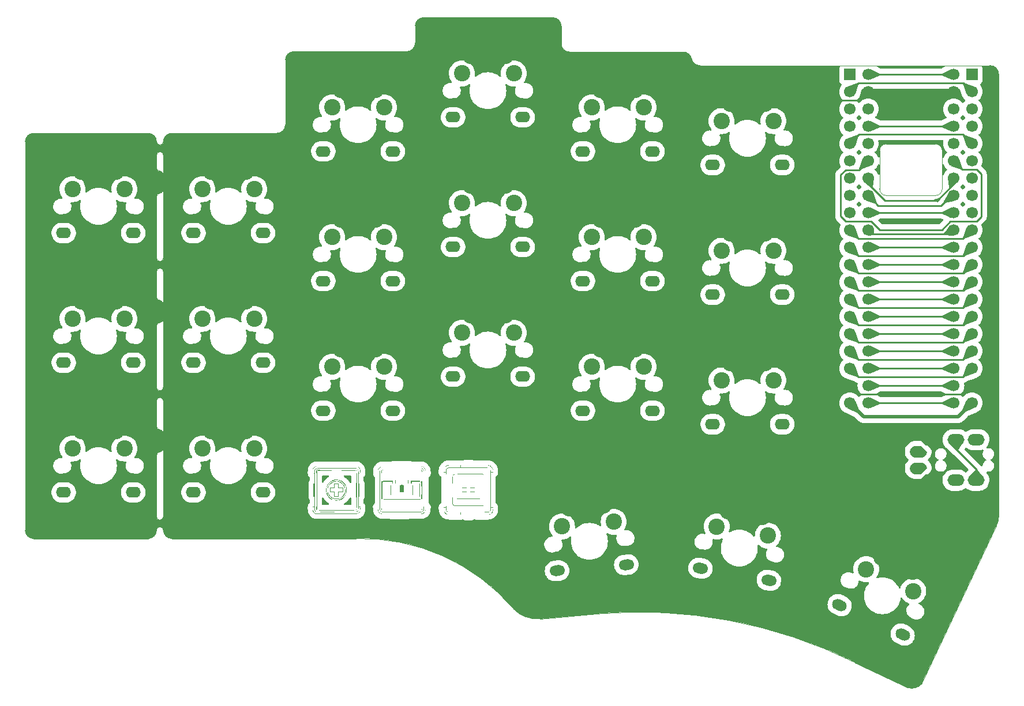
<source format=gbl>
%TF.GenerationSoftware,KiCad,Pcbnew,(7.0.0-0)*%
%TF.CreationDate,2023-05-03T16:44:54-07:00*%
%TF.ProjectId,keyboard_pcb,6b657962-6f61-4726-945f-7063622e6b69,rev1.0*%
%TF.SameCoordinates,PX78114e0PY44b6550*%
%TF.FileFunction,Copper,L2,Bot*%
%TF.FilePolarity,Positive*%
%FSLAX46Y46*%
G04 Gerber Fmt 4.6, Leading zero omitted, Abs format (unit mm)*
G04 Created by KiCad (PCBNEW (7.0.0-0)) date 2023-05-03 16:44:54*
%MOMM*%
%LPD*%
G01*
G04 APERTURE LIST*
G04 Aperture macros list*
%AMHorizOval*
0 Thick line with rounded ends*
0 $1 width*
0 $2 $3 position (X,Y) of the first rounded end (center of the circle)*
0 $4 $5 position (X,Y) of the second rounded end (center of the circle)*
0 Add line between two ends*
20,1,$1,$2,$3,$4,$5,0*
0 Add two circle primitives to create the rounded ends*
1,1,$1,$2,$3*
1,1,$1,$4,$5*%
%AMFreePoly0*
4,1,28,-0.850000,0.400000,0.000000,1.250000,0.114750,1.242219,0.293119,1.197860,0.457783,1.116195,0.601041,1.001041,0.716195,0.857783,0.797860,0.693119,0.842219,0.514750,0.850000,0.400000,0.850000,-0.400000,0.842219,-0.514750,0.797860,-0.693119,0.716195,-0.857783,0.601041,-1.001041,0.457783,-1.116195,0.293119,-1.197860,0.114750,-1.242219,0.000000,-1.250000,-0.114750,-1.242219,
-0.293119,-1.197860,-0.457783,-1.116195,-0.601041,-1.001041,-0.716195,-0.857783,-0.797860,-0.693119,-0.842219,-0.514750,-0.850000,-0.400000,-0.850000,0.400000,-0.850000,0.400000,$1*%
%AMFreePoly1*
4,1,28,-0.850000,0.400000,-0.842219,0.514750,-0.797860,0.693119,-0.716195,0.857783,-0.601041,1.001041,-0.457783,1.116195,-0.293119,1.197860,-0.114750,1.242219,0.000000,1.250000,0.850000,0.400000,0.850000,-0.400000,0.842219,-0.514750,0.797860,-0.693119,0.716195,-0.857783,0.601041,-1.001041,0.457783,-1.116195,0.293119,-1.197860,0.114750,-1.242219,0.000000,-1.250000,-0.114750,-1.242219,
-0.293119,-1.197860,-0.457783,-1.116195,-0.601041,-1.001041,-0.716195,-0.857783,-0.797860,-0.693119,-0.842219,-0.514750,-0.850000,-0.400000,-0.850000,0.400000,-0.850000,0.400000,$1*%
%AMFreePoly2*
4,1,28,-0.850000,0.400000,-0.842219,0.514750,-0.797860,0.693119,-0.716195,0.857783,-0.601041,1.001041,-0.457783,1.116195,-0.293119,1.197860,-0.114750,1.242219,0.000000,1.250000,0.114750,1.242219,0.293119,1.197860,0.457783,1.116195,0.601041,1.001041,0.716195,0.857783,0.797860,0.693119,0.842219,0.514750,0.850000,0.400000,0.850000,-0.400000,0.000000,-1.250000,-0.114750,-1.242219,
-0.293119,-1.197860,-0.457783,-1.116195,-0.601041,-1.001041,-0.716195,-0.857783,-0.797860,-0.693119,-0.842219,-0.514750,-0.850000,-0.400000,-0.850000,0.400000,-0.850000,0.400000,$1*%
%AMFreePoly3*
4,1,28,-0.850000,0.400000,-0.842219,0.514750,-0.797860,0.693119,-0.716195,0.857783,-0.601041,1.001041,-0.457783,1.116195,-0.293119,1.197860,-0.114750,1.242219,0.000000,1.250000,0.114750,1.242219,0.293119,1.197860,0.457783,1.116195,0.601041,1.001041,0.716195,0.857783,0.797860,0.693119,0.842219,0.514750,0.850000,0.400000,0.850000,-0.400000,0.842219,-0.514750,0.797860,-0.693119,
0.716195,-0.857783,0.601041,-1.001041,0.457783,-1.116195,0.293119,-1.197860,0.114750,-1.242219,0.000000,-1.250000,-0.850000,-0.400000,-0.850000,0.400000,-0.850000,0.400000,$1*%
G04 Aperture macros list end*
%TA.AperFunction,ComponentPad*%
%ADD10O,2.200000X1.600000*%
%TD*%
%TA.AperFunction,ComponentPad*%
%ADD11C,2.400000*%
%TD*%
%TA.AperFunction,ComponentPad*%
%ADD12HorizOval,1.500000X1.449945X-0.012653X-1.449945X0.012653X0*%
%TD*%
%TA.AperFunction,ComponentPad*%
%ADD13O,2.200000X1.500000*%
%TD*%
%TA.AperFunction,ComponentPad*%
%ADD14HorizOval,1.500000X1.449945X0.012653X-1.449945X-0.012653X0*%
%TD*%
%TA.AperFunction,ComponentPad*%
%ADD15HorizOval,1.600000X0.298858X0.026147X-0.298858X-0.026147X0*%
%TD*%
%TA.AperFunction,ComponentPad*%
%ADD16HorizOval,1.500000X1.445530X0.113766X-1.445530X-0.113766X0*%
%TD*%
%TA.AperFunction,ComponentPad*%
%ADD17HorizOval,1.500000X0.348668X0.030505X-0.348668X-0.030505X0*%
%TD*%
%TA.AperFunction,ComponentPad*%
%ADD18HorizOval,1.500000X1.443324X0.138976X-1.443324X-0.138976X0*%
%TD*%
%TA.AperFunction,ComponentPad*%
%ADD19FreePoly0,270.000000*%
%TD*%
%TA.AperFunction,ComponentPad*%
%ADD20FreePoly1,270.000000*%
%TD*%
%TA.AperFunction,ComponentPad*%
%ADD21FreePoly2,270.000000*%
%TD*%
%TA.AperFunction,ComponentPad*%
%ADD22FreePoly3,270.000000*%
%TD*%
%TA.AperFunction,ComponentPad*%
%ADD23O,2.500000X1.700000*%
%TD*%
%TA.AperFunction,ComponentPad*%
%ADD24HorizOval,1.600000X0.271892X-0.126785X-0.271892X0.126785X0*%
%TD*%
%TA.AperFunction,ComponentPad*%
%ADD25HorizOval,1.500000X1.308749X-0.624241X-1.308749X0.624241X0*%
%TD*%
%TA.AperFunction,ComponentPad*%
%ADD26HorizOval,1.500000X0.317208X-0.147916X-0.317208X0.147916X0*%
%TD*%
%TA.AperFunction,ComponentPad*%
%ADD27HorizOval,1.500000X1.319444X-0.601305X-1.319444X0.601305X0*%
%TD*%
%TA.AperFunction,ComponentPad*%
%ADD28R,1.700000X1.700000*%
%TD*%
%TA.AperFunction,ComponentPad*%
%ADD29C,1.700000*%
%TD*%
%TA.AperFunction,ComponentPad*%
%ADD30HorizOval,1.600000X0.295442X-0.052094X-0.295442X0.052094X0*%
%TD*%
%TA.AperFunction,ComponentPad*%
%ADD31HorizOval,1.500000X1.425720X-0.264242X-1.425720X0.264242X0*%
%TD*%
%TA.AperFunction,ComponentPad*%
%ADD32HorizOval,1.500000X0.344683X-0.060777X-0.344683X0.060777X0*%
%TD*%
%TA.AperFunction,ComponentPad*%
%ADD33HorizOval,1.500000X1.430114X-0.239319X-1.430114X0.239319X0*%
%TD*%
%TA.AperFunction,ViaPad*%
%ADD34C,0.500000*%
%TD*%
%TA.AperFunction,Conductor*%
%ADD35C,0.250000*%
%TD*%
%TA.AperFunction,Conductor*%
%ADD36C,0.500000*%
%TD*%
%TA.AperFunction,Profile*%
%ADD37C,0.100000*%
%TD*%
G04 APERTURE END LIST*
%TO.C,G\u002A\u002A\u002A*%
G36*
X-13656196Y-38947424D02*
G01*
X-13656196Y-39635601D01*
X-13656196Y-40355059D01*
X-13953364Y-40355059D01*
X-14250531Y-40355059D01*
X-14250531Y-40323778D01*
X-14219251Y-40323778D01*
X-13953364Y-40323778D01*
X-13687477Y-40323778D01*
X-13687477Y-39635601D01*
X-13687477Y-38947424D01*
X-13953364Y-38947424D01*
X-14219251Y-38947424D01*
X-14219251Y-39635601D01*
X-14219251Y-40323778D01*
X-14250531Y-40323778D01*
X-14250531Y-39635601D01*
X-14250531Y-38916143D01*
X-13953364Y-38916143D01*
X-13656196Y-38916143D01*
X-13656196Y-38947424D01*
G37*
G36*
X-10997329Y-38947424D02*
G01*
X-10997329Y-39635601D01*
X-10997329Y-40355059D01*
X-11294497Y-40355059D01*
X-11591664Y-40355059D01*
X-11591664Y-40323778D01*
X-11560384Y-40323778D01*
X-11294497Y-40323778D01*
X-11028610Y-40323778D01*
X-11028610Y-39635601D01*
X-11028610Y-38947424D01*
X-11294497Y-38947424D01*
X-11560384Y-38947424D01*
X-11560384Y-39635601D01*
X-11560384Y-40323778D01*
X-11591664Y-40323778D01*
X-11591664Y-39635601D01*
X-11591664Y-38916143D01*
X-11294497Y-38916143D01*
X-10997329Y-38916143D01*
X-10997329Y-38947424D01*
G37*
G36*
X-1143881Y-38321808D02*
G01*
X-1143881Y-39604320D01*
X-1143881Y-40918113D01*
X-2848684Y-40918113D01*
X-4553487Y-40918113D01*
X-4553487Y-40886833D01*
X-4522206Y-40886833D01*
X-2848684Y-40886833D01*
X-1175162Y-40886833D01*
X-1175162Y-39604320D01*
X-1175162Y-38321808D01*
X-2848684Y-38321808D01*
X-4522206Y-38321808D01*
X-4522206Y-39604320D01*
X-4522206Y-40886833D01*
X-4553487Y-40886833D01*
X-4553487Y-39604320D01*
X-4553487Y-38290527D01*
X-2848684Y-38290527D01*
X-1143881Y-38290527D01*
X-1143881Y-38321808D01*
G37*
G36*
X-21257428Y-39885847D02*
G01*
X-21257428Y-39948409D01*
X-21585876Y-39948409D01*
X-21914324Y-39948409D01*
X-21914324Y-40261217D01*
X-21914324Y-40574025D01*
X-22227132Y-40574025D01*
X-22539940Y-40574025D01*
X-22539940Y-40261217D01*
X-22539940Y-39948409D01*
X-22852748Y-39948409D01*
X-23165556Y-39948409D01*
X-23165556Y-39885847D01*
X-23102994Y-39885847D01*
X-22790187Y-39885847D01*
X-22477379Y-39885847D01*
X-22477379Y-40198655D01*
X-22477379Y-40511463D01*
X-22211492Y-40511463D01*
X-21945605Y-40511463D01*
X-21945605Y-40198655D01*
X-21945605Y-39885847D01*
X-21632797Y-39885847D01*
X-21319990Y-39885847D01*
X-21319990Y-39619961D01*
X-21319990Y-39354074D01*
X-21632797Y-39354074D01*
X-21945605Y-39354074D01*
X-21945605Y-39041266D01*
X-21945605Y-38728458D01*
X-22211492Y-38728458D01*
X-22477379Y-38728458D01*
X-22477379Y-39041266D01*
X-22477379Y-39354074D01*
X-22790187Y-39354074D01*
X-23102994Y-39354074D01*
X-23102994Y-39619961D01*
X-23102994Y-39885847D01*
X-23165556Y-39885847D01*
X-23165556Y-39619961D01*
X-23165556Y-39291512D01*
X-22852748Y-39291512D01*
X-22539940Y-39291512D01*
X-22539940Y-38978705D01*
X-22539940Y-38665897D01*
X-22227132Y-38665897D01*
X-21914324Y-38665897D01*
X-21914324Y-38978705D01*
X-21914324Y-39291512D01*
X-21585876Y-39291512D01*
X-21257428Y-39291512D01*
X-21257428Y-39619961D01*
X-21257428Y-39885847D01*
G37*
G36*
X-1894620Y-39885847D02*
G01*
X-1894620Y-39917128D01*
X-2238709Y-39917128D01*
X-2582797Y-39917128D01*
X-2582797Y-40229936D01*
X-2582797Y-40542744D01*
X-2848684Y-40542744D01*
X-3114571Y-40542744D01*
X-3114571Y-40229936D01*
X-3114571Y-39917128D01*
X-3458659Y-39917128D01*
X-3802748Y-39917128D01*
X-3802748Y-39885847D01*
X-3771467Y-39885847D01*
X-3427379Y-39885847D01*
X-3083290Y-39885847D01*
X-3083290Y-40198655D01*
X-3083290Y-40511463D01*
X-2848684Y-40511463D01*
X-2614078Y-40511463D01*
X-2614078Y-40198655D01*
X-2614078Y-39885847D01*
X-2269990Y-39885847D01*
X-1925901Y-39885847D01*
X-1925901Y-39604320D01*
X-1925901Y-39322793D01*
X-2269990Y-39322793D01*
X-2614078Y-39322793D01*
X-2614078Y-39009985D01*
X-2614078Y-38697178D01*
X-2848684Y-38697178D01*
X-3083290Y-38697178D01*
X-3083290Y-39009985D01*
X-3083290Y-39322793D01*
X-3427379Y-39322793D01*
X-3771467Y-39322793D01*
X-3771467Y-39604320D01*
X-3771467Y-39885847D01*
X-3802748Y-39885847D01*
X-3802748Y-39604320D01*
X-3802748Y-39291512D01*
X-3458659Y-39291512D01*
X-3114571Y-39291512D01*
X-3114571Y-38978705D01*
X-3114571Y-38665897D01*
X-2848684Y-38665897D01*
X-2582797Y-38665897D01*
X-2582797Y-38978705D01*
X-2582797Y-39291512D01*
X-2238709Y-39291512D01*
X-1894620Y-39291512D01*
X-1894620Y-39604320D01*
X-1894620Y-39885847D01*
G37*
G36*
X-20697952Y-39526632D02*
G01*
X-20692393Y-39671056D01*
X-20714323Y-39918250D01*
X-20767670Y-40136094D01*
X-20882285Y-40391132D01*
X-21053656Y-40639387D01*
X-21266247Y-40843897D01*
X-21515834Y-41000689D01*
X-21798192Y-41105786D01*
X-21903305Y-41130075D01*
X-22216004Y-41163411D01*
X-22517480Y-41137640D01*
X-22802545Y-41054095D01*
X-23066010Y-40914112D01*
X-23302686Y-40719023D01*
X-23393371Y-40620077D01*
X-23566835Y-40367060D01*
X-23685556Y-40088048D01*
X-23746998Y-39790091D01*
X-23747959Y-39606623D01*
X-23697329Y-39606623D01*
X-23695192Y-39680333D01*
X-23649730Y-39956902D01*
X-23550200Y-40221096D01*
X-23403296Y-40464870D01*
X-23215715Y-40680175D01*
X-22994149Y-40858964D01*
X-22745296Y-40993191D01*
X-22475850Y-41074807D01*
X-22303101Y-41096926D01*
X-22132324Y-41100397D01*
X-21992526Y-41084524D01*
X-21798760Y-41030499D01*
X-21511951Y-40902709D01*
X-21264856Y-40726620D01*
X-21057707Y-40502412D01*
X-20890737Y-40230264D01*
X-20844078Y-40133020D01*
X-20805710Y-40036783D01*
X-20782903Y-39944374D01*
X-20770513Y-39833664D01*
X-20763394Y-39682522D01*
X-20760602Y-39526632D01*
X-20766682Y-39399583D01*
X-20784362Y-39294082D01*
X-20815877Y-39189096D01*
X-20837030Y-39132750D01*
X-20968088Y-38877702D01*
X-21144264Y-38644684D01*
X-21354158Y-38446886D01*
X-21586372Y-38297500D01*
X-21595738Y-38292954D01*
X-21694654Y-38254571D01*
X-21825949Y-38214262D01*
X-21963859Y-38180044D01*
X-22018330Y-38168550D01*
X-22136150Y-38147652D01*
X-22229877Y-38141827D01*
X-22326235Y-38150749D01*
X-22451947Y-38174092D01*
X-22574624Y-38202589D01*
X-22822062Y-38289167D01*
X-23036808Y-38412762D01*
X-23236340Y-38582474D01*
X-23312566Y-38664221D01*
X-23470302Y-38881809D01*
X-23591718Y-39121869D01*
X-23669749Y-39368706D01*
X-23697329Y-39606623D01*
X-23747959Y-39606623D01*
X-23748621Y-39480242D01*
X-23703620Y-39218587D01*
X-23600842Y-38933906D01*
X-23448663Y-38682545D01*
X-23251406Y-38469033D01*
X-23013393Y-38297901D01*
X-22738949Y-38173680D01*
X-22432397Y-38100899D01*
X-22370403Y-38093327D01*
X-22066092Y-38091545D01*
X-21775432Y-38146795D01*
X-21505068Y-38254971D01*
X-21261645Y-38411965D01*
X-21051810Y-38613670D01*
X-20882209Y-38855979D01*
X-20759485Y-39134786D01*
X-20743593Y-39188093D01*
X-20702081Y-39419381D01*
X-20697952Y-39526632D01*
G37*
G36*
X-20891823Y-39619961D02*
G01*
X-20908122Y-39861853D01*
X-20919795Y-39921765D01*
X-21008199Y-40188434D01*
X-21147622Y-40426472D01*
X-21331977Y-40628890D01*
X-21555177Y-40788697D01*
X-21811136Y-40898903D01*
X-21908984Y-40923375D01*
X-22150370Y-40947876D01*
X-22407512Y-40932737D01*
X-22659689Y-40880021D01*
X-22886183Y-40791794D01*
X-22917091Y-40774728D01*
X-23055944Y-40671600D01*
X-23196936Y-40530824D01*
X-23324459Y-40369475D01*
X-23422908Y-40204626D01*
X-23454776Y-40138226D01*
X-23487994Y-40058957D01*
X-23508703Y-39984285D01*
X-23519838Y-39897420D01*
X-23524336Y-39781575D01*
X-23524536Y-39740935D01*
X-23474850Y-39740935D01*
X-23425174Y-39986014D01*
X-23324804Y-40218562D01*
X-23174945Y-40431420D01*
X-22976806Y-40617426D01*
X-22731592Y-40769422D01*
X-22626957Y-40817286D01*
X-22524601Y-40850440D01*
X-22411735Y-40868273D01*
X-22262381Y-40876726D01*
X-22223919Y-40877629D01*
X-22089098Y-40875703D01*
X-21973482Y-40866860D01*
X-21898684Y-40852538D01*
X-21668678Y-40750307D01*
X-21425120Y-40583038D01*
X-21223628Y-40371747D01*
X-21068758Y-40120453D01*
X-21040669Y-40060979D01*
X-20999194Y-39960133D01*
X-20975856Y-39869078D01*
X-20965577Y-39763719D01*
X-20963280Y-39619961D01*
X-20963599Y-39554733D01*
X-20968686Y-39428794D01*
X-20983780Y-39331950D01*
X-21013733Y-39240492D01*
X-21063397Y-39130711D01*
X-21097873Y-39063469D01*
X-21255382Y-38830620D01*
X-21445548Y-38642691D01*
X-21661077Y-38501198D01*
X-21894675Y-38407655D01*
X-22139047Y-38363578D01*
X-22386899Y-38370482D01*
X-22630938Y-38429881D01*
X-22863867Y-38543290D01*
X-23078393Y-38712225D01*
X-23142459Y-38778512D01*
X-23307635Y-39002114D01*
X-23417287Y-39241825D01*
X-23472623Y-39490485D01*
X-23474850Y-39740935D01*
X-23524536Y-39740935D01*
X-23525131Y-39619961D01*
X-23524750Y-39503440D01*
X-23521637Y-39375104D01*
X-23512880Y-39281279D01*
X-23495564Y-39205327D01*
X-23466774Y-39130608D01*
X-23423593Y-39040482D01*
X-23346324Y-38903964D01*
X-23165499Y-38678262D01*
X-22942359Y-38497704D01*
X-22680704Y-38365741D01*
X-22621121Y-38345704D01*
X-22512057Y-38322509D01*
X-22376197Y-38310502D01*
X-22195852Y-38307561D01*
X-22182835Y-38307621D01*
X-22033813Y-38309958D01*
X-21926183Y-38317740D01*
X-21840226Y-38334759D01*
X-21756226Y-38364807D01*
X-21654466Y-38411677D01*
X-21597549Y-38440721D01*
X-21360649Y-38601889D01*
X-21167606Y-38802932D01*
X-21022127Y-39036649D01*
X-20927916Y-39295842D01*
X-20888679Y-39573309D01*
X-20891823Y-39619961D01*
G37*
G36*
X-533906Y-40015483D02*
G01*
X-533906Y-41736221D01*
X-650749Y-41843300D01*
X-767593Y-41950379D01*
X-2840405Y-41950263D01*
X-3155777Y-41950222D01*
X-3522633Y-41950030D01*
X-3835106Y-41949556D01*
X-4097861Y-41948666D01*
X-4315559Y-41947223D01*
X-4492865Y-41945092D01*
X-4634441Y-41942138D01*
X-4744951Y-41938225D01*
X-4829058Y-41933217D01*
X-4891425Y-41926979D01*
X-4936715Y-41919375D01*
X-4969593Y-41910271D01*
X-4994720Y-41899529D01*
X-5016761Y-41887016D01*
X-5044062Y-41870426D01*
X-5077889Y-41847947D01*
X-5106789Y-41822299D01*
X-5131150Y-41788913D01*
X-5151360Y-41743219D01*
X-5167806Y-41680651D01*
X-5180876Y-41596638D01*
X-5190956Y-41486613D01*
X-5198436Y-41346007D01*
X-5203701Y-41170250D01*
X-5207140Y-40954776D01*
X-5209140Y-40695014D01*
X-5210089Y-40386397D01*
X-5210375Y-40024355D01*
X-5210380Y-39800452D01*
X-5179110Y-39800452D01*
X-5179038Y-40183689D01*
X-5178519Y-40511304D01*
X-5177157Y-40788051D01*
X-5174556Y-41018682D01*
X-5170320Y-41207953D01*
X-5164054Y-41360617D01*
X-5155360Y-41481428D01*
X-5143843Y-41575139D01*
X-5129107Y-41646505D01*
X-5110755Y-41700279D01*
X-5088392Y-41741216D01*
X-5061621Y-41774068D01*
X-5030046Y-41803591D01*
X-4993271Y-41834537D01*
X-4892776Y-41919099D01*
X-2869745Y-41918982D01*
X-2694609Y-41918964D01*
X-2313169Y-41918814D01*
X-1987624Y-41918403D01*
X-1713256Y-41917595D01*
X-1485349Y-41916255D01*
X-1299184Y-41914247D01*
X-1150046Y-41911434D01*
X-1033216Y-41907680D01*
X-943978Y-41902851D01*
X-877615Y-41896809D01*
X-829410Y-41889420D01*
X-794645Y-41880546D01*
X-768604Y-41870053D01*
X-746570Y-41857803D01*
X-712968Y-41837660D01*
X-679181Y-41815793D01*
X-650397Y-41791041D01*
X-626217Y-41758814D01*
X-606241Y-41714520D01*
X-590068Y-41653571D01*
X-577298Y-41571374D01*
X-567532Y-41463340D01*
X-560369Y-41324878D01*
X-555409Y-41151398D01*
X-552253Y-40938309D01*
X-550500Y-40681020D01*
X-549751Y-40374942D01*
X-549605Y-40015483D01*
X-549663Y-39598054D01*
X-549678Y-39440375D01*
X-549822Y-39057779D01*
X-550223Y-38731252D01*
X-551019Y-38456061D01*
X-552346Y-38227473D01*
X-554342Y-38040758D01*
X-557145Y-37891182D01*
X-560890Y-37774013D01*
X-565715Y-37684521D01*
X-571757Y-37617971D01*
X-579154Y-37569633D01*
X-588042Y-37534774D01*
X-598559Y-37508662D01*
X-610841Y-37486566D01*
X-631415Y-37452244D01*
X-653257Y-37418601D01*
X-678069Y-37389940D01*
X-710435Y-37365864D01*
X-754938Y-37345973D01*
X-816163Y-37329868D01*
X-898693Y-37317152D01*
X-1007113Y-37307425D01*
X-1146006Y-37300288D01*
X-1319957Y-37295343D01*
X-1533549Y-37292192D01*
X-1791367Y-37290434D01*
X-2097994Y-37289673D01*
X-2458014Y-37289508D01*
X-2876011Y-37289542D01*
X-4892776Y-37289542D01*
X-4993271Y-37374104D01*
X-5010847Y-37388809D01*
X-5045182Y-37418510D01*
X-5074499Y-37448973D01*
X-5099195Y-37484951D01*
X-5119665Y-37531198D01*
X-5136306Y-37592469D01*
X-5149513Y-37673516D01*
X-5159683Y-37779094D01*
X-5167212Y-37913956D01*
X-5172496Y-38082857D01*
X-5175931Y-38290550D01*
X-5177913Y-38541789D01*
X-5178838Y-38841327D01*
X-5179103Y-39193920D01*
X-5179103Y-39604320D01*
X-5179110Y-39800452D01*
X-5210380Y-39800452D01*
X-5210384Y-39604320D01*
X-5210388Y-39299105D01*
X-5210223Y-38920830D01*
X-5209504Y-38597296D01*
X-5207847Y-38323932D01*
X-5204862Y-38096172D01*
X-5200162Y-37909445D01*
X-5193360Y-37759185D01*
X-5184068Y-37640821D01*
X-5171899Y-37549785D01*
X-5156465Y-37481509D01*
X-5137379Y-37431425D01*
X-5114253Y-37394962D01*
X-5086700Y-37367554D01*
X-5054332Y-37344631D01*
X-5016761Y-37321625D01*
X-5000250Y-37312021D01*
X-4976315Y-37300856D01*
X-4945777Y-37291361D01*
X-4903974Y-37283401D01*
X-4846241Y-37276840D01*
X-4767916Y-37271542D01*
X-4664336Y-37267371D01*
X-4530836Y-37264194D01*
X-4362755Y-37261873D01*
X-4155429Y-37260273D01*
X-3904194Y-37259260D01*
X-3604387Y-37258696D01*
X-3251345Y-37258448D01*
X-2840405Y-37258378D01*
X-767593Y-37258261D01*
X-650749Y-37365340D01*
X-533906Y-37472420D01*
X-533906Y-39604320D01*
X-533906Y-40015483D01*
G37*
G36*
X-19314782Y-39448385D02*
G01*
X-19314781Y-39448750D01*
X-19314812Y-39816395D01*
X-19315459Y-40181143D01*
X-19316720Y-40537570D01*
X-19318596Y-40880253D01*
X-19321087Y-41203768D01*
X-19324193Y-41502690D01*
X-19327912Y-41771597D01*
X-19332246Y-42005064D01*
X-19337194Y-42197667D01*
X-19342755Y-42343984D01*
X-19348931Y-42438589D01*
X-19355719Y-42476060D01*
X-19356384Y-42476636D01*
X-19379451Y-42483312D01*
X-19432018Y-42489112D01*
X-19517090Y-42494068D01*
X-19637673Y-42498210D01*
X-19796773Y-42501570D01*
X-19997393Y-42504178D01*
X-20242541Y-42506065D01*
X-20535221Y-42507263D01*
X-20878439Y-42507802D01*
X-21275200Y-42507714D01*
X-21728509Y-42507028D01*
X-22241372Y-42505777D01*
X-25089324Y-42497793D01*
X-25097311Y-39654647D01*
X-25097355Y-39638511D01*
X-25073684Y-39638511D01*
X-25073648Y-39982426D01*
X-25073436Y-40426938D01*
X-25072978Y-40815268D01*
X-25072206Y-41151180D01*
X-25071056Y-41438438D01*
X-25069460Y-41680806D01*
X-25067354Y-41882049D01*
X-25064672Y-42045931D01*
X-25061346Y-42176215D01*
X-25057312Y-42276666D01*
X-25052503Y-42351048D01*
X-25046854Y-42403124D01*
X-25040299Y-42436660D01*
X-25032771Y-42455419D01*
X-25024205Y-42463166D01*
X-24991301Y-42465766D01*
X-24899644Y-42468467D01*
X-24754175Y-42471013D01*
X-24559449Y-42473374D01*
X-24320017Y-42475519D01*
X-24040432Y-42477419D01*
X-23725246Y-42479041D01*
X-23379013Y-42480357D01*
X-23006284Y-42481334D01*
X-22611612Y-42481943D01*
X-22199549Y-42482153D01*
X-21793164Y-42482030D01*
X-21332694Y-42481499D01*
X-20929470Y-42480513D01*
X-20580524Y-42479032D01*
X-20282890Y-42477017D01*
X-20033598Y-42474427D01*
X-19829681Y-42471224D01*
X-19668170Y-42467368D01*
X-19546099Y-42462818D01*
X-19460498Y-42457536D01*
X-19408400Y-42451482D01*
X-19386837Y-42444616D01*
X-19380432Y-42411143D01*
X-19374209Y-42319911D01*
X-19368606Y-42176694D01*
X-19363624Y-41986946D01*
X-19359262Y-41756121D01*
X-19355520Y-41489675D01*
X-19352399Y-41193061D01*
X-19349898Y-40871734D01*
X-19348018Y-40531148D01*
X-19346758Y-40176758D01*
X-19346118Y-39814019D01*
X-19346099Y-39448385D01*
X-19346700Y-39085310D01*
X-19347922Y-38730248D01*
X-19349764Y-38388655D01*
X-19352227Y-38065985D01*
X-19355310Y-37767692D01*
X-19359013Y-37499231D01*
X-19363337Y-37266056D01*
X-19368281Y-37073621D01*
X-19373846Y-36927381D01*
X-19380031Y-36832791D01*
X-19386837Y-36795306D01*
X-19420310Y-36788901D01*
X-19511541Y-36782678D01*
X-19654759Y-36777075D01*
X-19844507Y-36772092D01*
X-20075331Y-36767730D01*
X-20341778Y-36763989D01*
X-20638392Y-36760868D01*
X-20959719Y-36758367D01*
X-21300305Y-36756486D01*
X-21654694Y-36755227D01*
X-22017434Y-36754587D01*
X-22383068Y-36754568D01*
X-22746143Y-36755169D01*
X-23101204Y-36756391D01*
X-23442797Y-36758233D01*
X-23765468Y-36760696D01*
X-24063761Y-36763779D01*
X-24332222Y-36767482D01*
X-24565397Y-36771806D01*
X-24757832Y-36776750D01*
X-24904071Y-36782315D01*
X-24998661Y-36788500D01*
X-25036147Y-36795306D01*
X-25042064Y-36812002D01*
X-25048202Y-36859521D01*
X-25053570Y-36940068D01*
X-25058207Y-37056595D01*
X-25062153Y-37212056D01*
X-25065446Y-37409404D01*
X-25068126Y-37651593D01*
X-25070231Y-37941576D01*
X-25071800Y-38282305D01*
X-25072873Y-38676736D01*
X-25073488Y-39127820D01*
X-25073684Y-39638511D01*
X-25097355Y-39638511D01*
X-25097530Y-39575023D01*
X-25098682Y-39056172D01*
X-25099172Y-38597173D01*
X-25098975Y-38195659D01*
X-25098070Y-37849263D01*
X-25096434Y-37555618D01*
X-25094045Y-37312358D01*
X-25090880Y-37117116D01*
X-25086918Y-36967526D01*
X-25082135Y-36861219D01*
X-25076510Y-36795831D01*
X-25070020Y-36768994D01*
X-25069219Y-36768323D01*
X-25027243Y-36761028D01*
X-24928600Y-36754346D01*
X-24778702Y-36748281D01*
X-24582966Y-36742840D01*
X-24346805Y-36738026D01*
X-24075633Y-36733844D01*
X-23774865Y-36730299D01*
X-23449914Y-36727395D01*
X-23106197Y-36725138D01*
X-22749126Y-36723531D01*
X-22384116Y-36722581D01*
X-22016581Y-36722290D01*
X-21651936Y-36722665D01*
X-21295594Y-36723709D01*
X-20952971Y-36725428D01*
X-20629480Y-36727826D01*
X-20330536Y-36730908D01*
X-20061553Y-36734678D01*
X-19827946Y-36739142D01*
X-19635128Y-36744304D01*
X-19488514Y-36750169D01*
X-19393519Y-36756741D01*
X-19355556Y-36764025D01*
X-19355073Y-36764654D01*
X-19348329Y-36806197D01*
X-19342201Y-36904504D01*
X-19336690Y-37054152D01*
X-19331795Y-37249717D01*
X-19327517Y-37485775D01*
X-19323855Y-37756902D01*
X-19320808Y-38057675D01*
X-19318378Y-38382671D01*
X-19316563Y-38726464D01*
X-19315364Y-39083632D01*
X-19314782Y-39448385D01*
G37*
G36*
X-19224178Y-39619961D02*
G01*
X-19224177Y-39639820D01*
X-19224178Y-39773876D01*
X-19224221Y-40243993D01*
X-19224391Y-40656444D01*
X-19224771Y-41015100D01*
X-19225444Y-41323836D01*
X-19226493Y-41586524D01*
X-19228002Y-41807038D01*
X-19230054Y-41989252D01*
X-19232733Y-42137037D01*
X-19236122Y-42254269D01*
X-19240305Y-42344819D01*
X-19245365Y-42412561D01*
X-19251385Y-42461368D01*
X-19258449Y-42495114D01*
X-19266640Y-42517671D01*
X-19276042Y-42532914D01*
X-19286738Y-42544714D01*
X-19290564Y-42548462D01*
X-19303040Y-42558671D01*
X-19320246Y-42567625D01*
X-19346038Y-42575406D01*
X-19384271Y-42582096D01*
X-19438801Y-42587778D01*
X-19513483Y-42592534D01*
X-19612172Y-42596446D01*
X-19738724Y-42599597D01*
X-19896994Y-42602069D01*
X-20090837Y-42603944D01*
X-20324110Y-42605305D01*
X-20600667Y-42606234D01*
X-20924364Y-42606814D01*
X-21299057Y-42607125D01*
X-21728600Y-42607252D01*
X-22216849Y-42607276D01*
X-22266946Y-42607275D01*
X-22751974Y-42607192D01*
X-23178611Y-42606919D01*
X-23550660Y-42606389D01*
X-23871924Y-42605535D01*
X-24146204Y-42604290D01*
X-24377305Y-42602586D01*
X-24569030Y-42600356D01*
X-24725180Y-42597533D01*
X-24849559Y-42594050D01*
X-24945970Y-42589838D01*
X-25018216Y-42584832D01*
X-25070099Y-42578962D01*
X-25105423Y-42572163D01*
X-25127990Y-42564367D01*
X-25141603Y-42555507D01*
X-25149745Y-42546724D01*
X-25158515Y-42531208D01*
X-25166174Y-42506726D01*
X-25172799Y-42469451D01*
X-25178463Y-42415554D01*
X-25183242Y-42341208D01*
X-25187210Y-42242582D01*
X-25190443Y-42115850D01*
X-25193015Y-41957183D01*
X-25195001Y-41762752D01*
X-25196476Y-41528730D01*
X-25197515Y-41251288D01*
X-25198193Y-40926598D01*
X-25198584Y-40550830D01*
X-25198764Y-40120158D01*
X-25198798Y-39736874D01*
X-25167526Y-39736874D01*
X-25167485Y-40207968D01*
X-25167319Y-40621275D01*
X-25166946Y-40980675D01*
X-25166280Y-41290050D01*
X-25165238Y-41553282D01*
X-25163737Y-41774251D01*
X-25161692Y-41956840D01*
X-25159019Y-42104930D01*
X-25155634Y-42222401D01*
X-25151454Y-42313136D01*
X-25146394Y-42381016D01*
X-25140371Y-42429922D01*
X-25133300Y-42463735D01*
X-25125098Y-42486337D01*
X-25115681Y-42501610D01*
X-25104965Y-42513434D01*
X-25102424Y-42515944D01*
X-25090162Y-42526367D01*
X-25073583Y-42535508D01*
X-25048804Y-42543452D01*
X-25011944Y-42550283D01*
X-24959117Y-42556084D01*
X-24886442Y-42560940D01*
X-24790036Y-42564935D01*
X-24666015Y-42568152D01*
X-24510496Y-42570677D01*
X-24319597Y-42572592D01*
X-24089434Y-42573982D01*
X-23816125Y-42574931D01*
X-23495786Y-42575523D01*
X-23124535Y-42575841D01*
X-22698488Y-42575971D01*
X-22213762Y-42575995D01*
X-19385121Y-42575995D01*
X-19320289Y-42493575D01*
X-19317097Y-42489490D01*
X-19306301Y-42474205D01*
X-19296846Y-42455420D01*
X-19288643Y-42429197D01*
X-19281602Y-42391600D01*
X-19275634Y-42338690D01*
X-19270652Y-42266530D01*
X-19266566Y-42171183D01*
X-19263287Y-42048712D01*
X-19260726Y-41895178D01*
X-19258796Y-41706645D01*
X-19257405Y-41479175D01*
X-19256467Y-41208831D01*
X-19255892Y-40891675D01*
X-19255591Y-40523769D01*
X-19255476Y-40101177D01*
X-19255457Y-39619961D01*
X-19255458Y-39482503D01*
X-19255494Y-39017687D01*
X-19255651Y-38610420D01*
X-19256018Y-38256764D01*
X-19256684Y-37952783D01*
X-19257736Y-37694538D01*
X-19259265Y-37478092D01*
X-19261359Y-37299507D01*
X-19264107Y-37154847D01*
X-19267598Y-37040174D01*
X-19271920Y-36951550D01*
X-19277162Y-36885038D01*
X-19283414Y-36836701D01*
X-19290764Y-36802600D01*
X-19299300Y-36778799D01*
X-19309113Y-36761361D01*
X-19320289Y-36746347D01*
X-19385121Y-36663926D01*
X-22213762Y-36663926D01*
X-22327264Y-36663927D01*
X-22798553Y-36663968D01*
X-23212030Y-36664132D01*
X-23571579Y-36664504D01*
X-23881081Y-36665169D01*
X-24144422Y-36666209D01*
X-24365482Y-36667709D01*
X-24548146Y-36669753D01*
X-24696296Y-36672424D01*
X-24813815Y-36675808D01*
X-24904587Y-36679988D01*
X-24972494Y-36685048D01*
X-25021420Y-36691072D01*
X-25055247Y-36698144D01*
X-25077858Y-36706348D01*
X-25093136Y-36715768D01*
X-25104965Y-36726488D01*
X-25107549Y-36729104D01*
X-25117959Y-36741378D01*
X-25127089Y-36757992D01*
X-25135023Y-36782829D01*
X-25141845Y-36819769D01*
X-25147640Y-36872695D01*
X-25152490Y-36945486D01*
X-25156480Y-37042026D01*
X-25159693Y-37166195D01*
X-25162215Y-37321874D01*
X-25164127Y-37512945D01*
X-25165516Y-37743290D01*
X-25166463Y-38016789D01*
X-25167054Y-38337325D01*
X-25167373Y-38708777D01*
X-25167502Y-39135029D01*
X-25167526Y-39619961D01*
X-25167526Y-39736874D01*
X-25198798Y-39736874D01*
X-25198807Y-39630753D01*
X-25198805Y-39450866D01*
X-25198755Y-38983341D01*
X-25198572Y-38573162D01*
X-25198177Y-38216479D01*
X-25197485Y-37909440D01*
X-25196416Y-37648193D01*
X-25194887Y-37428887D01*
X-25192816Y-37247670D01*
X-25190121Y-37100690D01*
X-25186719Y-36984096D01*
X-25182530Y-36894037D01*
X-25177471Y-36826660D01*
X-25171459Y-36778114D01*
X-25164412Y-36744547D01*
X-25156249Y-36722108D01*
X-25146888Y-36706945D01*
X-25136246Y-36695207D01*
X-25132671Y-36691699D01*
X-25120240Y-36681448D01*
X-25103160Y-36672458D01*
X-25077569Y-36664646D01*
X-25039606Y-36657929D01*
X-24985412Y-36652224D01*
X-24911124Y-36647448D01*
X-24812883Y-36643520D01*
X-24686827Y-36640356D01*
X-24529096Y-36637874D01*
X-24335828Y-36635991D01*
X-24103164Y-36634624D01*
X-23827242Y-36633692D01*
X-23504202Y-36633110D01*
X-23130182Y-36632797D01*
X-22701323Y-36632670D01*
X-22213762Y-36632645D01*
X-19353841Y-36632645D01*
X-19289009Y-36715066D01*
X-19284111Y-36721370D01*
X-19273612Y-36736795D01*
X-19264416Y-36756285D01*
X-19256438Y-36783739D01*
X-19249591Y-36823058D01*
X-19243788Y-36878141D01*
X-19238944Y-36952887D01*
X-19234971Y-37051198D01*
X-19231784Y-37176971D01*
X-19229295Y-37334108D01*
X-19227418Y-37526508D01*
X-19226068Y-37758071D01*
X-19225156Y-38032696D01*
X-19224598Y-38354284D01*
X-19224306Y-38726734D01*
X-19224195Y-39153946D01*
X-19224178Y-39619961D01*
G37*
G36*
X-9385054Y-36833586D02*
G01*
X-9370728Y-36960089D01*
X-9370728Y-37133138D01*
X-9241068Y-37133138D01*
X-9111408Y-37133138D01*
X-9129694Y-36915023D01*
X-9152495Y-36765062D01*
X-9225930Y-36553729D01*
X-9340985Y-36378804D01*
X-9492797Y-36246958D01*
X-9676506Y-36164860D01*
X-9699264Y-36161284D01*
X-9788644Y-36155321D01*
X-9939484Y-36150026D01*
X-10151078Y-36145408D01*
X-10422719Y-36141473D01*
X-10753700Y-36138230D01*
X-11143315Y-36135686D01*
X-11590856Y-36133849D01*
X-12095616Y-36132727D01*
X-12656890Y-36132327D01*
X-15491259Y-36132154D01*
X-15411408Y-36125058D01*
X-15264611Y-36116850D01*
X-15086072Y-36110707D01*
X-14871939Y-36106336D01*
X-14618359Y-36103443D01*
X-14321481Y-36101734D01*
X-13977451Y-36100917D01*
X-13582418Y-36100696D01*
X-13132528Y-36100779D01*
X-12623930Y-36100872D01*
X-12529880Y-36100869D01*
X-12032326Y-36100786D01*
X-11592806Y-36100792D01*
X-11207469Y-36101158D01*
X-10872468Y-36102157D01*
X-10583952Y-36104060D01*
X-10338073Y-36107140D01*
X-10130982Y-36111668D01*
X-9958829Y-36117916D01*
X-9817766Y-36126155D01*
X-9703943Y-36136659D01*
X-9613512Y-36149698D01*
X-9542622Y-36165546D01*
X-9487426Y-36184472D01*
X-9444073Y-36206750D01*
X-9408715Y-36232652D01*
X-9377502Y-36262448D01*
X-9346586Y-36296412D01*
X-9312117Y-36334815D01*
X-9310524Y-36336549D01*
X-9188586Y-36515522D01*
X-9114302Y-36732289D01*
X-9089201Y-36982412D01*
X-9089201Y-37164419D01*
X-9229965Y-37164419D01*
X-9370728Y-37164419D01*
X-9370728Y-39635601D01*
X-9370728Y-42106783D01*
X-9225495Y-42106783D01*
X-9080262Y-42106783D01*
X-9082406Y-42138064D01*
X-9097609Y-42359871D01*
X-9118597Y-42524553D01*
X-9186567Y-42743084D01*
X-9297095Y-42916737D01*
X-9449549Y-43044620D01*
X-9643293Y-43125843D01*
X-9664100Y-43129326D01*
X-9750027Y-43135935D01*
X-9890224Y-43142009D01*
X-10079153Y-43147538D01*
X-10311280Y-43152512D01*
X-10581065Y-43156921D01*
X-10882973Y-43160757D01*
X-11211467Y-43164008D01*
X-11561010Y-43166667D01*
X-11926065Y-43168722D01*
X-12301096Y-43170165D01*
X-12680564Y-43170985D01*
X-13058935Y-43171173D01*
X-13430670Y-43170719D01*
X-13790234Y-43169615D01*
X-14132088Y-43167849D01*
X-14450697Y-43165412D01*
X-14740523Y-43162295D01*
X-14996031Y-43158489D01*
X-15211682Y-43153982D01*
X-15381940Y-43148767D01*
X-15501268Y-43142832D01*
X-15564130Y-43136169D01*
X-15601541Y-43126893D01*
X-15782479Y-43047471D01*
X-15942003Y-42922932D01*
X-16060601Y-42767755D01*
X-16062409Y-42764464D01*
X-16106624Y-42661632D01*
X-16134634Y-42537000D01*
X-16151032Y-42370385D01*
X-16157816Y-42261648D01*
X-16127379Y-42261648D01*
X-16125431Y-42340386D01*
X-16095574Y-42540840D01*
X-16024741Y-42711286D01*
X-15906578Y-42869215D01*
X-15864856Y-42913686D01*
X-15774069Y-42996081D01*
X-15684225Y-43048815D01*
X-15570938Y-43087769D01*
X-15556237Y-43091668D01*
X-15516329Y-43100156D01*
X-15466269Y-43107574D01*
X-15402026Y-43113990D01*
X-15319568Y-43119474D01*
X-15214863Y-43124092D01*
X-15083881Y-43127915D01*
X-14922589Y-43131009D01*
X-14726956Y-43133444D01*
X-14492951Y-43135288D01*
X-14216542Y-43136608D01*
X-13893698Y-43137474D01*
X-13520387Y-43137954D01*
X-13092577Y-43138116D01*
X-12606238Y-43138028D01*
X-12361455Y-43137928D01*
X-11908893Y-43137647D01*
X-11512820Y-43137193D01*
X-11169167Y-43136483D01*
X-10873864Y-43135435D01*
X-10622842Y-43133964D01*
X-10412031Y-43131989D01*
X-10237362Y-43129427D01*
X-10094766Y-43126193D01*
X-9980173Y-43122206D01*
X-9889515Y-43117383D01*
X-9818721Y-43111640D01*
X-9763723Y-43104894D01*
X-9720450Y-43097063D01*
X-9684834Y-43088063D01*
X-9652806Y-43077812D01*
X-9506875Y-43008425D01*
X-9346816Y-42875622D01*
X-9225070Y-42702770D01*
X-9147628Y-42498927D01*
X-9120482Y-42273150D01*
X-9120482Y-42138064D01*
X-9241402Y-42138064D01*
X-9362322Y-42138064D01*
X-9378115Y-42358783D01*
X-9384623Y-42434389D01*
X-9402443Y-42540058D01*
X-9434045Y-42619141D01*
X-9487010Y-42695051D01*
X-9502129Y-42712721D01*
X-9597666Y-42796202D01*
X-9698784Y-42850335D01*
X-9711114Y-42853631D01*
X-9755350Y-42860270D01*
X-9825575Y-42866010D01*
X-9925112Y-42870885D01*
X-10057288Y-42874931D01*
X-10225426Y-42878183D01*
X-10432851Y-42880674D01*
X-10682887Y-42882441D01*
X-10978860Y-42883518D01*
X-11324094Y-42883938D01*
X-11721914Y-42883739D01*
X-12175644Y-42882953D01*
X-12688608Y-42881616D01*
X-12909335Y-42880964D01*
X-13371778Y-42879549D01*
X-13777240Y-42878168D01*
X-14129605Y-42876724D01*
X-14432760Y-42875122D01*
X-14690587Y-42873266D01*
X-14906972Y-42871060D01*
X-15085800Y-42868408D01*
X-15230954Y-42865214D01*
X-15346321Y-42861383D01*
X-15435784Y-42856818D01*
X-15503228Y-42851425D01*
X-15552539Y-42845107D01*
X-15587600Y-42837768D01*
X-15612296Y-42829312D01*
X-15630512Y-42819644D01*
X-15646132Y-42808668D01*
X-15727963Y-42739968D01*
X-15804097Y-42642167D01*
X-15845499Y-42529074D01*
X-15830211Y-42529074D01*
X-15757363Y-42631209D01*
X-15750647Y-42640304D01*
X-15671775Y-42723787D01*
X-15585319Y-42787613D01*
X-15582870Y-42788925D01*
X-15561641Y-42798144D01*
X-15532683Y-42806259D01*
X-15492080Y-42813352D01*
X-15435915Y-42819507D01*
X-15360272Y-42824803D01*
X-15261233Y-42829325D01*
X-15134882Y-42833153D01*
X-14977302Y-42836370D01*
X-14784578Y-42839058D01*
X-14552792Y-42841299D01*
X-14278027Y-42843174D01*
X-13956367Y-42844767D01*
X-13583896Y-42846159D01*
X-13156696Y-42847431D01*
X-12670852Y-42848667D01*
X-12304729Y-42849536D01*
X-11852343Y-42850481D01*
X-11455754Y-42850998D01*
X-11111045Y-42850936D01*
X-10814300Y-42850143D01*
X-10561601Y-42848465D01*
X-10349033Y-42845752D01*
X-10172678Y-42841850D01*
X-10028619Y-42836608D01*
X-9912940Y-42829874D01*
X-9821723Y-42821495D01*
X-9751052Y-42811319D01*
X-9697011Y-42799194D01*
X-9655682Y-42784969D01*
X-9623148Y-42768490D01*
X-9595493Y-42749605D01*
X-9568800Y-42728163D01*
X-9556153Y-42715810D01*
X-9507600Y-42648526D01*
X-9460300Y-42560355D01*
X-9456203Y-42550979D01*
X-9446864Y-42525091D01*
X-9438689Y-42492375D01*
X-9431600Y-42448851D01*
X-9425519Y-42390538D01*
X-9420366Y-42313454D01*
X-9416064Y-42213618D01*
X-9412535Y-42087049D01*
X-9409699Y-41929767D01*
X-9407479Y-41737791D01*
X-9405796Y-41507139D01*
X-9404572Y-41233830D01*
X-9403728Y-40913883D01*
X-9403187Y-40543319D01*
X-9402869Y-40118154D01*
X-9402696Y-39634409D01*
X-9402009Y-36833586D01*
X-9472391Y-36694267D01*
X-9494243Y-36655790D01*
X-9569103Y-36556976D01*
X-9649061Y-36484314D01*
X-9755350Y-36413680D01*
X-12623930Y-36413680D01*
X-15492511Y-36413680D01*
X-15595923Y-36484062D01*
X-15604303Y-36489901D01*
X-15692602Y-36563893D01*
X-15764773Y-36642760D01*
X-15771981Y-36652676D01*
X-15782208Y-36669218D01*
X-15791162Y-36690322D01*
X-15798927Y-36719854D01*
X-15805588Y-36761680D01*
X-15811229Y-36819669D01*
X-15815935Y-36897686D01*
X-15819791Y-36999597D01*
X-15822881Y-37129271D01*
X-15825291Y-37290572D01*
X-15827104Y-37487369D01*
X-15828407Y-37723527D01*
X-15829282Y-38002913D01*
X-15829816Y-38329395D01*
X-15830092Y-38706838D01*
X-15830195Y-39139109D01*
X-15830211Y-39630075D01*
X-15830211Y-42529074D01*
X-15845499Y-42529074D01*
X-15848109Y-42521944D01*
X-15869667Y-42359890D01*
X-15885539Y-42138064D01*
X-16006459Y-42138064D01*
X-16045175Y-42138325D01*
X-16102696Y-42147155D01*
X-16124171Y-42182206D01*
X-16127379Y-42261648D01*
X-16157816Y-42261648D01*
X-16167478Y-42106783D01*
X-16022305Y-42106783D01*
X-15877132Y-42106783D01*
X-15877132Y-39635601D01*
X-15877132Y-37164419D01*
X-16017896Y-37164419D01*
X-16158659Y-37164419D01*
X-16158659Y-36993914D01*
X-16151863Y-36827471D01*
X-16118999Y-36644616D01*
X-16054251Y-36492267D01*
X-15952515Y-36354590D01*
X-15939860Y-36340329D01*
X-15905379Y-36300318D01*
X-15873827Y-36265015D01*
X-15841354Y-36234126D01*
X-15804105Y-36207359D01*
X-15758230Y-36184419D01*
X-15699875Y-36165012D01*
X-15625188Y-36148846D01*
X-15530317Y-36135626D01*
X-15527167Y-36135346D01*
X-15681912Y-36212458D01*
X-15720654Y-36232941D01*
X-15896232Y-36364847D01*
X-16023596Y-36535544D01*
X-16101170Y-36742307D01*
X-16127379Y-36982412D01*
X-16127379Y-37133138D01*
X-16002256Y-37133138D01*
X-15877132Y-37133138D01*
X-15877132Y-36952081D01*
X-15869989Y-36844515D01*
X-15824422Y-36671992D01*
X-15741652Y-36533075D01*
X-15627374Y-36439455D01*
X-15612934Y-36432495D01*
X-15588592Y-36423611D01*
X-15556246Y-36415842D01*
X-15511999Y-36409112D01*
X-15451955Y-36403347D01*
X-15372215Y-36398473D01*
X-15268884Y-36394416D01*
X-15138065Y-36391102D01*
X-14975859Y-36388455D01*
X-14778371Y-36386403D01*
X-14541703Y-36384870D01*
X-14261959Y-36383782D01*
X-13935241Y-36383066D01*
X-13557652Y-36382646D01*
X-13125296Y-36382448D01*
X-12634275Y-36382399D01*
X-12213126Y-36382680D01*
X-11798445Y-36383533D01*
X-11408310Y-36384918D01*
X-11046945Y-36386796D01*
X-10718573Y-36389126D01*
X-10427419Y-36391869D01*
X-10177707Y-36394985D01*
X-9973660Y-36398433D01*
X-9819503Y-36402174D01*
X-9719459Y-36406167D01*
X-9677752Y-36410374D01*
X-9566668Y-36473277D01*
X-9459779Y-36595118D01*
X-9393483Y-36759149D01*
X-9385054Y-36833586D01*
G37*
G36*
X-18686309Y-37133138D02*
G01*
X-18685114Y-37160466D01*
X-18821702Y-37170262D01*
X-18958290Y-37180059D01*
X-18966676Y-37922978D01*
X-18975063Y-38665897D01*
X-18896295Y-38665897D01*
X-18817526Y-38665897D01*
X-18817526Y-39619961D01*
X-18817526Y-40574025D01*
X-18896295Y-40574025D01*
X-18975063Y-40574025D01*
X-18966676Y-41316944D01*
X-18958290Y-42059862D01*
X-18825347Y-42069481D01*
X-18692403Y-42079100D01*
X-18692436Y-42106783D01*
X-18692709Y-42335368D01*
X-18694559Y-42410113D01*
X-18729316Y-42645730D01*
X-18808220Y-42837244D01*
X-18931472Y-42985030D01*
X-19099277Y-43089463D01*
X-19117510Y-43095858D01*
X-19150616Y-43103062D01*
X-19198416Y-43109347D01*
X-19264592Y-43114758D01*
X-19352826Y-43119343D01*
X-19466800Y-43123151D01*
X-19610197Y-43126228D01*
X-19786697Y-43128622D01*
X-19999984Y-43130380D01*
X-20253739Y-43131550D01*
X-20551645Y-43132181D01*
X-20897383Y-43132318D01*
X-21294635Y-43132010D01*
X-21747085Y-43131304D01*
X-22258413Y-43130248D01*
X-25308290Y-43123409D01*
X-25436999Y-43036032D01*
X-25467504Y-43013147D01*
X-25567546Y-42912792D01*
X-25648145Y-42797193D01*
X-25661633Y-42771881D01*
X-25697597Y-42691837D01*
X-25718499Y-42610507D01*
X-25728205Y-42507498D01*
X-25730581Y-42362415D01*
X-25730581Y-42338796D01*
X-25699300Y-42338796D01*
X-25697319Y-42412937D01*
X-25660918Y-42636852D01*
X-25578096Y-42819419D01*
X-25448105Y-42961907D01*
X-25270194Y-43065588D01*
X-25263241Y-43068082D01*
X-25230090Y-43075090D01*
X-25176245Y-43081231D01*
X-25098217Y-43086549D01*
X-24992517Y-43091087D01*
X-24855656Y-43094890D01*
X-24684146Y-43098002D01*
X-24474497Y-43100467D01*
X-24223221Y-43102330D01*
X-23926828Y-43103633D01*
X-23581830Y-43104421D01*
X-23184738Y-43104739D01*
X-22732063Y-43104631D01*
X-22220317Y-43104140D01*
X-22110026Y-43103994D01*
X-21688744Y-43103235D01*
X-21285705Y-43102201D01*
X-20905339Y-43100918D01*
X-20552080Y-43099414D01*
X-20230359Y-43097719D01*
X-19944608Y-43095859D01*
X-19699259Y-43093864D01*
X-19498744Y-43091760D01*
X-19347495Y-43089577D01*
X-19249944Y-43087342D01*
X-19210522Y-43085082D01*
X-19159715Y-43067265D01*
X-19037111Y-42993835D01*
X-18919583Y-42888264D01*
X-18828075Y-42767923D01*
X-18799004Y-42714605D01*
X-18762793Y-42622281D01*
X-18741472Y-42513335D01*
X-18729434Y-42364850D01*
X-18715839Y-42106783D01*
X-18844885Y-42106783D01*
X-18973930Y-42106783D01*
X-18973930Y-42295473D01*
X-18991458Y-42488885D01*
X-19046960Y-42641531D01*
X-19144456Y-42763680D01*
X-19229203Y-42841882D01*
X-22183370Y-42850171D01*
X-22291783Y-42850480D01*
X-22787039Y-42851952D01*
X-23224252Y-42853194D01*
X-23607173Y-42853983D01*
X-23939555Y-42854098D01*
X-24225150Y-42853316D01*
X-24467712Y-42851416D01*
X-24670993Y-42848175D01*
X-24838745Y-42843371D01*
X-24974721Y-42836781D01*
X-25082673Y-42828185D01*
X-25166355Y-42817359D01*
X-25229518Y-42804082D01*
X-25275916Y-42788131D01*
X-25309301Y-42769284D01*
X-25333424Y-42747320D01*
X-25352040Y-42722016D01*
X-25368901Y-42693149D01*
X-25387758Y-42660499D01*
X-25422358Y-42585093D01*
X-25424344Y-42574953D01*
X-25402132Y-42574953D01*
X-25284315Y-42692777D01*
X-25166497Y-42810601D01*
X-22247583Y-42818892D01*
X-19328669Y-42827184D01*
X-19224860Y-42756331D01*
X-19216592Y-42750477D01*
X-19130360Y-42669594D01*
X-19063131Y-42576483D01*
X-19056206Y-42562473D01*
X-19047114Y-42538620D01*
X-19039169Y-42507232D01*
X-19032294Y-42464379D01*
X-19026413Y-42406131D01*
X-19021448Y-42328557D01*
X-19017321Y-42227727D01*
X-19013957Y-42099709D01*
X-19011277Y-41940574D01*
X-19009205Y-41746391D01*
X-19007663Y-41513230D01*
X-19006575Y-41237159D01*
X-19005863Y-40914249D01*
X-19005449Y-40540569D01*
X-19005258Y-40112188D01*
X-19005211Y-39625176D01*
X-19005210Y-39619961D01*
X-18973930Y-39619961D01*
X-18973928Y-39675442D01*
X-18973732Y-39928345D01*
X-18972898Y-40126610D01*
X-18970976Y-40276881D01*
X-18967516Y-40385803D01*
X-18962066Y-40460021D01*
X-18954177Y-40506179D01*
X-18943399Y-40530923D01*
X-18929279Y-40540896D01*
X-18911369Y-40542744D01*
X-18907607Y-40542709D01*
X-18890461Y-40539814D01*
X-18877020Y-40527515D01*
X-18866832Y-40499168D01*
X-18859447Y-40448127D01*
X-18854416Y-40367749D01*
X-18851286Y-40251387D01*
X-18849609Y-40092399D01*
X-18848933Y-39884138D01*
X-18848807Y-39619961D01*
X-18848810Y-39564479D01*
X-18849006Y-39311576D01*
X-18849840Y-39113311D01*
X-18851762Y-38963040D01*
X-18855222Y-38854118D01*
X-18860671Y-38779900D01*
X-18868560Y-38733742D01*
X-18879339Y-38708999D01*
X-18893458Y-38699025D01*
X-18911369Y-38697178D01*
X-18915130Y-38697213D01*
X-18932276Y-38700108D01*
X-18945718Y-38712406D01*
X-18955906Y-38740754D01*
X-18958980Y-38762002D01*
X-18963290Y-38791794D01*
X-18968322Y-38872173D01*
X-18971451Y-38988534D01*
X-18973129Y-39147523D01*
X-18973805Y-39355783D01*
X-18973930Y-39619961D01*
X-19005210Y-39619961D01*
X-19005166Y-39212210D01*
X-19005124Y-38762002D01*
X-19005326Y-38367356D01*
X-19006019Y-38024425D01*
X-19007447Y-37729362D01*
X-19009856Y-37478320D01*
X-19013491Y-37267452D01*
X-19018598Y-37092910D01*
X-19025422Y-36950848D01*
X-19034207Y-36837417D01*
X-19045200Y-36748772D01*
X-19058647Y-36681066D01*
X-19074791Y-36630450D01*
X-19093879Y-36593078D01*
X-19116155Y-36565103D01*
X-19141866Y-36542677D01*
X-19171257Y-36521954D01*
X-19204573Y-36499086D01*
X-19302379Y-36429320D01*
X-22180211Y-36420983D01*
X-22443820Y-36420280D01*
X-22963844Y-36419323D01*
X-23423767Y-36419128D01*
X-23825261Y-36419708D01*
X-24170003Y-36421079D01*
X-24459665Y-36423254D01*
X-24695922Y-36426249D01*
X-24880449Y-36430079D01*
X-25014920Y-36434756D01*
X-25101009Y-36440297D01*
X-25140391Y-36446716D01*
X-25153289Y-36452650D01*
X-25233282Y-36504594D01*
X-25312435Y-36574411D01*
X-25402132Y-36668034D01*
X-25402132Y-39619961D01*
X-25402132Y-39621493D01*
X-25402132Y-42574953D01*
X-25424344Y-42574953D01*
X-25442850Y-42480468D01*
X-25448937Y-42333569D01*
X-25449054Y-42106783D01*
X-25574177Y-42106783D01*
X-25699300Y-42106783D01*
X-25699300Y-42338796D01*
X-25730581Y-42338796D01*
X-25730581Y-42079100D01*
X-25597637Y-42069481D01*
X-25464694Y-42059862D01*
X-25456308Y-41316944D01*
X-25447921Y-40574025D01*
X-25526689Y-40574025D01*
X-25605457Y-40574025D01*
X-25605457Y-39619961D01*
X-25574177Y-39619961D01*
X-25574174Y-39675442D01*
X-25573978Y-39928345D01*
X-25573144Y-40126610D01*
X-25571222Y-40276881D01*
X-25567762Y-40385803D01*
X-25562313Y-40460021D01*
X-25554424Y-40506179D01*
X-25543645Y-40530923D01*
X-25529525Y-40540896D01*
X-25511615Y-40542744D01*
X-25507854Y-40542709D01*
X-25490708Y-40539814D01*
X-25477266Y-40527515D01*
X-25467078Y-40499168D01*
X-25459694Y-40448127D01*
X-25454662Y-40367749D01*
X-25451532Y-40251387D01*
X-25449855Y-40092399D01*
X-25449179Y-39884138D01*
X-25449054Y-39619961D01*
X-25449056Y-39564479D01*
X-25449252Y-39311576D01*
X-25450086Y-39113311D01*
X-25452008Y-38963040D01*
X-25455468Y-38854118D01*
X-25460918Y-38779900D01*
X-25468807Y-38733742D01*
X-25479585Y-38708999D01*
X-25493705Y-38699025D01*
X-25511615Y-38697178D01*
X-25515377Y-38697213D01*
X-25532523Y-38700108D01*
X-25545964Y-38712406D01*
X-25556152Y-38740754D01*
X-25563537Y-38791794D01*
X-25568568Y-38872173D01*
X-25571698Y-38988534D01*
X-25573375Y-39147523D01*
X-25574051Y-39355783D01*
X-25574177Y-39619961D01*
X-25605457Y-39619961D01*
X-25605457Y-38665897D01*
X-25527256Y-38665897D01*
X-25449054Y-38665897D01*
X-25449054Y-37952695D01*
X-25449218Y-37847055D01*
X-25451247Y-37614711D01*
X-25455772Y-37438581D01*
X-25463019Y-37314114D01*
X-25473216Y-37236756D01*
X-25486590Y-37201956D01*
X-25487454Y-37201118D01*
X-25544465Y-37175170D01*
X-25627354Y-37164419D01*
X-25730581Y-37164419D01*
X-25730486Y-37126567D01*
X-25699300Y-37126567D01*
X-25574177Y-37138499D01*
X-25449054Y-37150432D01*
X-25449054Y-36919826D01*
X-25442362Y-36772282D01*
X-25414093Y-36643602D01*
X-25357640Y-36545122D01*
X-25266549Y-36460601D01*
X-25259440Y-36455422D01*
X-25243096Y-36445495D01*
X-25221646Y-36436763D01*
X-25191260Y-36429136D01*
X-25148109Y-36422524D01*
X-25088361Y-36416839D01*
X-25008186Y-36411989D01*
X-24903754Y-36407886D01*
X-24771234Y-36404440D01*
X-24606796Y-36401561D01*
X-24406610Y-36399159D01*
X-24166845Y-36397145D01*
X-23883670Y-36395429D01*
X-23553256Y-36393922D01*
X-23171772Y-36392533D01*
X-22735387Y-36391173D01*
X-22240271Y-36389753D01*
X-19297374Y-36381466D01*
X-19190394Y-36452938D01*
X-19158835Y-36475710D01*
X-19054177Y-36591200D01*
X-18993557Y-36742939D01*
X-18973979Y-36937633D01*
X-18973930Y-37133138D01*
X-18844885Y-37133138D01*
X-18715839Y-37133138D01*
X-18729494Y-36872969D01*
X-18729558Y-36871760D01*
X-18739919Y-36732539D01*
X-18757222Y-36634325D01*
X-18787166Y-36555730D01*
X-18835453Y-36475364D01*
X-18863812Y-36436738D01*
X-18960582Y-36330191D01*
X-19063010Y-36242861D01*
X-19198265Y-36147793D01*
X-22168191Y-36139506D01*
X-25138117Y-36131219D01*
X-25294226Y-36198375D01*
X-25326541Y-36213119D01*
X-25490437Y-36323481D01*
X-25606834Y-36473578D01*
X-25676274Y-36664345D01*
X-25699300Y-36896718D01*
X-25699300Y-37126567D01*
X-25730486Y-37126567D01*
X-25729894Y-36890712D01*
X-25724411Y-36726697D01*
X-25705713Y-36593454D01*
X-25671372Y-36489669D01*
X-25638394Y-36429642D01*
X-25532878Y-36302062D01*
X-25399774Y-36195559D01*
X-25261369Y-36129699D01*
X-25228292Y-36125165D01*
X-25129267Y-36119716D01*
X-24968442Y-36115120D01*
X-24746254Y-36111381D01*
X-24463139Y-36108503D01*
X-24119533Y-36106487D01*
X-23715873Y-36105339D01*
X-23252595Y-36105059D01*
X-22730135Y-36105653D01*
X-22148930Y-36107123D01*
X-19145975Y-36116512D01*
X-19014759Y-36201836D01*
X-18971531Y-36234149D01*
X-18874641Y-36329865D01*
X-18796965Y-36434895D01*
X-18788677Y-36449227D01*
X-18747870Y-36531205D01*
X-18722153Y-36615543D01*
X-18706966Y-36722304D01*
X-18697750Y-36871548D01*
X-18686309Y-37133138D01*
G37*
G36*
X-2488955Y-35881907D02*
G01*
X-2488955Y-36085232D01*
X-2488955Y-36319838D01*
X-2097945Y-36319838D01*
X-1706935Y-36319838D01*
X-1675655Y-36319838D01*
X-773138Y-36319838D01*
X-732942Y-36319839D01*
X-479774Y-36320024D01*
X-280580Y-36320901D01*
X-127828Y-36323002D01*
X-13985Y-36326861D01*
X68480Y-36333009D01*
X127099Y-36341981D01*
X169407Y-36354307D01*
X202933Y-36370522D01*
X235212Y-36391158D01*
X306716Y-36447337D01*
X374006Y-36536527D01*
X409258Y-36652751D01*
X419697Y-36812510D01*
X420158Y-37008015D01*
X592203Y-37008015D01*
X764247Y-37008015D01*
X763560Y-36812510D01*
X761026Y-36748630D01*
X715018Y-36528877D01*
X615629Y-36333047D01*
X468588Y-36170177D01*
X279622Y-36049300D01*
X278525Y-36048789D01*
X231191Y-36027724D01*
X184956Y-36011193D01*
X131864Y-35998643D01*
X63956Y-35989524D01*
X-26725Y-35983282D01*
X-148136Y-35979366D01*
X-308236Y-35977224D01*
X-514982Y-35976304D01*
X-776332Y-35976055D01*
X-1675655Y-35975749D01*
X-1675655Y-36147793D01*
X-1675655Y-36319838D01*
X-1706935Y-36319838D01*
X-1706935Y-36132153D01*
X-1706935Y-35944468D01*
X-772332Y-35944468D01*
X-757615Y-35944468D01*
X-474247Y-35944770D01*
X-245387Y-35946596D01*
X-63343Y-35951337D01*
X79578Y-35960385D01*
X191070Y-35975133D01*
X278825Y-35996973D01*
X350536Y-36027296D01*
X413897Y-36067496D01*
X476600Y-36118963D01*
X546339Y-36183091D01*
X637995Y-36281309D01*
X729284Y-36431909D01*
X779909Y-36608577D01*
X795528Y-36825903D01*
X795528Y-37008015D01*
X795528Y-37039296D01*
X607843Y-37039296D01*
X420158Y-37039296D01*
X420158Y-39604320D01*
X420158Y-40558529D01*
X420158Y-42169345D01*
X607843Y-42169345D01*
X795528Y-42169345D01*
X795528Y-42200626D01*
X795528Y-42382738D01*
X787934Y-42540545D01*
X748275Y-42727743D01*
X669629Y-42884547D01*
X546339Y-43025550D01*
X542809Y-43028852D01*
X473571Y-43092356D01*
X411008Y-43143266D01*
X347428Y-43182972D01*
X275138Y-43212868D01*
X186444Y-43234345D01*
X73654Y-43248795D01*
X-70926Y-43257611D01*
X-254988Y-43262184D01*
X-486226Y-43263908D01*
X-772332Y-43264173D01*
X-1706935Y-43264173D01*
X-1706935Y-43232892D01*
X-1675655Y-43232892D01*
X-776332Y-43232586D01*
X-770034Y-43232584D01*
X-509952Y-43232325D01*
X-304301Y-43231385D01*
X-145124Y-43229210D01*
X-24463Y-43225250D01*
X65640Y-43218952D01*
X133142Y-43209764D01*
X186002Y-43197134D01*
X232176Y-43180510D01*
X279622Y-43159341D01*
X335826Y-43130587D01*
X513754Y-42997175D01*
X648171Y-42824272D01*
X733349Y-42620912D01*
X763560Y-42396131D01*
X764247Y-42200626D01*
X592203Y-42200626D01*
X420158Y-42200626D01*
X419697Y-42396131D01*
X414479Y-42515180D01*
X387095Y-42642220D01*
X329748Y-42737487D01*
X235212Y-42817482D01*
X230485Y-42820659D01*
X198485Y-42840643D01*
X164182Y-42856282D01*
X120044Y-42868106D01*
X58538Y-42876650D01*
X-27868Y-42882446D01*
X-146706Y-42886026D01*
X-305509Y-42887924D01*
X-511809Y-42888672D01*
X-773138Y-42888803D01*
X-1675655Y-42888803D01*
X-1675655Y-43060847D01*
X-1675655Y-43232892D01*
X-1706935Y-43232892D01*
X-1706935Y-43076488D01*
X-1706935Y-42888803D01*
X-2097945Y-42888803D01*
X-2488955Y-42888803D01*
X-2488955Y-43123409D01*
X-2488955Y-43358015D01*
X-2848684Y-43358015D01*
X-3208413Y-43358015D01*
X-3208413Y-43123409D01*
X-3208413Y-42888803D01*
X-3177132Y-42888803D01*
X-3177132Y-43107769D01*
X-3177132Y-43326734D01*
X-2848684Y-43326734D01*
X-2520236Y-43326734D01*
X-2520236Y-43107769D01*
X-2520236Y-42888803D01*
X-2848684Y-42888803D01*
X-3177132Y-42888803D01*
X-3208413Y-42888803D01*
X-3599423Y-42888803D01*
X-3990433Y-42888803D01*
X-3990433Y-43076488D01*
X-3990433Y-43232892D01*
X-3990433Y-43264173D01*
X-4917407Y-43264173D01*
X-5058082Y-43263962D01*
X-5354652Y-43261692D01*
X-5592068Y-43256859D01*
X-5772703Y-43249378D01*
X-5898933Y-43239164D01*
X-5973134Y-43226132D01*
X-6006769Y-43214028D01*
X-6130426Y-43141803D01*
X-6263525Y-43027432D01*
X-6334787Y-42949442D01*
X-6443341Y-42778826D01*
X-6504802Y-42583791D01*
X-6523802Y-42355856D01*
X-6492896Y-42355856D01*
X-6491995Y-42395992D01*
X-6451540Y-42620620D01*
X-6352832Y-42825836D01*
X-6198407Y-43006035D01*
X-6102478Y-43084072D01*
X-5995194Y-43154360D01*
X-5907061Y-43195368D01*
X-5903838Y-43196295D01*
X-5821618Y-43209583D01*
X-5681434Y-43219844D01*
X-5482153Y-43227121D01*
X-5222642Y-43231456D01*
X-4901767Y-43232892D01*
X-4021714Y-43232892D01*
X-4021714Y-43060847D01*
X-4021714Y-42888803D01*
X-4939871Y-42888803D01*
X-5006954Y-42888800D01*
X-5257178Y-42888583D01*
X-5454042Y-42887649D01*
X-5605002Y-42885477D01*
X-5717514Y-42881548D01*
X-5799034Y-42875342D01*
X-5857019Y-42866338D01*
X-5898923Y-42854016D01*
X-5932204Y-42837856D01*
X-5964317Y-42817338D01*
X-5987387Y-42800585D01*
X-6076441Y-42697845D01*
X-6128706Y-42554959D01*
X-6147042Y-42364850D01*
X-6148807Y-42200626D01*
X-6320852Y-42200626D01*
X-6492896Y-42200626D01*
X-6492896Y-42355856D01*
X-6523802Y-42355856D01*
X-6524177Y-42351352D01*
X-6524177Y-42169345D01*
X-6336492Y-42169345D01*
X-6148807Y-42169345D01*
X-6148807Y-39604320D01*
X-6148807Y-38656031D01*
X-6117576Y-38656031D01*
X-6117509Y-39100798D01*
X-6117429Y-39604320D01*
X-6117431Y-39671118D01*
X-6117523Y-40167029D01*
X-6117571Y-40604664D01*
X-6117315Y-40987829D01*
X-6116499Y-41320328D01*
X-6114864Y-41605967D01*
X-6112153Y-41848552D01*
X-6108106Y-42051888D01*
X-6102468Y-42219781D01*
X-6094979Y-42356035D01*
X-6085382Y-42464457D01*
X-6073418Y-42548852D01*
X-6058831Y-42613025D01*
X-6041361Y-42660782D01*
X-6020751Y-42695929D01*
X-5996744Y-42722270D01*
X-5969081Y-42743611D01*
X-5937504Y-42763759D01*
X-5901755Y-42786517D01*
X-5795467Y-42857522D01*
X-2851878Y-42857405D01*
X-2678984Y-42857396D01*
X-2203703Y-42857316D01*
X-1785842Y-42857098D01*
X-1421548Y-42856665D01*
X-1106971Y-42855940D01*
X-838260Y-42854844D01*
X-611564Y-42853300D01*
X-423031Y-42851232D01*
X-268810Y-42848562D01*
X-145050Y-42845212D01*
X-47900Y-42841105D01*
X26491Y-42836163D01*
X81974Y-42830309D01*
X122401Y-42823466D01*
X151623Y-42815556D01*
X173490Y-42806503D01*
X191854Y-42796227D01*
X196885Y-42793193D01*
X228805Y-42774915D01*
X256986Y-42758000D01*
X281661Y-42738687D01*
X303062Y-42713217D01*
X321421Y-42677828D01*
X336970Y-42628761D01*
X349942Y-42562255D01*
X360568Y-42474550D01*
X369080Y-42361886D01*
X375711Y-42220504D01*
X380692Y-42046641D01*
X384256Y-41836539D01*
X386636Y-41586437D01*
X388062Y-41292575D01*
X388767Y-40951192D01*
X388983Y-40558529D01*
X388943Y-40110825D01*
X388877Y-39604320D01*
X388880Y-39525883D01*
X388956Y-39028274D01*
X388973Y-38588913D01*
X388699Y-38204039D01*
X387902Y-37869891D01*
X386351Y-37582710D01*
X383811Y-37338736D01*
X380053Y-37134207D01*
X374843Y-36965365D01*
X367950Y-36828448D01*
X359141Y-36719696D01*
X348184Y-36635350D01*
X334848Y-36571649D01*
X318899Y-36524832D01*
X300107Y-36491140D01*
X278238Y-36466813D01*
X253061Y-36448089D01*
X224344Y-36431209D01*
X191854Y-36412414D01*
X185848Y-36408827D01*
X166739Y-36398970D01*
X142835Y-36390308D01*
X110285Y-36382765D01*
X65239Y-36376262D01*
X3845Y-36370723D01*
X-77749Y-36366070D01*
X-183392Y-36362225D01*
X-316937Y-36359111D01*
X-482234Y-36356652D01*
X-683135Y-36354768D01*
X-923490Y-36353384D01*
X-1207152Y-36352420D01*
X-1537970Y-36351802D01*
X-1919796Y-36351449D01*
X-2356482Y-36351286D01*
X-2851878Y-36351235D01*
X-5795467Y-36351118D01*
X-5901755Y-36422124D01*
X-5906497Y-36425265D01*
X-5941706Y-36447485D01*
X-5972776Y-36467573D01*
X-5999964Y-36489335D01*
X-6023529Y-36516576D01*
X-6043729Y-36553102D01*
X-6060822Y-36602717D01*
X-6075064Y-36669229D01*
X-6086716Y-36756441D01*
X-6096033Y-36868160D01*
X-6103275Y-37008190D01*
X-6108698Y-37180338D01*
X-6112562Y-37388409D01*
X-6115124Y-37636208D01*
X-6116642Y-37927541D01*
X-6117373Y-38266214D01*
X-6117576Y-38656031D01*
X-6148807Y-38656031D01*
X-6148807Y-37039296D01*
X-6336492Y-37039296D01*
X-6524177Y-37039296D01*
X-6524177Y-37008015D01*
X-6492896Y-37008015D01*
X-6320852Y-37008015D01*
X-6148807Y-37008015D01*
X-6147042Y-36843791D01*
X-6145908Y-36800606D01*
X-6120846Y-36620759D01*
X-6061268Y-36486683D01*
X-5964317Y-36391303D01*
X-5956511Y-36386081D01*
X-5924793Y-36366630D01*
X-5890162Y-36351416D01*
X-5845162Y-36339917D01*
X-5782337Y-36331614D01*
X-5694230Y-36325988D01*
X-5573386Y-36322517D01*
X-5412349Y-36320682D01*
X-5203663Y-36319962D01*
X-4939871Y-36319838D01*
X-4021714Y-36319838D01*
X-4021714Y-36147793D01*
X-4021714Y-35975749D01*
X-4901767Y-35975749D01*
X-4923525Y-35975754D01*
X-5240552Y-35977369D01*
X-5496286Y-35981886D01*
X-5691861Y-35989347D01*
X-5828408Y-35999795D01*
X-5907061Y-36013272D01*
X-5988368Y-36050413D01*
X-6095123Y-36119221D01*
X-6198407Y-36202605D01*
X-6228790Y-36231540D01*
X-6373823Y-36416435D01*
X-6462705Y-36625385D01*
X-6492896Y-36852784D01*
X-6492896Y-37008015D01*
X-6524177Y-37008015D01*
X-6524177Y-36857289D01*
X-6519702Y-36738831D01*
X-6480498Y-36526193D01*
X-6396774Y-36344647D01*
X-6263525Y-36181209D01*
X-6222722Y-36142378D01*
X-6090926Y-36039810D01*
X-5973134Y-35982509D01*
X-5948570Y-35976765D01*
X-5853114Y-35964910D01*
X-5704645Y-35955838D01*
X-5500788Y-35949465D01*
X-5239167Y-35945703D01*
X-4917407Y-35944468D01*
X-3990433Y-35944468D01*
X-3990433Y-35975749D01*
X-3990433Y-36132153D01*
X-3990433Y-36319838D01*
X-3599423Y-36319838D01*
X-3208413Y-36319838D01*
X-3177132Y-36319838D01*
X-2848684Y-36319838D01*
X-2520236Y-36319838D01*
X-2520236Y-36100872D01*
X-2520236Y-35881907D01*
X-2848684Y-35881907D01*
X-3177132Y-35881907D01*
X-3177132Y-36100872D01*
X-3177132Y-36319838D01*
X-3208413Y-36319838D01*
X-3208413Y-36085232D01*
X-3208413Y-35850626D01*
X-2848684Y-35850626D01*
X-2488955Y-35850626D01*
X-2488955Y-35881907D01*
G37*
G36*
X-9621446Y-38426556D02*
G01*
X-9621167Y-38719308D01*
X-9621010Y-39149838D01*
X-9620975Y-39639067D01*
X-9620977Y-39821015D01*
X-9620989Y-39928075D01*
X-9621028Y-40288425D01*
X-9621211Y-40698502D01*
X-9621607Y-41055096D01*
X-9622299Y-41362059D01*
X-9623370Y-41623242D01*
X-9623511Y-41643376D01*
X-9624900Y-41842494D01*
X-9626971Y-42023666D01*
X-9629667Y-42170610D01*
X-9633069Y-42287175D01*
X-9637259Y-42377213D01*
X-9642318Y-42444574D01*
X-9648330Y-42493108D01*
X-9655375Y-42526667D01*
X-9663537Y-42549101D01*
X-9672897Y-42564260D01*
X-9683536Y-42575995D01*
X-9687698Y-42580063D01*
X-9700239Y-42590217D01*
X-9717617Y-42599122D01*
X-9743682Y-42606860D01*
X-9782282Y-42613514D01*
X-9837264Y-42619165D01*
X-9912478Y-42623895D01*
X-10011770Y-42627786D01*
X-10138991Y-42630920D01*
X-10297986Y-42633379D01*
X-10492606Y-42635244D01*
X-10726699Y-42636597D01*
X-11004111Y-42637521D01*
X-11328692Y-42638097D01*
X-11704291Y-42638407D01*
X-12134754Y-42638533D01*
X-12623930Y-42638557D01*
X-12811043Y-42638555D01*
X-13278163Y-42638503D01*
X-13687986Y-42638319D01*
X-14044359Y-42637920D01*
X-14351133Y-42637226D01*
X-14612154Y-42636153D01*
X-14831271Y-42634621D01*
X-15012332Y-42632547D01*
X-15159185Y-42629850D01*
X-15275679Y-42626447D01*
X-15365662Y-42622256D01*
X-15432982Y-42617197D01*
X-15481487Y-42611186D01*
X-15515025Y-42604143D01*
X-15537446Y-42595984D01*
X-15552596Y-42586629D01*
X-15564324Y-42575995D01*
X-15568285Y-42571946D01*
X-15578457Y-42559428D01*
X-15587378Y-42542108D01*
X-15595131Y-42516135D01*
X-15601797Y-42477659D01*
X-15607459Y-42422829D01*
X-15612197Y-42347795D01*
X-15616096Y-42248706D01*
X-15619235Y-42121711D01*
X-15621698Y-41962960D01*
X-15623567Y-41768601D01*
X-15624268Y-41647759D01*
X-15595605Y-41647759D01*
X-15595534Y-41862594D01*
X-15594914Y-42063363D01*
X-15593126Y-42215686D01*
X-15589552Y-42327190D01*
X-15583572Y-42405497D01*
X-15574567Y-42458233D01*
X-15561917Y-42493023D01*
X-15545003Y-42517491D01*
X-15523207Y-42539262D01*
X-15450810Y-42607276D01*
X-12619547Y-42607276D01*
X-9788284Y-42607276D01*
X-9720270Y-42534878D01*
X-9706936Y-42520073D01*
X-9689322Y-42494669D01*
X-9675962Y-42460617D01*
X-9666270Y-42410213D01*
X-9659658Y-42335758D01*
X-9655538Y-42229548D01*
X-9653323Y-42083882D01*
X-9652424Y-41891059D01*
X-9652256Y-41643376D01*
X-9652256Y-40824271D01*
X-9716066Y-40888082D01*
X-9774857Y-40935605D01*
X-9858866Y-40981924D01*
X-9867827Y-40983821D01*
X-9933311Y-40988843D01*
X-10053773Y-40993378D01*
X-10223616Y-40997426D01*
X-10437243Y-41000988D01*
X-10689058Y-41004064D01*
X-10973463Y-41006653D01*
X-11284860Y-41008756D01*
X-11617654Y-41010372D01*
X-11966246Y-41011502D01*
X-12325040Y-41012145D01*
X-12688439Y-41012302D01*
X-13050846Y-41011973D01*
X-13406664Y-41011157D01*
X-13750295Y-41009854D01*
X-14076143Y-41008066D01*
X-14378611Y-41005790D01*
X-14652101Y-41003029D01*
X-14891017Y-40999781D01*
X-15089761Y-40996046D01*
X-15242737Y-40991825D01*
X-15344347Y-40987118D01*
X-15388995Y-40981924D01*
X-15453952Y-40948125D01*
X-15531795Y-40888082D01*
X-15595605Y-40824271D01*
X-15595605Y-41647759D01*
X-15624268Y-41647759D01*
X-15624923Y-41534785D01*
X-15625848Y-41257661D01*
X-15626425Y-40933377D01*
X-15626736Y-40558084D01*
X-15626862Y-40127931D01*
X-15626872Y-39929891D01*
X-15594693Y-39929891D01*
X-15594372Y-40162465D01*
X-15593157Y-40345802D01*
X-15590669Y-40486540D01*
X-15586529Y-40591321D01*
X-15580358Y-40666781D01*
X-15571778Y-40719560D01*
X-15560409Y-40756298D01*
X-15545873Y-40783632D01*
X-15527792Y-40808203D01*
X-15450248Y-40881250D01*
X-15356752Y-40937544D01*
X-15338030Y-40943365D01*
X-15296914Y-40950506D01*
X-15234575Y-40956703D01*
X-15147253Y-40962015D01*
X-15031191Y-40966499D01*
X-14882632Y-40970212D01*
X-14697816Y-40973212D01*
X-14472988Y-40975556D01*
X-14204387Y-40977301D01*
X-13888258Y-40978506D01*
X-13520841Y-40979228D01*
X-13098380Y-40979523D01*
X-12617115Y-40979451D01*
X-12221210Y-40979285D01*
X-11790903Y-40979027D01*
X-11415859Y-40978484D01*
X-11092065Y-40977420D01*
X-10815505Y-40975597D01*
X-10582167Y-40972778D01*
X-10388036Y-40968725D01*
X-10229097Y-40963200D01*
X-10101337Y-40955967D01*
X-10000741Y-40946787D01*
X-9923296Y-40935424D01*
X-9864986Y-40921640D01*
X-9821799Y-40905198D01*
X-9789719Y-40885859D01*
X-9764733Y-40863388D01*
X-9742826Y-40837545D01*
X-9719984Y-40808095D01*
X-9719927Y-40808022D01*
X-9701878Y-40783468D01*
X-9687370Y-40756099D01*
X-9676024Y-40719278D01*
X-9667462Y-40666365D01*
X-9661306Y-40590721D01*
X-9657176Y-40485709D01*
X-9654696Y-40344690D01*
X-9653486Y-40161025D01*
X-9653168Y-39928075D01*
X-9653364Y-39639203D01*
X-9653583Y-39457452D01*
X-9654426Y-39188835D01*
X-9656606Y-38972575D01*
X-9660990Y-38802206D01*
X-9668449Y-38671261D01*
X-9679850Y-38573275D01*
X-9696063Y-38501781D01*
X-9717957Y-38450314D01*
X-9746400Y-38412407D01*
X-9782261Y-38381594D01*
X-9826409Y-38351410D01*
X-9829088Y-38349658D01*
X-9865264Y-38329638D01*
X-9909472Y-38314723D01*
X-9970800Y-38304170D01*
X-10058336Y-38297237D01*
X-10181167Y-38293182D01*
X-10348380Y-38291261D01*
X-10569065Y-38290733D01*
X-10746995Y-38291405D01*
X-10949531Y-38294823D01*
X-11093537Y-38301073D01*
X-11177686Y-38310090D01*
X-11200655Y-38321808D01*
X-11170674Y-38331480D01*
X-11082464Y-38340560D01*
X-10941835Y-38347354D01*
X-10754169Y-38351614D01*
X-10524850Y-38353089D01*
X-10321904Y-38353214D01*
X-10153239Y-38354201D01*
X-10030225Y-38356971D01*
X-9944053Y-38362448D01*
X-9885914Y-38371554D01*
X-9846998Y-38385211D01*
X-9818495Y-38404342D01*
X-9791597Y-38429869D01*
X-9714817Y-38506649D01*
X-9714817Y-39616795D01*
X-9714817Y-39645753D01*
X-9714817Y-40726940D01*
X-9790311Y-40814707D01*
X-9865804Y-40902473D01*
X-12623930Y-40902473D01*
X-15382057Y-40902473D01*
X-15457550Y-40814707D01*
X-15533044Y-40726940D01*
X-15533044Y-40695659D01*
X-15501763Y-40695659D01*
X-15426276Y-40783426D01*
X-15350789Y-40871192D01*
X-12665747Y-40877300D01*
X-12366113Y-40877811D01*
X-11972492Y-40877949D01*
X-11599385Y-40877477D01*
X-11251464Y-40876432D01*
X-10933401Y-40874850D01*
X-10649869Y-40872766D01*
X-10405538Y-40870217D01*
X-10205081Y-40867238D01*
X-10053169Y-40863866D01*
X-9954474Y-40860136D01*
X-9913669Y-40856086D01*
X-9901648Y-40851128D01*
X-9860238Y-40831342D01*
X-9826915Y-40806082D01*
X-9800802Y-40769003D01*
X-9781019Y-40713765D01*
X-9766690Y-40634022D01*
X-9756935Y-40523433D01*
X-9750876Y-40375655D01*
X-9747636Y-40184344D01*
X-9746336Y-39943158D01*
X-9746098Y-39645753D01*
X-9746483Y-39436419D01*
X-9748896Y-39131364D01*
X-9753529Y-38888443D01*
X-9760390Y-38707414D01*
X-9769488Y-38588032D01*
X-9780828Y-38530054D01*
X-9788792Y-38513697D01*
X-9818775Y-38470508D01*
X-9862806Y-38438023D01*
X-9928965Y-38414762D01*
X-10025333Y-38399246D01*
X-10159993Y-38389995D01*
X-10341025Y-38385529D01*
X-10576511Y-38384370D01*
X-11185014Y-38384370D01*
X-11185014Y-38509493D01*
X-11185014Y-38511339D01*
X-11185014Y-38634616D01*
X-10590679Y-38634616D01*
X-9996344Y-38634616D01*
X-9996344Y-39635601D01*
X-9996344Y-40605306D01*
X-9996344Y-40636586D01*
X-12623930Y-40636586D01*
X-15251517Y-40636586D01*
X-15251517Y-40605306D01*
X-15220236Y-40605306D01*
X-12623930Y-40605306D01*
X-10027625Y-40605306D01*
X-10027625Y-39635601D01*
X-10027625Y-38665897D01*
X-10872206Y-38665897D01*
X-11716788Y-38665897D01*
X-11716788Y-38415650D01*
X-11716788Y-38165404D01*
X-12623930Y-38165404D01*
X-13531073Y-38165404D01*
X-13531073Y-38415650D01*
X-13531073Y-38665897D01*
X-14375655Y-38665897D01*
X-15220236Y-38665897D01*
X-15220236Y-39635601D01*
X-15220236Y-40605306D01*
X-15251517Y-40605306D01*
X-15251517Y-39635601D01*
X-15251517Y-38634616D01*
X-14657182Y-38634616D01*
X-14062847Y-38634616D01*
X-14062847Y-38511339D01*
X-14031566Y-38511339D01*
X-14030838Y-38537752D01*
X-14019993Y-38606892D01*
X-14000285Y-38634616D01*
X-13990691Y-38627713D01*
X-13975142Y-38576592D01*
X-13969004Y-38492006D01*
X-13970005Y-38451613D01*
X-13980408Y-38383567D01*
X-14000285Y-38368729D01*
X-14006234Y-38374658D01*
X-14024294Y-38428047D01*
X-14031566Y-38511339D01*
X-14062847Y-38511339D01*
X-14062847Y-38509493D01*
X-14062847Y-38384370D01*
X-14696283Y-38385364D01*
X-14917121Y-38386845D01*
X-15109715Y-38391264D01*
X-15248046Y-38398841D01*
X-15336472Y-38409825D01*
X-15379350Y-38424465D01*
X-15405886Y-38446606D01*
X-15432978Y-38477752D01*
X-15454435Y-38519237D01*
X-15470912Y-38577588D01*
X-15483061Y-38659333D01*
X-15491536Y-38771000D01*
X-15496990Y-38919117D01*
X-15500077Y-39110211D01*
X-15501450Y-39350809D01*
X-15501763Y-39647441D01*
X-15501763Y-40695659D01*
X-15533044Y-40695659D01*
X-15533044Y-39616795D01*
X-15533044Y-38506649D01*
X-15456264Y-38429869D01*
X-15431472Y-38406147D01*
X-15403425Y-38386536D01*
X-15365673Y-38372472D01*
X-15309407Y-38363034D01*
X-15225817Y-38357300D01*
X-15106094Y-38354345D01*
X-14941429Y-38353249D01*
X-14723011Y-38353089D01*
X-14519321Y-38351945D01*
X-14326331Y-38348009D01*
X-14179726Y-38341508D01*
X-14084890Y-38332692D01*
X-14047206Y-38321808D01*
X-14057067Y-38313241D01*
X-14123459Y-38303427D01*
X-14250095Y-38296361D01*
X-14435649Y-38292108D01*
X-14678796Y-38290733D01*
X-14697659Y-38290741D01*
X-14913958Y-38291349D01*
X-15077478Y-38293406D01*
X-15197306Y-38297654D01*
X-15282530Y-38304836D01*
X-15342237Y-38315695D01*
X-15385515Y-38330972D01*
X-15421452Y-38351410D01*
X-15448041Y-38369161D01*
X-15487291Y-38398920D01*
X-15518757Y-38433046D01*
X-15543307Y-38478006D01*
X-15561810Y-38540265D01*
X-15575134Y-38626289D01*
X-15584150Y-38742545D01*
X-15589725Y-38895498D01*
X-15592729Y-39091615D01*
X-15594030Y-39337361D01*
X-15594497Y-39639203D01*
X-15594499Y-39641442D01*
X-15594693Y-39929891D01*
X-15626872Y-39929891D01*
X-15626886Y-39639067D01*
X-15626886Y-39606599D01*
X-15626846Y-39121164D01*
X-15626678Y-38694185D01*
X-15626405Y-38421212D01*
X-15595605Y-38421212D01*
X-15499363Y-38340229D01*
X-15403120Y-38259246D01*
X-14670422Y-38259246D01*
X-13937723Y-38259246D01*
X-13937723Y-38446931D01*
X-13937723Y-38492006D01*
X-13937723Y-38634616D01*
X-13750039Y-38634616D01*
X-13562354Y-38634616D01*
X-13562354Y-38384370D01*
X-13562354Y-38134123D01*
X-12623930Y-38134123D01*
X-11685507Y-38134123D01*
X-11685507Y-38384370D01*
X-11685507Y-38634616D01*
X-11497822Y-38634616D01*
X-11310137Y-38634616D01*
X-11310137Y-38492006D01*
X-11278857Y-38492006D01*
X-11277342Y-38535746D01*
X-11266129Y-38606635D01*
X-11247576Y-38634616D01*
X-11240874Y-38631748D01*
X-11223330Y-38589007D01*
X-11216295Y-38511339D01*
X-11216866Y-38487540D01*
X-11227581Y-38409743D01*
X-11247576Y-38368729D01*
X-11256571Y-38367732D01*
X-11272907Y-38405064D01*
X-11278857Y-38492006D01*
X-11310137Y-38492006D01*
X-11310137Y-38445351D01*
X-11310137Y-38256086D01*
X-10561856Y-38265487D01*
X-10458960Y-38266791D01*
X-10246917Y-38269831D01*
X-10085907Y-38273317D01*
X-9967739Y-38278088D01*
X-9884224Y-38284989D01*
X-9827174Y-38294861D01*
X-9788398Y-38308545D01*
X-9759708Y-38326885D01*
X-9732915Y-38350721D01*
X-9652256Y-38426556D01*
X-9652256Y-37621387D01*
X-9652734Y-37468594D01*
X-9655316Y-37247761D01*
X-9659894Y-37058687D01*
X-9666196Y-36909069D01*
X-9673948Y-36806608D01*
X-9682876Y-36759002D01*
X-9683491Y-36757881D01*
X-9734470Y-36707849D01*
X-9812667Y-36667217D01*
X-9815393Y-36666381D01*
X-9864554Y-36659696D01*
X-9961231Y-36653801D01*
X-10107096Y-36648676D01*
X-10303819Y-36644301D01*
X-10553072Y-36640654D01*
X-10856527Y-36637717D01*
X-11215856Y-36635468D01*
X-11632728Y-36633886D01*
X-12108816Y-36632952D01*
X-12645792Y-36632645D01*
X-13021415Y-36632651D01*
X-13465434Y-36632772D01*
X-13853634Y-36633192D01*
X-14189851Y-36634099D01*
X-14477923Y-36635677D01*
X-14721687Y-36638114D01*
X-14924980Y-36641596D01*
X-15091640Y-36646308D01*
X-15225502Y-36652437D01*
X-15330405Y-36660168D01*
X-15410185Y-36669689D01*
X-15468680Y-36681186D01*
X-15509727Y-36694843D01*
X-15537163Y-36710848D01*
X-15554824Y-36729387D01*
X-15566549Y-36750646D01*
X-15576174Y-36774810D01*
X-15580586Y-36807189D01*
X-15585443Y-36896221D01*
X-15589579Y-37031359D01*
X-15592790Y-37203595D01*
X-15594867Y-37403921D01*
X-15595605Y-37623329D01*
X-15595605Y-38421212D01*
X-15626405Y-38421212D01*
X-15626305Y-38321799D01*
X-15625647Y-38000142D01*
X-15624628Y-37725350D01*
X-15623168Y-37493561D01*
X-15621188Y-37300911D01*
X-15618612Y-37143537D01*
X-15615359Y-37017574D01*
X-15611353Y-36919161D01*
X-15606514Y-36844432D01*
X-15600764Y-36789526D01*
X-15594024Y-36750578D01*
X-15586218Y-36723726D01*
X-15577265Y-36705105D01*
X-15567088Y-36690852D01*
X-15507290Y-36617005D01*
X-12623930Y-36617005D01*
X-9740570Y-36617005D01*
X-9680773Y-36690852D01*
X-9680097Y-36691691D01*
X-9669999Y-36706104D01*
X-9661121Y-36725127D01*
X-9653383Y-36752624D01*
X-9646708Y-36792459D01*
X-9641018Y-36848495D01*
X-9636233Y-36924594D01*
X-9632276Y-37024621D01*
X-9629069Y-37152439D01*
X-9626532Y-37311912D01*
X-9624587Y-37506902D01*
X-9623157Y-37741273D01*
X-9622162Y-38018889D01*
X-9621525Y-38343613D01*
X-9621446Y-38426556D01*
G37*
%TD*%
D10*
%TO.P,K25,1*%
%TO.N,/k25*%
X32999999Y-29949999D03*
D11*
X34290000Y-23510000D03*
X41910000Y-23510000D03*
D10*
X43199999Y-29949999D03*
D12*
%TO.P,K25,2*%
%TO.N,GND*%
X34199957Y-20509598D03*
D11*
X35560000Y-20970000D03*
D13*
X38099999Y-31949999D03*
X38099999Y-31949999D03*
D11*
X40640000Y-20970000D03*
D14*
X42000041Y-20509598D03*
%TD*%
D10*
%TO.P,K24,1*%
%TO.N,/k24*%
X13949999Y-27949999D03*
D11*
X15240000Y-21510000D03*
X22860000Y-21510000D03*
D10*
X24149999Y-27949999D03*
D12*
%TO.P,K24,2*%
%TO.N,GND*%
X15149957Y-18509598D03*
D11*
X16510000Y-18970000D03*
D13*
X19049999Y-29949999D03*
X19049999Y-29949999D03*
D11*
X21590000Y-18970000D03*
D14*
X22950041Y-18509598D03*
%TD*%
D10*
%TO.P,K21,1*%
%TO.N,/k21*%
X-43199999Y-39949999D03*
D11*
X-41910000Y-33510000D03*
X-34290000Y-33510000D03*
D10*
X-32999999Y-39949999D03*
D12*
%TO.P,K21,2*%
%TO.N,GND*%
X-42000041Y-30509598D03*
D11*
X-40640000Y-30970000D03*
D13*
X-38099999Y-41949999D03*
X-38099999Y-41949999D03*
D11*
X-35560000Y-30970000D03*
D14*
X-34199957Y-30509598D03*
%TD*%
D10*
%TO.P,K02,1*%
%TO.N,/k02*%
X-24149999Y10149999D03*
D11*
X-22860000Y16590000D03*
X-15240000Y16590000D03*
D10*
X-13949999Y10149999D03*
D12*
%TO.P,K02,2*%
%TO.N,GND*%
X-22950041Y19590400D03*
D11*
X-21590000Y19130000D03*
D13*
X-19049999Y8149999D03*
X-19049999Y8149999D03*
D11*
X-16510000Y19130000D03*
D14*
X-15149957Y19590400D03*
%TD*%
D10*
%TO.P,K10,1*%
%TO.N,/k10*%
X-62249999Y-20899999D03*
D11*
X-60960000Y-14460000D03*
X-53340000Y-14460000D03*
D10*
X-52049999Y-20899999D03*
D12*
%TO.P,K10,2*%
%TO.N,GND*%
X-61050041Y-11459598D03*
D11*
X-59690000Y-11920000D03*
D13*
X-57149999Y-22899999D03*
X-57149999Y-22899999D03*
D11*
X-54610000Y-11920000D03*
D14*
X-53249957Y-11459598D03*
%TD*%
D10*
%TO.P,K04,1*%
%TO.N,/k04*%
X13949999Y10149999D03*
D11*
X15240000Y16590000D03*
X22860000Y16590000D03*
D10*
X24149999Y10149999D03*
D12*
%TO.P,K04,2*%
%TO.N,GND*%
X15149957Y19590400D03*
D11*
X16510000Y19130000D03*
D13*
X19049999Y8149999D03*
X19049999Y8149999D03*
D11*
X21590000Y19130000D03*
D14*
X22950041Y19590400D03*
%TD*%
D10*
%TO.P,K12,1*%
%TO.N,/k12*%
X-24149999Y-8899999D03*
D11*
X-22860000Y-2460000D03*
X-15240000Y-2460000D03*
D10*
X-13949999Y-8899999D03*
D12*
%TO.P,K12,2*%
%TO.N,GND*%
X-22950041Y540400D03*
D11*
X-21590000Y80000D03*
D13*
X-19049999Y-10899999D03*
X-19049999Y-10899999D03*
D11*
X-16510000Y80000D03*
D14*
X-15149957Y540400D03*
%TD*%
D15*
%TO.P,K30,1*%
%TO.N,/k30*%
X10159313Y-51479653D03*
D11*
X10883123Y-44951729D03*
X18474126Y-44287602D03*
D15*
X20320499Y-50590664D03*
D16*
%TO.P,K30,2*%
%TO.N,GND*%
X10531920Y-41970592D03*
D11*
X11926914Y-42310707D03*
D17*
X15414218Y-53027548D03*
X15414218Y-53027548D03*
D11*
X16987583Y-41867955D03*
D18*
X18302322Y-41290770D03*
%TD*%
D10*
%TO.P,K01,1*%
%TO.N,/k01*%
X-43199999Y-1849999D03*
D11*
X-41910000Y4590000D03*
X-34290000Y4590000D03*
D10*
X-32999999Y-1849999D03*
D12*
%TO.P,K01,2*%
%TO.N,GND*%
X-42000041Y7590400D03*
D11*
X-40640000Y7130000D03*
D13*
X-38099999Y-3849999D03*
X-38099999Y-3849999D03*
D11*
X-35560000Y7130000D03*
D14*
X-34199957Y7590400D03*
%TD*%
D10*
%TO.P,K14,1*%
%TO.N,/k14*%
X13949999Y-8899999D03*
D11*
X15240000Y-2460000D03*
X22860000Y-2460000D03*
D10*
X24149999Y-8899999D03*
D12*
%TO.P,K14,2*%
%TO.N,GND*%
X15149957Y540400D03*
D11*
X16510000Y80000D03*
D13*
X19049999Y-10899999D03*
X19049999Y-10899999D03*
D11*
X21590000Y80000D03*
D14*
X22950041Y540400D03*
%TD*%
D10*
%TO.P,K23,1*%
%TO.N,/k23*%
X-5099999Y-22949999D03*
D11*
X-3810000Y-16510000D03*
X3810000Y-16510000D03*
D10*
X5099999Y-22949999D03*
D12*
%TO.P,K23,2*%
%TO.N,GND*%
X-3900041Y-13509598D03*
D11*
X-2540000Y-13970000D03*
D13*
X0Y-24949999D03*
X0Y-24949999D03*
D11*
X2540000Y-13970000D03*
D14*
X3900041Y-13509598D03*
%TD*%
D10*
%TO.P,K03,1*%
%TO.N,/k03*%
X-5099999Y15149999D03*
D11*
X-3810000Y21590000D03*
X3810000Y21590000D03*
D10*
X5099999Y15149999D03*
D12*
%TO.P,K03,2*%
%TO.N,GND*%
X-3900041Y24590400D03*
D11*
X-2540000Y24130000D03*
D13*
X0Y13149999D03*
X0Y13149999D03*
D11*
X2540000Y24130000D03*
D14*
X3900041Y24590400D03*
%TD*%
D10*
%TO.P,K22,1*%
%TO.N,/k22*%
X-24149999Y-27949999D03*
D11*
X-22860000Y-21510000D03*
X-15240000Y-21510000D03*
D10*
X-13949999Y-27949999D03*
D12*
%TO.P,K22,2*%
%TO.N,GND*%
X-22950041Y-18509598D03*
D11*
X-21590000Y-18970000D03*
D13*
X-19049999Y-29949999D03*
X-19049999Y-29949999D03*
D11*
X-16510000Y-18970000D03*
D14*
X-15149957Y-18509598D03*
%TD*%
D19*
%TO.P,J1,1,SLEEVE*%
%TO.N,+3V3*%
X63159999Y-33969999D03*
D20*
X63159999Y-36419999D03*
D21*
%TO.P,J1,2,TIP*%
%TO.N,GND*%
X64659999Y-32219999D03*
D22*
X64659999Y-38169999D03*
D23*
%TO.P,J1,3,RING1*%
%TO.N,/RX*%
X68659999Y-32219999D03*
X71659999Y-38169999D03*
%TO.P,J1,4,RING2*%
%TO.N,/TX*%
X71659999Y-32219999D03*
X68659999Y-38169999D03*
%TD*%
D10*
%TO.P,K15,1*%
%TO.N,/k15*%
X32999999Y-10899999D03*
D11*
X34290000Y-4460000D03*
X41910000Y-4460000D03*
D10*
X43199999Y-10899999D03*
D12*
%TO.P,K15,2*%
%TO.N,GND*%
X34199957Y-1459598D03*
D11*
X35560000Y-1920000D03*
D13*
X38099999Y-12899999D03*
X38099999Y-12899999D03*
D11*
X40640000Y-1920000D03*
D14*
X42000041Y-1459598D03*
%TD*%
D24*
%TO.P,K32,1*%
%TO.N,/k32*%
X51629618Y-56529246D03*
D11*
X55520418Y-51237803D03*
X62426483Y-54458154D03*
D24*
X60873957Y-60839953D03*
D25*
%TO.P,K32,2*%
%TO.N,GND*%
X56706835Y-48480461D03*
D11*
X57744879Y-49472506D03*
D26*
X55406551Y-60497215D03*
X55406551Y-60497215D03*
D11*
X62348923Y-51619407D03*
D27*
X63776112Y-51776919D03*
%TD*%
D10*
%TO.P,K11,1*%
%TO.N,/k11*%
X-43199999Y-20899999D03*
D11*
X-41910000Y-14460000D03*
X-34290000Y-14460000D03*
D10*
X-32999999Y-20899999D03*
D12*
%TO.P,K11,2*%
%TO.N,GND*%
X-42000041Y-11459598D03*
D11*
X-40640000Y-11920000D03*
D13*
X-38099999Y-22899999D03*
X-38099999Y-22899999D03*
D11*
X-35560000Y-11920000D03*
D14*
X-34199957Y-11459598D03*
%TD*%
D28*
%TO.P,U1,1,PB12*%
%TO.N,unconnected-(U1-PB12-Pad1)*%
X53134999Y21429999D03*
X71034999Y21449999D03*
D29*
%TO.P,U1,2,PB13*%
%TO.N,/k05*%
X53135000Y18890000D03*
X71035000Y18910000D03*
%TO.P,U1,3,PB14*%
%TO.N,/k04*%
X53135000Y16350000D03*
X71035000Y16370000D03*
%TO.P,U1,4,PB15*%
%TO.N,/k03*%
X53135000Y13810000D03*
X71035000Y13830000D03*
%TO.P,U1,5,PA8*%
%TO.N,/k02*%
X53135000Y11270000D03*
X71035000Y11290000D03*
%TO.P,U1,6,PA9*%
%TO.N,unconnected-(U1-PA9-Pad6)*%
X53135000Y8730000D03*
X71035000Y8750000D03*
%TO.P,U1,7,PA10*%
%TO.N,unconnected-(U1-PA10-Pad7)*%
X53135000Y6190000D03*
X71035000Y6210000D03*
%TO.P,U1,8,PA11*%
%TO.N,unconnected-(U1-PA11-Pad8)*%
X53135000Y3650000D03*
X71035000Y3670000D03*
%TO.P,U1,9,PA12*%
%TO.N,unconnected-(U1-PA12-Pad9)*%
X53135000Y1110000D03*
X71035000Y1130000D03*
%TO.P,U1,10,PA15*%
%TO.N,/k15*%
X53135000Y-1430000D03*
X71035000Y-1410000D03*
%TO.P,U1,11,PB3*%
%TO.N,/k14*%
X53135000Y-3970000D03*
X71035000Y-3950000D03*
%TO.P,U1,12,PB4*%
%TO.N,/k13*%
X53135000Y-6510000D03*
X71035000Y-6490000D03*
%TO.P,U1,13,PB5*%
%TO.N,/k12*%
X53135000Y-9050000D03*
X71035000Y-9030000D03*
%TO.P,U1,14,PB6*%
%TO.N,/TX*%
X53135000Y-11590000D03*
X71035000Y-11570000D03*
%TO.P,U1,15,PB7*%
%TO.N,/RX*%
X53135000Y-14130000D03*
X71035000Y-14110000D03*
%TO.P,U1,16,PB8*%
%TO.N,/k11*%
X53135000Y-16670000D03*
X71035000Y-16650000D03*
%TO.P,U1,17,PB9*%
%TO.N,/k10*%
X53135000Y-19210000D03*
X71035000Y-19190000D03*
%TO.P,U1,18,5V*%
%TO.N,unconnected-(U1-5V-Pad18)*%
X53135000Y-21750000D03*
X71035000Y-21730000D03*
%TO.P,U1,19,GND*%
%TO.N,GND*%
X53135000Y-24290000D03*
X71035000Y-24270000D03*
%TO.P,U1,20,3V3*%
%TO.N,+3V3*%
X53135000Y-26830000D03*
X71035000Y-26810000D03*
%TO.P,U1,21,VBat*%
%TO.N,unconnected-(U1-VBat-Pad21)*%
X55795000Y-26810000D03*
X68375000Y-26830000D03*
%TO.P,U1,22,PC13*%
%TO.N,unconnected-(U1-PC13-Pad22)*%
X55795000Y-24270000D03*
X68375000Y-24290000D03*
%TO.P,U1,23,PC14*%
%TO.N,unconnected-(U1-PC14-Pad23)*%
X55795000Y-21730000D03*
X68375000Y-21750000D03*
%TO.P,U1,24,PC15*%
%TO.N,unconnected-(U1-PC15-Pad24)*%
X55795000Y-19190000D03*
X68375000Y-19210000D03*
%TO.P,U1,25,RES*%
%TO.N,unconnected-(U1-RES-Pad25)*%
X55795000Y-16650000D03*
X68375000Y-16670000D03*
%TO.P,U1,26,PA0*%
%TO.N,/k32*%
X55795000Y-14110000D03*
X68375000Y-14130000D03*
%TO.P,U1,27,PA1*%
%TO.N,/k31*%
X55795000Y-11570000D03*
X68375000Y-11590000D03*
%TO.P,U1,28,PA2*%
%TO.N,/k30*%
X55795000Y-9030000D03*
X68375000Y-9050000D03*
%TO.P,U1,29,PA3*%
%TO.N,/k20*%
X55795000Y-6490000D03*
X68375000Y-6510000D03*
%TO.P,U1,30,PA4*%
%TO.N,/k21*%
X55795000Y-3950000D03*
X68375000Y-3970000D03*
%TO.P,U1,31,PA5*%
%TO.N,/k22*%
X55795000Y-1410000D03*
X68375000Y-1430000D03*
%TO.P,U1,32,PA6*%
%TO.N,/k23*%
X55795000Y1130000D03*
X68375000Y1110000D03*
%TO.P,U1,33,PA7*%
%TO.N,/k24*%
X55795000Y3670000D03*
X68375000Y3650000D03*
%TO.P,U1,34,PB0*%
%TO.N,/k25*%
X55795000Y6210000D03*
X68375000Y6190000D03*
%TO.P,U1,35,PB1*%
%TO.N,/k00*%
X55795000Y8750000D03*
X68375000Y8730000D03*
%TO.P,U1,36,PB2*%
%TO.N,unconnected-(U1-PB2-Pad36)*%
X55795000Y11290000D03*
X68375000Y11270000D03*
%TO.P,U1,37,PB10*%
%TO.N,/k01*%
X55795000Y13830000D03*
X68375000Y13810000D03*
%TO.P,U1,38,3V3*%
%TO.N,+3V3*%
X55795000Y16370000D03*
X68375000Y16350000D03*
%TO.P,U1,39,GND*%
%TO.N,GND*%
X55795000Y18910000D03*
X68375000Y18890000D03*
%TO.P,U1,40,5V*%
%TO.N,unconnected-(U1-5V-Pad40)*%
X55795000Y21450000D03*
X68375000Y21430000D03*
%TD*%
D10*
%TO.P,K05,1*%
%TO.N,/k05*%
X32999999Y8149999D03*
D11*
X34290000Y14590000D03*
X41910000Y14590000D03*
D10*
X43199999Y8149999D03*
D12*
%TO.P,K05,2*%
%TO.N,GND*%
X34199957Y17590400D03*
D11*
X35560000Y17130000D03*
D13*
X38099999Y6149999D03*
X38099999Y6149999D03*
D11*
X40640000Y17130000D03*
D14*
X42000041Y17590400D03*
%TD*%
D10*
%TO.P,K20,1*%
%TO.N,/k20*%
X-62249999Y-39949999D03*
D11*
X-60960000Y-33510000D03*
X-53340000Y-33510000D03*
D10*
X-52049999Y-39949999D03*
D12*
%TO.P,K20,2*%
%TO.N,GND*%
X-61050041Y-30509598D03*
D11*
X-59690000Y-30970000D03*
D13*
X-57149999Y-41949999D03*
X-57149999Y-41949999D03*
D11*
X-54610000Y-30970000D03*
D14*
X-53249957Y-30509598D03*
%TD*%
D10*
%TO.P,K13,1*%
%TO.N,/k13*%
X-5099999Y-3899999D03*
D11*
X-3810000Y2540000D03*
X3810000Y2540000D03*
D10*
X5099999Y-3899999D03*
D12*
%TO.P,K13,2*%
%TO.N,GND*%
X-3900041Y5540400D03*
D11*
X-2540000Y5080000D03*
D13*
X0Y-5899999D03*
X0Y-5899999D03*
D11*
X2540000Y5080000D03*
D14*
X3900041Y5540400D03*
%TD*%
D10*
%TO.P,K00,1*%
%TO.N,/k00*%
X-62249999Y-1849999D03*
D11*
X-60960000Y4590000D03*
X-53340000Y4590000D03*
D10*
X-52049999Y-1849999D03*
D12*
%TO.P,K00,2*%
%TO.N,GND*%
X-61050041Y7590400D03*
D11*
X-59690000Y7130000D03*
D13*
X-57149999Y-3849999D03*
X-57149999Y-3849999D03*
D11*
X-54610000Y7130000D03*
D14*
X-53249957Y7590400D03*
%TD*%
D30*
%TO.P,K31,1*%
%TO.N,/k31*%
X31200252Y-51105144D03*
D11*
X33588949Y-44986989D03*
X41093184Y-46310188D03*
D30*
X41245291Y-52876355D03*
D31*
%TO.P,K31,2*%
%TO.N,GND*%
X34021288Y-42016534D03*
D11*
X35280721Y-42706110D03*
D32*
X35875475Y-53960365D03*
X35875475Y-53960365D03*
D11*
X40283544Y-43588243D03*
D33*
X41702871Y-43371005D03*
%TD*%
D34*
%TO.N,/k25*%
X65949999Y2929999D03*
%TD*%
D35*
%TO.N,/k25*%
X68375000Y6210000D02*
X68375000Y5355000D01*
X55795000Y6190000D02*
X55795000Y5385000D01*
X68375000Y5355000D02*
X65949999Y2929999D01*
X58250000Y2930000D02*
X65949999Y2929999D01*
X55795000Y5385000D02*
X58250000Y2930000D01*
D36*
%TO.N,+3V3*%
X53135000Y-26830000D02*
X55105000Y-28800000D01*
X69045000Y-28800000D02*
X71035000Y-26810000D01*
X55105000Y-28800000D02*
X69045000Y-28800000D01*
D35*
%TO.N,GND*%
X54495000Y17610000D02*
X43110000Y17610000D01*
X54385000Y-25540000D02*
X69765000Y-25540000D01*
D36*
X-54715000Y-11680000D02*
X-49565000Y-6530000D01*
D35*
X53135000Y-24290000D02*
X54385000Y-25540000D01*
D36*
X-45895000Y-6530000D02*
X-40745000Y-11680000D01*
D35*
X43110000Y17610000D02*
X43100000Y17600000D01*
D36*
X-51130000Y10610000D02*
X-44120000Y10610000D01*
X-54575000Y-30890000D02*
X-49185000Y-25500000D01*
X-44120000Y10610000D02*
X-40640000Y7130000D01*
X-49185000Y-25500000D02*
X-45995000Y-25500000D01*
X-49565000Y-6530000D02*
X-45895000Y-6530000D01*
D35*
X69765000Y-25540000D02*
X71035000Y-24270000D01*
X66750000Y-25479022D02*
X66764511Y-25464511D01*
X55795000Y18910000D02*
X54495000Y17610000D01*
D36*
X-54610000Y7130000D02*
X-51130000Y10610000D01*
X-45995000Y-25500000D02*
X-40605000Y-30890000D01*
D35*
%TO.N,/TX*%
X69745000Y-12860000D02*
X71035000Y-11570000D01*
X53135000Y-11590000D02*
X54405000Y-12860000D01*
X54405000Y-12860000D02*
X69745000Y-12860000D01*
%TO.N,/RX*%
X54395000Y-15390000D02*
X69755000Y-15390000D01*
X53135000Y-14130000D02*
X54395000Y-15390000D01*
X71760000Y-36650000D02*
X71760000Y-38370000D01*
X68760000Y-31670000D02*
X68760000Y-33650000D01*
X68760000Y-33650000D02*
X71760000Y-36650000D01*
X69755000Y-15390000D02*
X71035000Y-14110000D01*
%TO.N,/k00*%
X51800000Y593300D02*
X52441650Y-48350D01*
X71730000Y7480000D02*
X72400000Y6810000D01*
X68375000Y8730000D02*
X69625000Y7480000D01*
X72400000Y6810000D02*
X72400000Y530000D01*
X54475000Y7430000D02*
X52510000Y7430000D01*
X55795000Y8750000D02*
X54475000Y7430000D01*
X66660000Y-1370000D02*
X57480000Y-1370000D01*
X67860000Y-170000D02*
X66660000Y-1370000D01*
X71700000Y-170000D02*
X67860000Y-170000D01*
X52510000Y7430000D02*
X51800000Y6720000D01*
X52523300Y-130000D02*
X52441650Y-48350D01*
X51800000Y6720000D02*
X51800000Y593300D01*
X57480000Y-1370000D02*
X56240000Y-130000D01*
X72400000Y530000D02*
X71700000Y-170000D01*
X69625000Y7480000D02*
X71730000Y7480000D01*
X56240000Y-130000D02*
X52523300Y-130000D01*
%TO.N,/k01*%
X68355000Y13830000D02*
X68375000Y13810000D01*
X55795000Y13830000D02*
X68355000Y13830000D01*
%TO.N,/k02*%
X69695490Y12630000D02*
X54495000Y12630000D01*
X69695490Y12629510D02*
X69695490Y12630000D01*
X54495000Y12630000D02*
X53135000Y11270000D01*
X71035000Y11290000D02*
X69695490Y12629510D01*
%TO.N,/k05*%
X54405000Y20160000D02*
X69785000Y20160000D01*
X53135000Y18890000D02*
X54405000Y20160000D01*
X69785000Y20160000D02*
X71035000Y18910000D01*
%TO.N,/k10*%
X53135000Y-19210000D02*
X54405000Y-20480000D01*
X54405000Y-20480000D02*
X69745000Y-20480000D01*
X69745000Y-20480000D02*
X71035000Y-19190000D01*
%TO.N,/k11*%
X53135000Y-16670000D02*
X54405000Y-17940000D01*
X69745000Y-17940000D02*
X71035000Y-16650000D01*
X54405000Y-17940000D02*
X69745000Y-17940000D01*
%TO.N,/k12*%
X53135000Y-9050000D02*
X54395000Y-10310000D01*
X54395000Y-10310000D02*
X69755000Y-10310000D01*
X69755000Y-10310000D02*
X71035000Y-9030000D01*
%TO.N,/k13*%
X54395000Y-7770000D02*
X69755000Y-7770000D01*
X69755000Y-7770000D02*
X71035000Y-6490000D01*
X53135000Y-6510000D02*
X54395000Y-7770000D01*
%TO.N,/k14*%
X69755000Y-5230000D02*
X71035000Y-3950000D01*
X54395000Y-5230000D02*
X69755000Y-5230000D01*
X53135000Y-3970000D02*
X54395000Y-5230000D01*
%TO.N,/k15*%
X53135000Y-1430000D02*
X54405000Y-2700000D01*
X54405000Y-2700000D02*
X69745000Y-2700000D01*
X69745000Y-2700000D02*
X71035000Y-1410000D01*
%TO.N,/k20*%
X55795000Y-6490000D02*
X68355000Y-6490000D01*
%TO.N,/k21*%
X55795000Y-3950000D02*
X68355000Y-3950000D01*
%TO.N,/k22*%
X67895000Y-1910000D02*
X67895000Y-2035000D01*
X56660000Y-2035000D02*
X67895000Y-2035000D01*
X56420000Y-2035000D02*
X56660000Y-2035000D01*
X55795000Y-1410000D02*
X56420000Y-2035000D01*
%TO.N,/k23*%
X68375000Y1110000D02*
X68260000Y1110000D01*
X68240000Y1130000D02*
X55795000Y1130000D01*
X68260000Y1110000D02*
X68240000Y1130000D01*
X67775499Y510499D02*
X67955000Y690000D01*
%TO.N,/k24*%
X68375000Y3499310D02*
X67809310Y3499310D01*
X66470000Y2160000D02*
X57305000Y2160000D01*
X57305000Y2160000D02*
X55795000Y3670000D01*
X67809310Y3499310D02*
X66470000Y2160000D01*
%TO.N,/k30*%
X55795000Y-9030000D02*
X68355000Y-9030000D01*
%TO.N,/k31*%
X55795000Y-11570000D02*
X68355000Y-11570000D01*
%TO.N,/k32*%
X55795000Y-14110000D02*
X68355000Y-14110000D01*
%TO.N,unconnected-(U1-5V-Pad18)*%
X54415000Y-23030000D02*
X69735000Y-23030000D01*
X53135000Y-21750000D02*
X54415000Y-23030000D01*
X69735000Y-23030000D02*
X71035000Y-21730000D01*
%TO.N,unconnected-(U1-VBat-Pad21)*%
X55795000Y-26810000D02*
X68355000Y-26810000D01*
%TO.N,unconnected-(U1-PC13-Pad22)*%
X55795000Y-24270000D02*
X68355000Y-24270000D01*
%TO.N,unconnected-(U1-PC14-Pad23)*%
X55795000Y-21730000D02*
X68355000Y-21730000D01*
%TO.N,unconnected-(U1-PC15-Pad24)*%
X55795000Y-19190000D02*
X68355000Y-19190000D01*
%TO.N,unconnected-(U1-RES-Pad25)*%
X55795000Y-16650000D02*
X68355000Y-16650000D01*
%TO.N,unconnected-(U1-5V-Pad40)*%
X55795000Y21450000D02*
X68355000Y21450000D01*
%TD*%
%TA.AperFunction,Conductor*%
%TO.N,GND*%
G36*
X9534851Y29805671D02*
G01*
X9586566Y29801601D01*
X9587313Y29801538D01*
X9722048Y29789750D01*
X9740161Y29786801D01*
X9817158Y29768316D01*
X9820198Y29767544D01*
X9921889Y29740296D01*
X9937242Y29735083D01*
X9937252Y29735079D01*
X10015539Y29702652D01*
X10020459Y29700488D01*
X10110780Y29658370D01*
X10123164Y29651715D01*
X10197198Y29606347D01*
X10203531Y29602195D01*
X10283528Y29546181D01*
X10292924Y29538907D01*
X10359568Y29481987D01*
X10366701Y29475393D01*
X10435391Y29406703D01*
X10441988Y29399567D01*
X10498901Y29332930D01*
X10506179Y29323530D01*
X10562193Y29243533D01*
X10566345Y29237200D01*
X10611713Y29163166D01*
X10618368Y29150782D01*
X10660475Y29060485D01*
X10662654Y29055531D01*
X10695081Y28977244D01*
X10700295Y28961886D01*
X10727530Y28860244D01*
X10728329Y28857098D01*
X10746796Y28780179D01*
X10749750Y28762038D01*
X10761522Y28627485D01*
X10761612Y28626409D01*
X10765670Y28574856D01*
X10766052Y28565128D01*
X10766052Y25979901D01*
X10766076Y25979841D01*
X10766083Y25979778D01*
X10766107Y25887715D01*
X10766107Y25887707D01*
X10766109Y25882831D01*
X10766874Y25878015D01*
X10766875Y25878008D01*
X10786674Y25753426D01*
X10796611Y25690901D01*
X10798128Y25686249D01*
X10798129Y25686245D01*
X10853749Y25515679D01*
X10856861Y25506138D01*
X10945363Y25333122D01*
X11059924Y25176141D01*
X11197705Y25039087D01*
X11201659Y25036234D01*
X11201663Y25036230D01*
X11259910Y24994193D01*
X11355290Y24925357D01*
X11480174Y24862307D01*
X11524404Y24839976D01*
X11524406Y24839975D01*
X11528772Y24837771D01*
X11533424Y24836282D01*
X11533427Y24836280D01*
X11577187Y24822266D01*
X11713851Y24778499D01*
X11718682Y24777758D01*
X11718684Y24777757D01*
X11740576Y24774397D01*
X11905939Y24749012D01*
X12002708Y24749498D01*
X12003332Y24749500D01*
X28685303Y24749500D01*
X28694670Y24749146D01*
X28696109Y24749037D01*
X28742285Y24745538D01*
X28742929Y24745486D01*
X28876321Y24734107D01*
X28893658Y24731381D01*
X28967634Y24714300D01*
X28970927Y24713491D01*
X29070736Y24687443D01*
X29085170Y24682711D01*
X29160992Y24652585D01*
X29166333Y24650316D01*
X29255159Y24610064D01*
X29266579Y24604155D01*
X29338704Y24561947D01*
X29345594Y24557603D01*
X29424876Y24503867D01*
X29433334Y24497593D01*
X29454791Y24480215D01*
X29498666Y24444680D01*
X29506573Y24437698D01*
X29575567Y24371350D01*
X29581289Y24365471D01*
X29637543Y24303710D01*
X29645717Y24293741D01*
X29703512Y24215261D01*
X29706873Y24210463D01*
X29752082Y24142574D01*
X29759724Y24129411D01*
X29805884Y24037303D01*
X29807415Y24034136D01*
X29839476Y23965358D01*
X29845754Y23948941D01*
X29884700Y23820468D01*
X29885033Y23819350D01*
X29897674Y23776192D01*
X29900663Y23763579D01*
X29915741Y23680882D01*
X29916597Y23676189D01*
X29918161Y23671685D01*
X29918162Y23671682D01*
X29947744Y23586502D01*
X29979105Y23496200D01*
X30068578Y23327981D01*
X30071450Y23324151D01*
X30071455Y23324143D01*
X30179999Y23179386D01*
X30180003Y23179382D01*
X30182882Y23175542D01*
X30319292Y23042517D01*
X30323193Y23039742D01*
X30323197Y23039739D01*
X30415498Y22974086D01*
X30474555Y22932079D01*
X30644969Y22846861D01*
X30826471Y22788894D01*
X31014733Y22759561D01*
X31110000Y22759499D01*
X31110496Y22759499D01*
X31110500Y22759499D01*
X31110504Y22759500D01*
X51536459Y22759500D01*
X51598996Y22742576D01*
X51644461Y22696422D01*
X51660445Y22633638D01*
X51646179Y22583900D01*
X51648480Y22582864D01*
X51645400Y22576022D01*
X51641522Y22569606D01*
X51639292Y22562452D01*
X51639292Y22562450D01*
X51592864Y22413458D01*
X51592861Y22413447D01*
X51590914Y22407196D01*
X51590320Y22400665D01*
X51590320Y22400662D01*
X51586318Y22356616D01*
X51584500Y22336616D01*
X51584500Y20523384D01*
X51584754Y20520581D01*
X51584755Y20520575D01*
X51589096Y20472804D01*
X51590914Y20452804D01*
X51592862Y20446552D01*
X51592864Y20446543D01*
X51609274Y20393883D01*
X51641522Y20290394D01*
X51645399Y20283980D01*
X51645400Y20283979D01*
X51717437Y20164815D01*
X51729528Y20144815D01*
X51849815Y20024528D01*
X51856233Y20020649D01*
X51856232Y20020649D01*
X51866675Y20014336D01*
X51905315Y19977577D01*
X51924941Y19927988D01*
X51921923Y19874742D01*
X51896819Y19827688D01*
X51876741Y19804179D01*
X51874200Y19800034D01*
X51874193Y19800023D01*
X51764025Y19620244D01*
X51749223Y19596089D01*
X51747363Y19591600D01*
X51747357Y19591587D01*
X51657694Y19375118D01*
X51655828Y19370612D01*
X51654691Y19365880D01*
X51654690Y19365874D01*
X51599989Y19138032D01*
X51599987Y19138025D01*
X51598854Y19133302D01*
X51598472Y19128458D01*
X51598472Y19128453D01*
X51596438Y19102602D01*
X51579706Y18890000D01*
X51580088Y18885146D01*
X51595118Y18694161D01*
X51598854Y18646698D01*
X51599988Y18641974D01*
X51599989Y18641969D01*
X51651026Y18429388D01*
X51655828Y18409388D01*
X51657693Y18404884D01*
X51657694Y18404883D01*
X51747357Y18188414D01*
X51747361Y18188406D01*
X51749223Y18183911D01*
X51876741Y17975821D01*
X51879905Y17972116D01*
X51879909Y17972111D01*
X52014992Y17813949D01*
X52035241Y17790241D01*
X52124171Y17714288D01*
X52156246Y17671915D01*
X52167637Y17620002D01*
X52156247Y17568088D01*
X52124169Y17525711D01*
X52038949Y17452926D01*
X52035241Y17449759D01*
X52032080Y17446059D01*
X52032074Y17446052D01*
X51879909Y17267890D01*
X51879900Y17267879D01*
X51876741Y17264179D01*
X51874198Y17260030D01*
X51874192Y17260021D01*
X51792555Y17126801D01*
X51749223Y17056089D01*
X51747363Y17051600D01*
X51747357Y17051587D01*
X51657694Y16835118D01*
X51655828Y16830612D01*
X51654691Y16825880D01*
X51654690Y16825874D01*
X51599989Y16598032D01*
X51599987Y16598025D01*
X51598854Y16593302D01*
X51598472Y16588458D01*
X51598472Y16588453D01*
X51589619Y16475961D01*
X51579706Y16350000D01*
X51580088Y16345146D01*
X51593229Y16178163D01*
X51598854Y16106698D01*
X51599988Y16101974D01*
X51599989Y16101969D01*
X51651026Y15889388D01*
X51655828Y15869388D01*
X51657693Y15864884D01*
X51657694Y15864883D01*
X51747357Y15648414D01*
X51747361Y15648406D01*
X51749223Y15643911D01*
X51766192Y15616220D01*
X51860153Y15462889D01*
X51876741Y15435821D01*
X51879905Y15432116D01*
X51879909Y15432111D01*
X52032074Y15253949D01*
X52035241Y15250241D01*
X52124170Y15174289D01*
X52156247Y15131914D01*
X52167637Y15080000D01*
X52156247Y15028086D01*
X52124170Y14985712D01*
X52035241Y14909759D01*
X52032080Y14906059D01*
X52032074Y14906052D01*
X51879909Y14727890D01*
X51879900Y14727879D01*
X51876741Y14724179D01*
X51874198Y14720030D01*
X51874192Y14720021D01*
X51782193Y14569891D01*
X51749223Y14516089D01*
X51747363Y14511600D01*
X51747357Y14511587D01*
X51661700Y14304789D01*
X51655828Y14290612D01*
X51654691Y14285880D01*
X51654690Y14285874D01*
X51599989Y14058032D01*
X51599987Y14058025D01*
X51598854Y14053302D01*
X51598472Y14048458D01*
X51598472Y14048453D01*
X51590873Y13951894D01*
X51579706Y13810000D01*
X51580088Y13805146D01*
X51597363Y13585636D01*
X51598854Y13566698D01*
X51599988Y13561974D01*
X51599989Y13561969D01*
X51654690Y13334127D01*
X51655828Y13329388D01*
X51657693Y13324884D01*
X51657694Y13324883D01*
X51747357Y13108414D01*
X51747361Y13108406D01*
X51749223Y13103911D01*
X51815889Y12995123D01*
X51865775Y12913715D01*
X51876741Y12895821D01*
X51879905Y12892116D01*
X51879909Y12892111D01*
X52029963Y12716421D01*
X52035241Y12710241D01*
X52124170Y12634289D01*
X52156247Y12591914D01*
X52167637Y12540000D01*
X52156247Y12488086D01*
X52124170Y12445712D01*
X52035241Y12369759D01*
X52032080Y12366059D01*
X52032074Y12366052D01*
X51879909Y12187890D01*
X51879900Y12187879D01*
X51876741Y12184179D01*
X51874198Y12180030D01*
X51874192Y12180021D01*
X51779166Y12024952D01*
X51749223Y11976089D01*
X51747363Y11971600D01*
X51747357Y11971587D01*
X51657694Y11755118D01*
X51655828Y11750612D01*
X51654691Y11745880D01*
X51654690Y11745874D01*
X51599989Y11518032D01*
X51599987Y11518025D01*
X51598854Y11513302D01*
X51598472Y11508458D01*
X51598472Y11508453D01*
X51584797Y11334689D01*
X51579706Y11270000D01*
X51580088Y11265146D01*
X51595824Y11065191D01*
X51598854Y11026698D01*
X51599988Y11021974D01*
X51599989Y11021969D01*
X51651026Y10809388D01*
X51655828Y10789388D01*
X51657693Y10784884D01*
X51657694Y10784883D01*
X51747357Y10568414D01*
X51747361Y10568406D01*
X51749223Y10563911D01*
X51791692Y10494608D01*
X51860153Y10382889D01*
X51876741Y10355821D01*
X51879905Y10352116D01*
X51879909Y10352111D01*
X52018159Y10190241D01*
X52035241Y10170241D01*
X52124170Y10094289D01*
X52156247Y10051914D01*
X52167637Y10000000D01*
X52156247Y9948086D01*
X52124170Y9905712D01*
X52035241Y9829759D01*
X52032080Y9826059D01*
X52032074Y9826052D01*
X51879909Y9647890D01*
X51879900Y9647879D01*
X51876741Y9644179D01*
X51874198Y9640030D01*
X51874192Y9640021D01*
X51764025Y9460244D01*
X51749223Y9436089D01*
X51747363Y9431600D01*
X51747357Y9431587D01*
X51660796Y9222607D01*
X51655828Y9210612D01*
X51654691Y9205880D01*
X51654690Y9205874D01*
X51599989Y8978032D01*
X51599987Y8978025D01*
X51598854Y8973302D01*
X51598472Y8968458D01*
X51598472Y8968453D01*
X51582013Y8759317D01*
X51579706Y8730000D01*
X51580088Y8725146D01*
X51595881Y8524466D01*
X51598854Y8486698D01*
X51599988Y8481974D01*
X51599989Y8481969D01*
X51652257Y8264260D01*
X51655828Y8249388D01*
X51657693Y8244884D01*
X51657694Y8244883D01*
X51747357Y8028414D01*
X51747359Y8028410D01*
X51749223Y8023911D01*
X51751765Y8019763D01*
X51769297Y7991153D01*
X51786889Y7939325D01*
X51780455Y7884972D01*
X51751249Y7838684D01*
X51243572Y7331008D01*
X51236169Y7324183D01*
X51202282Y7295398D01*
X51202278Y7295395D01*
X51197157Y7291044D01*
X51193093Y7285699D01*
X51193091Y7285696D01*
X51150608Y7229810D01*
X51148555Y7227185D01*
X51100347Y7167209D01*
X51097366Y7161202D01*
X51094912Y7157361D01*
X51092554Y7153444D01*
X51088493Y7148099D01*
X51085674Y7142008D01*
X51085669Y7141998D01*
X51056180Y7078261D01*
X51054731Y7075238D01*
X51023555Y7012375D01*
X51023552Y7012368D01*
X51020568Y7006350D01*
X51018947Y6999836D01*
X51017354Y6995499D01*
X51015913Y6991223D01*
X51013099Y6985138D01*
X51011656Y6978587D01*
X51011653Y6978575D01*
X50996557Y6909996D01*
X50995792Y6906732D01*
X50978857Y6838632D01*
X50978855Y6838620D01*
X50977234Y6832100D01*
X50977052Y6825388D01*
X50976429Y6820816D01*
X50975941Y6816329D01*
X50974500Y6809779D01*
X50974500Y6803059D01*
X50974500Y6732886D01*
X50974455Y6729529D01*
X50972371Y6652608D01*
X50973638Y6646002D01*
X50974091Y6640449D01*
X50974500Y6630382D01*
X50974500Y631895D01*
X50974091Y621832D01*
X50970482Y577520D01*
X50970482Y577512D01*
X50969937Y570815D01*
X50970844Y564151D01*
X50970845Y564148D01*
X50980318Y494609D01*
X50980726Y491282D01*
X50988319Y421474D01*
X50988320Y421470D01*
X50989046Y414795D01*
X50991189Y408433D01*
X50992171Y403975D01*
X50993270Y399555D01*
X50994177Y392900D01*
X50996493Y386596D01*
X50996494Y386592D01*
X51020699Y320706D01*
X51021814Y317540D01*
X51043455Y253311D01*
X51046378Y244638D01*
X51049837Y238889D01*
X51051734Y234788D01*
X51053777Y230668D01*
X51056096Y224358D01*
X51097545Y159511D01*
X51099281Y156712D01*
X51138950Y90783D01*
X51143570Y85906D01*
X51146324Y82282D01*
X51149181Y78728D01*
X51152800Y73067D01*
X51157553Y68314D01*
X51157554Y68313D01*
X51207173Y18694D01*
X51209516Y16287D01*
X51262431Y-39575D01*
X51267996Y-43348D01*
X51272252Y-46963D01*
X51279656Y-53789D01*
X51756304Y-530438D01*
X51785509Y-576724D01*
X51791943Y-631077D01*
X51774350Y-682905D01*
X51751770Y-719752D01*
X51751762Y-719767D01*
X51749223Y-723911D01*
X51747361Y-728405D01*
X51747358Y-728412D01*
X51657694Y-944882D01*
X51655828Y-949388D01*
X51654691Y-954120D01*
X51654690Y-954126D01*
X51599989Y-1181968D01*
X51599987Y-1181975D01*
X51598854Y-1186698D01*
X51598472Y-1191542D01*
X51598472Y-1191547D01*
X51593869Y-1250037D01*
X51579706Y-1430000D01*
X51580088Y-1434854D01*
X51583289Y-1475534D01*
X51598854Y-1673302D01*
X51599988Y-1678026D01*
X51599989Y-1678031D01*
X51651026Y-1890612D01*
X51655828Y-1910612D01*
X51657693Y-1915116D01*
X51657694Y-1915117D01*
X51747357Y-2131586D01*
X51747361Y-2131594D01*
X51749223Y-2136089D01*
X51818031Y-2248374D01*
X51858838Y-2314965D01*
X51876741Y-2344179D01*
X51879905Y-2347884D01*
X51879909Y-2347889D01*
X51988197Y-2474678D01*
X52035241Y-2529759D01*
X52124170Y-2605711D01*
X52156247Y-2648086D01*
X52167637Y-2700000D01*
X52156247Y-2751914D01*
X52124170Y-2794288D01*
X52035241Y-2870241D01*
X52032080Y-2873941D01*
X52032074Y-2873948D01*
X51879909Y-3052110D01*
X51879900Y-3052121D01*
X51876741Y-3055821D01*
X51874198Y-3059970D01*
X51874192Y-3059979D01*
X51754437Y-3255402D01*
X51749223Y-3263911D01*
X51747363Y-3268400D01*
X51747357Y-3268413D01*
X51657694Y-3484882D01*
X51655828Y-3489388D01*
X51654691Y-3494120D01*
X51654690Y-3494126D01*
X51599989Y-3721968D01*
X51599987Y-3721975D01*
X51598854Y-3726698D01*
X51598472Y-3731542D01*
X51598472Y-3731547D01*
X51588843Y-3853899D01*
X51579706Y-3970000D01*
X51580088Y-3974854D01*
X51597391Y-4194719D01*
X51598854Y-4213302D01*
X51599988Y-4218026D01*
X51599989Y-4218031D01*
X51651026Y-4430612D01*
X51655828Y-4450612D01*
X51657693Y-4455116D01*
X51657694Y-4455117D01*
X51747357Y-4671586D01*
X51747361Y-4671594D01*
X51749223Y-4676089D01*
X51751769Y-4680243D01*
X51869177Y-4871837D01*
X51876741Y-4884179D01*
X51879905Y-4887884D01*
X51879909Y-4887889D01*
X52032074Y-5066051D01*
X52035241Y-5069759D01*
X52124170Y-5145711D01*
X52156247Y-5188086D01*
X52167637Y-5240000D01*
X52156247Y-5291914D01*
X52124170Y-5334288D01*
X52035241Y-5410241D01*
X52032080Y-5413941D01*
X52032074Y-5413948D01*
X51879909Y-5592110D01*
X51879900Y-5592121D01*
X51876741Y-5595821D01*
X51874198Y-5599970D01*
X51874192Y-5599979D01*
X51758720Y-5788413D01*
X51749223Y-5803911D01*
X51747363Y-5808400D01*
X51747357Y-5808413D01*
X51658220Y-6023612D01*
X51655828Y-6029388D01*
X51654691Y-6034120D01*
X51654690Y-6034126D01*
X51599989Y-6261968D01*
X51599987Y-6261975D01*
X51598854Y-6266698D01*
X51598472Y-6271542D01*
X51598472Y-6271547D01*
X51587372Y-6412590D01*
X51579706Y-6510000D01*
X51580088Y-6514854D01*
X51592604Y-6673896D01*
X51598854Y-6753302D01*
X51599988Y-6758026D01*
X51599989Y-6758031D01*
X51651026Y-6970612D01*
X51655828Y-6990612D01*
X51657693Y-6995116D01*
X51657694Y-6995117D01*
X51747357Y-7211586D01*
X51747361Y-7211594D01*
X51749223Y-7216089D01*
X51779940Y-7266214D01*
X51861747Y-7399712D01*
X51876741Y-7424179D01*
X51879905Y-7427884D01*
X51879909Y-7427889D01*
X51986553Y-7552753D01*
X52035241Y-7609759D01*
X52124171Y-7685712D01*
X52156246Y-7728085D01*
X52167637Y-7779998D01*
X52156247Y-7831912D01*
X52124169Y-7874289D01*
X52038943Y-7947079D01*
X52035241Y-7950241D01*
X52032080Y-7953941D01*
X52032074Y-7953948D01*
X51879909Y-8132110D01*
X51879900Y-8132121D01*
X51876741Y-8135821D01*
X51874198Y-8139970D01*
X51874192Y-8139979D01*
X51802311Y-8257279D01*
X51749223Y-8343911D01*
X51747363Y-8348400D01*
X51747357Y-8348413D01*
X51657694Y-8564882D01*
X51655828Y-8569388D01*
X51654691Y-8574120D01*
X51654690Y-8574126D01*
X51599989Y-8801968D01*
X51599987Y-8801975D01*
X51598854Y-8806698D01*
X51579706Y-9050000D01*
X51580088Y-9054854D01*
X51597371Y-9274465D01*
X51598854Y-9293302D01*
X51599988Y-9298026D01*
X51599989Y-9298031D01*
X51650715Y-9509316D01*
X51655828Y-9530612D01*
X51657693Y-9535116D01*
X51657694Y-9535117D01*
X51747357Y-9751586D01*
X51747361Y-9751594D01*
X51749223Y-9756089D01*
X51876741Y-9964179D01*
X51879905Y-9967884D01*
X51879909Y-9967889D01*
X51969204Y-10072440D01*
X52035241Y-10149759D01*
X52124170Y-10225711D01*
X52156247Y-10268086D01*
X52167637Y-10320000D01*
X52156247Y-10371914D01*
X52124170Y-10414288D01*
X52035241Y-10490241D01*
X52032080Y-10493941D01*
X52032074Y-10493948D01*
X51879909Y-10672110D01*
X51879900Y-10672121D01*
X51876741Y-10675821D01*
X51874198Y-10679970D01*
X51874192Y-10679979D01*
X51815556Y-10775665D01*
X51749223Y-10883911D01*
X51747363Y-10888400D01*
X51747357Y-10888413D01*
X51657694Y-11104882D01*
X51655828Y-11109388D01*
X51654691Y-11114120D01*
X51654690Y-11114126D01*
X51599989Y-11341968D01*
X51599987Y-11341975D01*
X51598854Y-11346698D01*
X51598472Y-11351542D01*
X51598472Y-11351547D01*
X51584321Y-11531356D01*
X51579706Y-11590000D01*
X51580088Y-11594854D01*
X51595032Y-11784746D01*
X51598854Y-11833302D01*
X51599988Y-11838026D01*
X51599989Y-11838031D01*
X51651026Y-12050612D01*
X51655828Y-12070612D01*
X51657693Y-12075116D01*
X51657694Y-12075117D01*
X51747357Y-12291586D01*
X51747361Y-12291594D01*
X51749223Y-12296089D01*
X51876741Y-12504179D01*
X51879905Y-12507884D01*
X51879909Y-12507889D01*
X51984957Y-12630884D01*
X52035241Y-12689759D01*
X52124170Y-12765711D01*
X52156247Y-12808086D01*
X52167637Y-12860000D01*
X52156247Y-12911914D01*
X52124170Y-12954288D01*
X52035241Y-13030241D01*
X52032080Y-13033941D01*
X52032074Y-13033948D01*
X51879909Y-13212110D01*
X51879900Y-13212121D01*
X51876741Y-13215821D01*
X51874198Y-13219970D01*
X51874192Y-13219979D01*
X51764025Y-13399756D01*
X51749223Y-13423911D01*
X51747363Y-13428400D01*
X51747357Y-13428413D01*
X51657694Y-13644882D01*
X51655828Y-13649388D01*
X51654691Y-13654120D01*
X51654690Y-13654126D01*
X51599989Y-13881968D01*
X51599987Y-13881975D01*
X51598854Y-13886698D01*
X51579706Y-14130000D01*
X51580088Y-14134854D01*
X51594209Y-14314290D01*
X51598854Y-14373302D01*
X51599988Y-14378026D01*
X51599989Y-14378031D01*
X51651026Y-14590612D01*
X51655828Y-14610612D01*
X51657693Y-14615116D01*
X51657694Y-14615117D01*
X51747357Y-14831586D01*
X51747361Y-14831594D01*
X51749223Y-14836089D01*
X51779620Y-14885692D01*
X51872585Y-15037398D01*
X51876741Y-15044179D01*
X51879905Y-15047884D01*
X51879909Y-15047889D01*
X51982690Y-15168230D01*
X52035241Y-15229759D01*
X52124171Y-15305712D01*
X52156246Y-15348085D01*
X52167637Y-15399998D01*
X52156247Y-15451912D01*
X52124169Y-15494289D01*
X52038943Y-15567079D01*
X52035241Y-15570241D01*
X52032080Y-15573941D01*
X52032074Y-15573948D01*
X51879909Y-15752110D01*
X51879900Y-15752121D01*
X51876741Y-15755821D01*
X51874198Y-15759970D01*
X51874192Y-15759979D01*
X51772974Y-15925153D01*
X51749223Y-15963911D01*
X51747363Y-15968400D01*
X51747357Y-15968413D01*
X51657694Y-16184882D01*
X51655828Y-16189388D01*
X51654691Y-16194120D01*
X51654690Y-16194126D01*
X51599989Y-16421968D01*
X51599987Y-16421975D01*
X51598854Y-16426698D01*
X51598472Y-16431542D01*
X51598472Y-16431547D01*
X51589438Y-16546344D01*
X51579706Y-16670000D01*
X51580088Y-16674854D01*
X51597737Y-16899119D01*
X51598854Y-16913302D01*
X51599988Y-16918026D01*
X51599989Y-16918031D01*
X51651026Y-17130612D01*
X51655828Y-17150612D01*
X51657693Y-17155116D01*
X51657694Y-17155117D01*
X51747357Y-17371586D01*
X51747361Y-17371594D01*
X51749223Y-17376089D01*
X51751769Y-17380243D01*
X51837344Y-17519890D01*
X51876741Y-17584179D01*
X51879905Y-17587884D01*
X51879909Y-17587889D01*
X52025242Y-17758052D01*
X52035241Y-17769759D01*
X52124170Y-17845711D01*
X52156247Y-17888086D01*
X52167637Y-17940000D01*
X52156247Y-17991914D01*
X52124170Y-18034288D01*
X52035241Y-18110241D01*
X52032080Y-18113941D01*
X52032074Y-18113948D01*
X51879909Y-18292110D01*
X51879900Y-18292121D01*
X51876741Y-18295821D01*
X51874198Y-18299970D01*
X51874192Y-18299979D01*
X51764025Y-18479756D01*
X51749223Y-18503911D01*
X51747363Y-18508400D01*
X51747357Y-18508413D01*
X51657694Y-18724882D01*
X51655828Y-18729388D01*
X51654691Y-18734120D01*
X51654690Y-18734126D01*
X51599989Y-18961968D01*
X51599987Y-18961975D01*
X51598854Y-18966698D01*
X51598472Y-18971542D01*
X51598472Y-18971547D01*
X51594262Y-19025048D01*
X51579706Y-19210000D01*
X51580088Y-19214854D01*
X51595797Y-19414467D01*
X51598854Y-19453302D01*
X51599988Y-19458026D01*
X51599989Y-19458031D01*
X51651026Y-19670612D01*
X51655828Y-19690612D01*
X51657693Y-19695116D01*
X51657694Y-19695117D01*
X51747357Y-19911586D01*
X51747361Y-19911594D01*
X51749223Y-19916089D01*
X51876741Y-20124179D01*
X51879905Y-20127884D01*
X51879909Y-20127889D01*
X52020857Y-20292918D01*
X52035241Y-20309759D01*
X52124170Y-20385711D01*
X52156247Y-20428086D01*
X52167637Y-20480000D01*
X52156247Y-20531914D01*
X52124170Y-20574288D01*
X52035241Y-20650241D01*
X52032080Y-20653941D01*
X52032074Y-20653948D01*
X51879909Y-20832110D01*
X51879900Y-20832121D01*
X51876741Y-20835821D01*
X51874198Y-20839970D01*
X51874192Y-20839979D01*
X51751769Y-21039756D01*
X51749223Y-21043911D01*
X51747363Y-21048400D01*
X51747357Y-21048413D01*
X51657829Y-21264556D01*
X51655828Y-21269388D01*
X51654691Y-21274120D01*
X51654690Y-21274126D01*
X51599989Y-21501968D01*
X51599987Y-21501975D01*
X51598854Y-21506698D01*
X51598472Y-21511542D01*
X51598472Y-21511547D01*
X51589619Y-21624039D01*
X51579706Y-21750000D01*
X51580088Y-21754854D01*
X51593229Y-21921837D01*
X51598854Y-21993302D01*
X51599988Y-21998026D01*
X51599989Y-21998031D01*
X51654282Y-22224173D01*
X51655828Y-22230612D01*
X51657693Y-22235116D01*
X51657694Y-22235117D01*
X51747357Y-22451586D01*
X51747361Y-22451594D01*
X51749223Y-22456089D01*
X51876741Y-22664179D01*
X51879905Y-22667884D01*
X51879909Y-22667889D01*
X52005265Y-22814662D01*
X52035241Y-22849759D01*
X52038948Y-22852925D01*
X52217110Y-23005090D01*
X52217113Y-23005092D01*
X52220821Y-23008259D01*
X52428911Y-23135777D01*
X52479582Y-23156765D01*
X52495953Y-23165014D01*
X52499984Y-23167434D01*
X52587677Y-23205059D01*
X52640213Y-23223502D01*
X52646554Y-23225927D01*
X52654388Y-23229172D01*
X52659123Y-23230308D01*
X52663761Y-23231815D01*
X52663722Y-23231933D01*
X52666592Y-23232762D01*
X53857920Y-23650994D01*
X53891890Y-23669282D01*
X53905205Y-23679405D01*
X53907844Y-23681468D01*
X53962549Y-23725440D01*
X53962552Y-23725442D01*
X53967791Y-23729653D01*
X53973816Y-23732641D01*
X53977668Y-23735103D01*
X53981547Y-23737437D01*
X53986901Y-23741507D01*
X53992999Y-23744328D01*
X53993002Y-23744330D01*
X54056737Y-23773817D01*
X54059715Y-23775243D01*
X54128650Y-23809432D01*
X54135186Y-23811057D01*
X54139475Y-23812633D01*
X54143751Y-23814073D01*
X54149862Y-23816901D01*
X54174930Y-23822418D01*
X54177802Y-23823051D01*
X54235358Y-23853133D01*
X54269815Y-23908182D01*
X54271721Y-23973097D01*
X54259991Y-24021957D01*
X54259988Y-24021971D01*
X54258854Y-24026698D01*
X54258472Y-24031546D01*
X54258472Y-24031549D01*
X54249861Y-24140971D01*
X54239706Y-24270000D01*
X54240088Y-24274854D01*
X54258094Y-24503655D01*
X54258854Y-24513302D01*
X54259988Y-24518026D01*
X54259989Y-24518031D01*
X54313625Y-24741435D01*
X54315828Y-24750612D01*
X54317692Y-24755112D01*
X54317693Y-24755115D01*
X54407357Y-24971586D01*
X54407361Y-24971594D01*
X54409223Y-24976089D01*
X54439505Y-25025505D01*
X54533802Y-25179384D01*
X54536741Y-25184179D01*
X54539905Y-25187884D01*
X54539909Y-25187889D01*
X54692074Y-25366051D01*
X54695241Y-25369759D01*
X54784170Y-25445711D01*
X54816247Y-25488086D01*
X54827637Y-25540000D01*
X54816247Y-25591914D01*
X54784170Y-25634288D01*
X54695241Y-25710241D01*
X54580970Y-25844036D01*
X54550749Y-25879420D01*
X54508373Y-25911498D01*
X54456459Y-25922888D01*
X54404545Y-25911498D01*
X54362170Y-25879421D01*
X54234759Y-25730241D01*
X54207634Y-25707074D01*
X54052889Y-25574909D01*
X54052884Y-25574905D01*
X54049179Y-25571741D01*
X54045023Y-25569194D01*
X54045020Y-25569192D01*
X53927616Y-25497247D01*
X53841089Y-25444223D01*
X53836594Y-25442361D01*
X53836586Y-25442357D01*
X53620117Y-25352694D01*
X53620116Y-25352693D01*
X53615612Y-25350828D01*
X53610875Y-25349690D01*
X53610873Y-25349690D01*
X53383031Y-25294989D01*
X53383026Y-25294988D01*
X53378302Y-25293854D01*
X53373455Y-25293472D01*
X53373452Y-25293472D01*
X53139854Y-25275088D01*
X53135000Y-25274706D01*
X53130146Y-25275088D01*
X52896547Y-25293472D01*
X52896542Y-25293472D01*
X52891698Y-25293854D01*
X52886975Y-25294987D01*
X52886968Y-25294989D01*
X52659126Y-25349690D01*
X52659120Y-25349691D01*
X52654388Y-25350828D01*
X52649886Y-25352692D01*
X52649882Y-25352694D01*
X52433413Y-25442357D01*
X52433400Y-25442363D01*
X52428911Y-25444223D01*
X52424757Y-25446768D01*
X52424756Y-25446769D01*
X52224979Y-25569192D01*
X52224970Y-25569198D01*
X52220821Y-25571741D01*
X52217121Y-25574900D01*
X52217110Y-25574909D01*
X52038948Y-25727074D01*
X52038941Y-25727080D01*
X52035241Y-25730241D01*
X52032080Y-25733941D01*
X52032074Y-25733948D01*
X51879909Y-25912110D01*
X51879900Y-25912121D01*
X51876741Y-25915821D01*
X51874198Y-25919970D01*
X51874192Y-25919979D01*
X51764025Y-26099756D01*
X51749223Y-26123911D01*
X51747363Y-26128400D01*
X51747357Y-26128413D01*
X51657694Y-26344882D01*
X51655828Y-26349388D01*
X51654691Y-26354120D01*
X51654690Y-26354126D01*
X51599989Y-26581968D01*
X51599987Y-26581975D01*
X51598854Y-26586698D01*
X51598472Y-26591542D01*
X51598472Y-26591547D01*
X51584797Y-26765311D01*
X51579706Y-26830000D01*
X51580088Y-26834854D01*
X51595824Y-27034809D01*
X51598854Y-27073302D01*
X51599988Y-27078026D01*
X51599989Y-27078031D01*
X51651026Y-27290612D01*
X51655828Y-27310612D01*
X51657693Y-27315116D01*
X51657694Y-27315117D01*
X51747357Y-27531586D01*
X51747361Y-27531594D01*
X51749223Y-27536089D01*
X51876741Y-27744179D01*
X51879905Y-27747884D01*
X51879909Y-27747889D01*
X51966693Y-27849500D01*
X52035241Y-27929759D01*
X52038948Y-27932925D01*
X52217110Y-28085090D01*
X52217113Y-28085092D01*
X52220821Y-28088259D01*
X52428911Y-28215777D01*
X52433410Y-28217640D01*
X52433413Y-28217642D01*
X52491930Y-28241880D01*
X52505101Y-28248270D01*
X52536339Y-28265778D01*
X53746434Y-28797594D01*
X53784224Y-28823434D01*
X54423255Y-29462465D01*
X54425448Y-29464714D01*
X54482677Y-29524919D01*
X54528480Y-29556799D01*
X54536001Y-29562470D01*
X54579249Y-29597734D01*
X54584824Y-29600646D01*
X54604514Y-29610931D01*
X54617941Y-29619066D01*
X54636179Y-29631760D01*
X54636183Y-29631762D01*
X54641342Y-29635353D01*
X54647119Y-29637832D01*
X54692623Y-29657359D01*
X54701136Y-29661402D01*
X54750594Y-29687237D01*
X54773851Y-29693891D01*
X54778001Y-29695079D01*
X54792785Y-29700342D01*
X54818988Y-29711587D01*
X54873648Y-29722819D01*
X54882802Y-29725066D01*
X54936449Y-29740417D01*
X54964894Y-29742582D01*
X54980405Y-29744758D01*
X55008344Y-29750500D01*
X55064147Y-29750500D01*
X55073562Y-29750858D01*
X55129203Y-29755095D01*
X55157477Y-29751493D01*
X55173143Y-29750500D01*
X69031375Y-29750500D01*
X69034515Y-29750539D01*
X69117546Y-29752644D01*
X69123737Y-29751534D01*
X69123740Y-29751534D01*
X69172471Y-29742799D01*
X69181792Y-29741491D01*
X69237321Y-29735845D01*
X69264527Y-29727308D01*
X69279756Y-29723569D01*
X69307828Y-29718539D01*
X69359658Y-29697834D01*
X69368508Y-29694683D01*
X69421768Y-29677974D01*
X69446691Y-29664140D01*
X69460875Y-29657403D01*
X69487348Y-29646830D01*
X69533955Y-29616112D01*
X69541978Y-29611251D01*
X69590791Y-29584159D01*
X69612418Y-29565590D01*
X69624952Y-29556139D01*
X69648759Y-29540451D01*
X69688227Y-29500981D01*
X69695111Y-29494601D01*
X69737468Y-29458240D01*
X69754924Y-29435686D01*
X69765285Y-29423923D01*
X70385778Y-28803430D01*
X70423562Y-28777595D01*
X71633660Y-28245778D01*
X71664893Y-28228271D01*
X71678061Y-28221883D01*
X71736581Y-28197644D01*
X71741089Y-28195777D01*
X71949179Y-28068259D01*
X72134759Y-27909759D01*
X72293259Y-27724179D01*
X72420777Y-27516089D01*
X72514172Y-27290612D01*
X72571146Y-27053302D01*
X72590294Y-26810000D01*
X72571146Y-26566698D01*
X72514172Y-26329388D01*
X72444937Y-26162239D01*
X72422642Y-26108413D01*
X72422640Y-26108410D01*
X72420777Y-26103911D01*
X72293259Y-25895821D01*
X72285667Y-25886932D01*
X72137925Y-25713948D01*
X72134759Y-25710241D01*
X72028222Y-25619250D01*
X71952889Y-25554909D01*
X71952884Y-25554905D01*
X71949179Y-25551741D01*
X71945023Y-25549194D01*
X71945020Y-25549192D01*
X71795147Y-25457350D01*
X71741089Y-25424223D01*
X71736594Y-25422361D01*
X71736586Y-25422357D01*
X71520117Y-25332694D01*
X71520116Y-25332693D01*
X71515612Y-25330828D01*
X71510875Y-25329690D01*
X71510873Y-25329690D01*
X71283031Y-25274989D01*
X71283026Y-25274988D01*
X71278302Y-25273854D01*
X71273455Y-25273472D01*
X71273452Y-25273472D01*
X71039854Y-25255088D01*
X71035000Y-25254706D01*
X71030146Y-25255088D01*
X70796547Y-25273472D01*
X70796542Y-25273472D01*
X70791698Y-25273854D01*
X70786975Y-25274987D01*
X70786968Y-25274989D01*
X70559126Y-25329690D01*
X70559120Y-25329691D01*
X70554388Y-25330828D01*
X70549886Y-25332692D01*
X70549882Y-25332694D01*
X70333413Y-25422357D01*
X70333400Y-25422363D01*
X70328911Y-25424223D01*
X70324757Y-25426768D01*
X70324756Y-25426769D01*
X70124979Y-25549192D01*
X70124970Y-25549198D01*
X70120821Y-25551741D01*
X70117121Y-25554900D01*
X70117110Y-25554909D01*
X69938948Y-25707074D01*
X69938941Y-25707080D01*
X69935241Y-25710241D01*
X69820970Y-25844036D01*
X69790749Y-25879420D01*
X69748373Y-25911498D01*
X69696459Y-25922888D01*
X69644545Y-25911498D01*
X69602170Y-25879421D01*
X69474759Y-25730241D01*
X69385829Y-25654287D01*
X69353752Y-25611912D01*
X69342362Y-25559998D01*
X69353753Y-25508084D01*
X69385825Y-25465715D01*
X69474759Y-25389759D01*
X69633259Y-25204179D01*
X69760777Y-24996089D01*
X69854172Y-24770612D01*
X69911146Y-24533302D01*
X69930294Y-24290000D01*
X69911146Y-24046698D01*
X69892346Y-23968392D01*
X69892749Y-23908870D01*
X69920844Y-23856391D01*
X69970157Y-23823053D01*
X70007624Y-23809288D01*
X70010694Y-23808206D01*
X70083662Y-23783622D01*
X70089436Y-23780147D01*
X70093572Y-23778234D01*
X70097620Y-23776226D01*
X70103942Y-23773904D01*
X70168816Y-23732435D01*
X70171585Y-23730719D01*
X70237517Y-23691050D01*
X70242409Y-23686414D01*
X70246020Y-23683670D01*
X70249553Y-23680829D01*
X70255233Y-23677200D01*
X70275714Y-23656718D01*
X70322320Y-23627398D01*
X71503403Y-23212763D01*
X71506275Y-23211932D01*
X71506237Y-23211815D01*
X71510867Y-23210310D01*
X71515612Y-23209172D01*
X71523453Y-23205923D01*
X71529831Y-23203486D01*
X71580337Y-23185756D01*
X71580341Y-23185754D01*
X71582322Y-23185059D01*
X71670015Y-23147434D01*
X71673646Y-23145253D01*
X71674041Y-23145017D01*
X71690427Y-23136761D01*
X71736581Y-23117644D01*
X71736579Y-23117644D01*
X71741089Y-23115777D01*
X71949179Y-22988259D01*
X72134759Y-22829759D01*
X72293259Y-22644179D01*
X72420777Y-22436089D01*
X72514172Y-22210612D01*
X72571146Y-21973302D01*
X72590294Y-21730000D01*
X72571146Y-21486698D01*
X72514172Y-21249388D01*
X72442916Y-21077359D01*
X72422642Y-21028413D01*
X72422640Y-21028410D01*
X72420777Y-21023911D01*
X72293259Y-20815821D01*
X72263347Y-20780799D01*
X72137925Y-20633948D01*
X72134759Y-20630241D01*
X72045827Y-20554286D01*
X72013752Y-20511914D01*
X72002362Y-20460000D01*
X72013752Y-20408086D01*
X72045827Y-20365713D01*
X72134759Y-20289759D01*
X72293259Y-20104179D01*
X72420777Y-19896089D01*
X72514172Y-19670612D01*
X72571146Y-19433302D01*
X72590294Y-19190000D01*
X72571146Y-18946698D01*
X72514172Y-18709388D01*
X72420777Y-18483911D01*
X72293259Y-18275821D01*
X72266695Y-18244719D01*
X72137925Y-18093948D01*
X72134759Y-18090241D01*
X72045827Y-18014286D01*
X72013752Y-17971914D01*
X72002362Y-17920000D01*
X72013752Y-17868086D01*
X72045827Y-17825713D01*
X72134759Y-17749759D01*
X72293259Y-17564179D01*
X72420777Y-17356089D01*
X72514172Y-17130612D01*
X72571146Y-16893302D01*
X72590294Y-16650000D01*
X72571146Y-16406698D01*
X72514172Y-16169388D01*
X72434700Y-15977524D01*
X72422642Y-15948413D01*
X72422640Y-15948410D01*
X72420777Y-15943911D01*
X72293259Y-15735821D01*
X72281997Y-15722635D01*
X72137925Y-15553948D01*
X72134759Y-15550241D01*
X72045827Y-15474286D01*
X72013752Y-15431914D01*
X72002362Y-15380000D01*
X72013752Y-15328086D01*
X72045827Y-15285713D01*
X72134759Y-15209759D01*
X72293259Y-15024179D01*
X72420777Y-14816089D01*
X72514172Y-14590612D01*
X72571146Y-14353302D01*
X72590294Y-14110000D01*
X72571146Y-13866698D01*
X72514172Y-13629388D01*
X72420777Y-13403911D01*
X72293259Y-13195821D01*
X72134759Y-13010241D01*
X72045827Y-12934286D01*
X72013752Y-12891914D01*
X72002362Y-12840000D01*
X72013752Y-12788086D01*
X72045827Y-12745713D01*
X72134759Y-12669759D01*
X72293259Y-12484179D01*
X72420777Y-12276089D01*
X72514172Y-12050612D01*
X72571146Y-11813302D01*
X72590294Y-11570000D01*
X72571146Y-11326698D01*
X72514172Y-11089388D01*
X72420777Y-10863911D01*
X72293259Y-10655821D01*
X72134759Y-10470241D01*
X72045827Y-10394286D01*
X72013752Y-10351914D01*
X72002362Y-10300000D01*
X72013752Y-10248086D01*
X72045827Y-10205713D01*
X72134759Y-10129759D01*
X72293259Y-9944179D01*
X72420777Y-9736089D01*
X72514172Y-9510612D01*
X72571146Y-9273302D01*
X72590294Y-9030000D01*
X72571146Y-8786698D01*
X72514172Y-8549388D01*
X72420777Y-8323911D01*
X72293259Y-8115821D01*
X72283718Y-8104650D01*
X72137925Y-7933948D01*
X72134759Y-7930241D01*
X72045827Y-7854286D01*
X72013752Y-7811914D01*
X72002362Y-7760000D01*
X72013752Y-7708086D01*
X72045827Y-7665713D01*
X72134759Y-7589759D01*
X72293259Y-7404179D01*
X72420777Y-7196089D01*
X72514172Y-6970612D01*
X72571146Y-6733302D01*
X72590294Y-6490000D01*
X72571146Y-6246698D01*
X72514172Y-6009388D01*
X72446533Y-5846091D01*
X72422642Y-5788413D01*
X72422640Y-5788410D01*
X72420777Y-5783911D01*
X72293259Y-5575821D01*
X72273557Y-5552753D01*
X72137925Y-5393948D01*
X72134759Y-5390241D01*
X72045827Y-5314286D01*
X72013752Y-5271914D01*
X72002362Y-5220000D01*
X72013752Y-5168086D01*
X72045827Y-5125713D01*
X72134759Y-5049759D01*
X72293259Y-4864179D01*
X72420777Y-4656089D01*
X72514172Y-4430612D01*
X72571146Y-4193302D01*
X72590294Y-3950000D01*
X72571146Y-3706698D01*
X72514172Y-3469388D01*
X72442017Y-3295190D01*
X72422642Y-3248413D01*
X72422640Y-3248410D01*
X72420777Y-3243911D01*
X72293259Y-3035821D01*
X72279771Y-3020029D01*
X72147958Y-2865695D01*
X72134759Y-2850241D01*
X72045827Y-2774286D01*
X72013752Y-2731914D01*
X72002362Y-2680000D01*
X72013752Y-2628086D01*
X72045827Y-2585713D01*
X72134759Y-2509759D01*
X72293259Y-2324179D01*
X72420777Y-2116089D01*
X72514172Y-1890612D01*
X72571146Y-1653302D01*
X72590294Y-1410000D01*
X72571146Y-1166698D01*
X72514172Y-929388D01*
X72426924Y-718753D01*
X72417487Y-671306D01*
X72426926Y-623853D01*
X72453803Y-583628D01*
X72956429Y-81002D01*
X72963825Y-74185D01*
X72997712Y-45402D01*
X72997711Y-45402D01*
X73002843Y-41044D01*
X73049452Y20270D01*
X73051419Y22786D01*
X73099653Y82791D01*
X73102643Y88821D01*
X73105073Y92622D01*
X73107428Y96537D01*
X73111507Y101901D01*
X73143844Y171799D01*
X73145227Y174684D01*
X73179432Y243650D01*
X73181056Y250183D01*
X73182615Y254426D01*
X73184069Y258742D01*
X73186901Y264862D01*
X73203438Y339998D01*
X73204199Y343242D01*
X73221142Y411369D01*
X73221142Y411372D01*
X73222766Y417900D01*
X73222947Y424626D01*
X73223563Y429143D01*
X73224053Y433654D01*
X73225500Y440221D01*
X73225500Y517114D01*
X73225545Y520472D01*
X73225884Y532982D01*
X73227629Y597391D01*
X73226360Y604000D01*
X73225909Y609550D01*
X73225500Y619617D01*
X73225500Y6771405D01*
X73225909Y6781468D01*
X73229517Y6825781D01*
X73230063Y6832485D01*
X73219672Y6908748D01*
X73219270Y6912038D01*
X73218829Y6916089D01*
X73210954Y6988505D01*
X73208806Y6994877D01*
X73207827Y6999327D01*
X73206730Y7003739D01*
X73205823Y7010400D01*
X73179277Y7082655D01*
X73178176Y7085787D01*
X73155770Y7152288D01*
X73155768Y7152292D01*
X73153622Y7158662D01*
X73150153Y7164427D01*
X73148237Y7168569D01*
X73146222Y7172631D01*
X73143904Y7178942D01*
X73102458Y7243782D01*
X73100700Y7246618D01*
X73096529Y7253550D01*
X73061050Y7312517D01*
X73056422Y7317403D01*
X73053680Y7321010D01*
X73050825Y7324562D01*
X73047200Y7330233D01*
X72992824Y7384609D01*
X72990482Y7387015D01*
X72942193Y7437993D01*
X72937569Y7442875D01*
X72932002Y7446650D01*
X72927748Y7450263D01*
X72920343Y7457090D01*
X72453807Y7923627D01*
X72426927Y7963855D01*
X72417488Y8011308D01*
X72426926Y8058757D01*
X72514172Y8269388D01*
X72571146Y8506698D01*
X72590294Y8750000D01*
X72571146Y8993302D01*
X72514172Y9230612D01*
X72420777Y9456089D01*
X72293259Y9664179D01*
X72279251Y9680580D01*
X72137925Y9846052D01*
X72134759Y9849759D01*
X72045827Y9925714D01*
X72013752Y9968086D01*
X72002362Y10020000D01*
X72013752Y10071914D01*
X72045827Y10114287D01*
X72134759Y10190241D01*
X72293259Y10375821D01*
X72420777Y10583911D01*
X72514172Y10809388D01*
X72571146Y11046698D01*
X72590294Y11290000D01*
X72571146Y11533302D01*
X72514172Y11770612D01*
X72444937Y11937761D01*
X72422642Y11991587D01*
X72422640Y11991590D01*
X72420777Y11996089D01*
X72293259Y12204179D01*
X72285667Y12213068D01*
X72137925Y12386052D01*
X72134759Y12389759D01*
X72045827Y12465714D01*
X72013752Y12508086D01*
X72002362Y12560000D01*
X72013752Y12611914D01*
X72045827Y12654287D01*
X72134759Y12730241D01*
X72293259Y12915821D01*
X72420777Y13123911D01*
X72496730Y13307279D01*
X72512307Y13344885D01*
X72512307Y13344888D01*
X72514172Y13349388D01*
X72571146Y13586698D01*
X72590294Y13830000D01*
X72571146Y14073302D01*
X72514172Y14310612D01*
X72434211Y14503656D01*
X72422642Y14531587D01*
X72422640Y14531590D01*
X72420777Y14536089D01*
X72293259Y14744179D01*
X72287860Y14750500D01*
X72137925Y14926052D01*
X72134759Y14929759D01*
X72045827Y15005714D01*
X72013752Y15048086D01*
X72002362Y15100000D01*
X72013752Y15151914D01*
X72045827Y15194287D01*
X72134759Y15270241D01*
X72293259Y15455821D01*
X72420777Y15663911D01*
X72514172Y15889388D01*
X72571146Y16126698D01*
X72590294Y16370000D01*
X72571146Y16613302D01*
X72514172Y16850612D01*
X72442916Y17022641D01*
X72422642Y17071587D01*
X72422640Y17071590D01*
X72420777Y17076089D01*
X72293259Y17284179D01*
X72279251Y17300580D01*
X72137925Y17466052D01*
X72134759Y17469759D01*
X72045827Y17545714D01*
X72013752Y17588086D01*
X72002362Y17640000D01*
X72013752Y17691914D01*
X72045827Y17734287D01*
X72134759Y17810241D01*
X72293259Y17995821D01*
X72420777Y18203911D01*
X72514172Y18429388D01*
X72571146Y18666698D01*
X72590294Y18910000D01*
X72571146Y19153302D01*
X72514172Y19390612D01*
X72420777Y19616089D01*
X72293259Y19824179D01*
X72273179Y19847690D01*
X72248076Y19894743D01*
X72245058Y19947990D01*
X72264686Y19997579D01*
X72303324Y20034336D01*
X72320185Y20044528D01*
X72440472Y20164815D01*
X72528478Y20310394D01*
X72579086Y20472804D01*
X72585500Y20543384D01*
X72585500Y22356616D01*
X72579086Y22427196D01*
X72528478Y22589606D01*
X72528478Y22589607D01*
X72528839Y22589719D01*
X72519166Y22644859D01*
X72538682Y22702827D01*
X72583536Y22744414D01*
X72642812Y22759500D01*
X73667445Y22759500D01*
X73672577Y22759395D01*
X73725102Y22757218D01*
X73725802Y22757185D01*
X73869302Y22749944D01*
X73888070Y22747552D01*
X73966938Y22731297D01*
X73969986Y22730626D01*
X74077449Y22705440D01*
X74093416Y22700543D01*
X74174466Y22669565D01*
X74179547Y22667490D01*
X74266116Y22629861D01*
X74274955Y22626019D01*
X74287878Y22619480D01*
X74364837Y22574708D01*
X74371451Y22570577D01*
X74456074Y22513938D01*
X74465900Y22506632D01*
X74535314Y22449491D01*
X74542783Y22442818D01*
X74610333Y22377365D01*
X74615486Y22372372D01*
X74622402Y22365105D01*
X74681709Y22297517D01*
X74689327Y22287917D01*
X74748593Y22205138D01*
X74752934Y22198654D01*
X74800106Y22123148D01*
X74807050Y22110436D01*
X74851502Y22016390D01*
X74853769Y22011300D01*
X74887252Y21931348D01*
X74892654Y21915535D01*
X74921184Y21809032D01*
X74922006Y21805788D01*
X74940708Y21727589D01*
X74943694Y21708880D01*
X74955610Y21563542D01*
X74955695Y21562446D01*
X74959170Y21514892D01*
X74959500Y21505855D01*
X74959500Y-43566027D01*
X74959246Y-43573957D01*
X74956728Y-43613250D01*
X74956631Y-43614648D01*
X74937692Y-43865694D01*
X74936565Y-43875454D01*
X74919612Y-43984271D01*
X74918893Y-43988419D01*
X74884007Y-44171288D01*
X74882497Y-44178143D01*
X74853784Y-44292926D01*
X74851889Y-44299684D01*
X74796569Y-44477432D01*
X74795250Y-44481431D01*
X74758958Y-44585451D01*
X74755357Y-44594589D01*
X74654149Y-44824350D01*
X74653577Y-44825631D01*
X74635623Y-44865171D01*
X74635227Y-44866024D01*
X74635159Y-44866158D01*
X74635164Y-44866160D01*
X74634789Y-44866969D01*
X63638523Y-68090829D01*
X63614953Y-68124617D01*
X63588298Y-68151778D01*
X63587565Y-68152519D01*
X63452888Y-68287465D01*
X63441197Y-68297790D01*
X63361820Y-68359462D01*
X63359331Y-68361346D01*
X63243564Y-68446705D01*
X63232262Y-68454123D01*
X63137806Y-68508995D01*
X63133252Y-68511514D01*
X63013503Y-68574513D01*
X63003143Y-68579367D01*
X62899380Y-68622262D01*
X62892571Y-68624845D01*
X62767196Y-68668247D01*
X62758238Y-68670974D01*
X62648887Y-68699798D01*
X62639751Y-68701841D01*
X62509282Y-68725881D01*
X62502083Y-68726990D01*
X62390666Y-68740817D01*
X62379259Y-68741701D01*
X62244002Y-68745918D01*
X62238801Y-68745971D01*
X62129570Y-68744793D01*
X62116077Y-68743910D01*
X61973294Y-68726710D01*
X61970202Y-68726298D01*
X61870686Y-68711762D01*
X61855441Y-68708546D01*
X61675566Y-68658614D01*
X61674548Y-68658327D01*
X61623757Y-68643760D01*
X61604477Y-68636446D01*
X59148604Y-67462845D01*
X53911075Y-64959958D01*
X53909538Y-64959211D01*
X53180412Y-64598279D01*
X53180402Y-64598274D01*
X53179735Y-64597944D01*
X53179085Y-64597640D01*
X53179059Y-64597628D01*
X51703282Y-63908577D01*
X51702629Y-63908272D01*
X50958516Y-63581302D01*
X50210807Y-63252752D01*
X50210787Y-63252743D01*
X50210176Y-63252475D01*
X50209534Y-63252210D01*
X48703774Y-62631152D01*
X48703745Y-62631140D01*
X48703150Y-62630895D01*
X48702551Y-62630664D01*
X48702519Y-62630651D01*
X47182965Y-62044097D01*
X47182963Y-62044096D01*
X47182338Y-62043855D01*
X47181724Y-62043634D01*
X47181692Y-62043622D01*
X45649220Y-61491908D01*
X45649187Y-61491896D01*
X45648530Y-61491660D01*
X45647900Y-61491449D01*
X45647833Y-61491426D01*
X44103237Y-60974835D01*
X44103199Y-60974823D01*
X44102524Y-60974597D01*
X44101856Y-60974390D01*
X44101833Y-60974383D01*
X43145439Y-60678597D01*
X59096820Y-60678597D01*
X59097125Y-60683702D01*
X59097125Y-60683712D01*
X59111353Y-60921707D01*
X59111659Y-60926824D01*
X59112800Y-60931811D01*
X59112802Y-60931820D01*
X59166006Y-61164220D01*
X59166009Y-61164229D01*
X59167152Y-61169222D01*
X59261787Y-61399182D01*
X59264487Y-61403530D01*
X59264491Y-61403537D01*
X59319953Y-61492840D01*
X59392981Y-61610427D01*
X59557155Y-61797199D01*
X59749831Y-61954401D01*
X59911677Y-62046854D01*
X60567964Y-62352885D01*
X60742820Y-62417438D01*
X60987093Y-62463989D01*
X61235698Y-62469698D01*
X61481851Y-62434412D01*
X61718841Y-62359091D01*
X61940199Y-62245790D01*
X62139890Y-62097600D01*
X62312466Y-61918563D01*
X62453219Y-61713562D01*
X62558312Y-61488191D01*
X62624876Y-61248595D01*
X62651096Y-61001311D01*
X62636257Y-60753084D01*
X62580764Y-60510686D01*
X62486129Y-60280726D01*
X62354935Y-60069481D01*
X62190761Y-59882709D01*
X61998085Y-59725507D01*
X61836239Y-59633054D01*
X61589015Y-59517772D01*
X61182282Y-59328109D01*
X61182271Y-59328104D01*
X61179952Y-59327023D01*
X61177551Y-59326136D01*
X61177540Y-59326132D01*
X61009908Y-59264246D01*
X61009902Y-59264244D01*
X61005096Y-59262470D01*
X61000062Y-59261510D01*
X61000056Y-59261509D01*
X60765860Y-59216878D01*
X60765849Y-59216876D01*
X60760823Y-59215919D01*
X60755695Y-59215801D01*
X60755693Y-59215801D01*
X60517348Y-59210327D01*
X60517338Y-59210327D01*
X60512218Y-59210210D01*
X60507139Y-59210937D01*
X60507139Y-59210938D01*
X60271141Y-59244768D01*
X60271136Y-59244768D01*
X60266065Y-59245496D01*
X60261180Y-59247048D01*
X60261178Y-59247049D01*
X60033957Y-59319265D01*
X60033949Y-59319268D01*
X60029076Y-59320817D01*
X60024520Y-59323148D01*
X60024515Y-59323151D01*
X59812286Y-59431779D01*
X59812282Y-59431781D01*
X59807717Y-59434118D01*
X59803593Y-59437178D01*
X59803592Y-59437179D01*
X59612150Y-59579247D01*
X59612145Y-59579250D01*
X59608026Y-59582308D01*
X59604472Y-59585994D01*
X59604464Y-59586002D01*
X59439011Y-59757650D01*
X59439007Y-59757654D01*
X59435450Y-59761345D01*
X59432549Y-59765569D01*
X59432545Y-59765575D01*
X59349477Y-59886561D01*
X59294697Y-59966346D01*
X59292535Y-59970981D01*
X59292530Y-59970991D01*
X59191771Y-60187067D01*
X59191765Y-60187080D01*
X59189604Y-60191717D01*
X59188234Y-60196647D01*
X59188230Y-60196659D01*
X59124414Y-60426366D01*
X59123040Y-60431313D01*
X59122500Y-60436405D01*
X59122498Y-60436416D01*
X59097360Y-60673502D01*
X59096820Y-60678597D01*
X43145439Y-60678597D01*
X42545799Y-60493145D01*
X42545763Y-60493134D01*
X42545125Y-60492937D01*
X42544458Y-60492747D01*
X42544447Y-60492744D01*
X40977820Y-60047121D01*
X40977797Y-60047114D01*
X40977144Y-60046929D01*
X40650880Y-59962119D01*
X39400029Y-59636969D01*
X39400005Y-59636963D01*
X39399397Y-59636805D01*
X39398791Y-59636662D01*
X39398742Y-59636650D01*
X37813413Y-59262947D01*
X37812705Y-59262780D01*
X37812083Y-59262648D01*
X37812015Y-59262633D01*
X36218591Y-58925194D01*
X36218541Y-58925184D01*
X36217894Y-58925047D01*
X36217209Y-58924918D01*
X36217173Y-58924911D01*
X34616498Y-58623915D01*
X34616451Y-58623906D01*
X34615793Y-58623783D01*
X34615082Y-58623666D01*
X33007909Y-58359254D01*
X33007846Y-58359244D01*
X33007236Y-58359144D01*
X33006639Y-58359059D01*
X33006582Y-58359051D01*
X31393773Y-58131369D01*
X31393740Y-58131364D01*
X31393062Y-58131269D01*
X31392385Y-58131189D01*
X31392330Y-58131182D01*
X29774781Y-57940354D01*
X29774756Y-57940351D01*
X29774109Y-57940275D01*
X29773463Y-57940213D01*
X29773419Y-57940209D01*
X28151924Y-57786328D01*
X28151853Y-57786322D01*
X28151220Y-57786262D01*
X28150583Y-57786216D01*
X28150509Y-57786210D01*
X26525958Y-57669361D01*
X26525908Y-57669358D01*
X26525241Y-57669310D01*
X26524553Y-57669276D01*
X26524532Y-57669275D01*
X24897704Y-57589513D01*
X24897638Y-57589510D01*
X24897016Y-57589480D01*
X24896417Y-57589464D01*
X24896356Y-57589462D01*
X23268081Y-57546831D01*
X23268000Y-57546829D01*
X23267395Y-57546814D01*
X23266727Y-57546811D01*
X23266674Y-57546811D01*
X21637918Y-57541335D01*
X21637886Y-57541335D01*
X21637224Y-57541333D01*
X21636635Y-57541344D01*
X21636561Y-57541345D01*
X20008038Y-57573028D01*
X20007982Y-57573029D01*
X20007352Y-57573042D01*
X20006667Y-57573070D01*
X20006634Y-57573072D01*
X18379371Y-57641890D01*
X18379322Y-57641892D01*
X18378628Y-57641922D01*
X18377886Y-57641970D01*
X18377874Y-57641971D01*
X16752676Y-57747888D01*
X16752643Y-57747890D01*
X16751899Y-57747939D01*
X16751214Y-57747999D01*
X16751140Y-57748005D01*
X15940056Y-57819493D01*
X15939847Y-57819511D01*
X7612848Y-58539251D01*
X7607067Y-58539615D01*
X7486022Y-58544399D01*
X7485523Y-58544418D01*
X7217636Y-58553926D01*
X7208162Y-58553900D01*
X7032553Y-58546705D01*
X7031058Y-58546635D01*
X6814285Y-58535131D01*
X6805839Y-58534392D01*
X6621675Y-58511923D01*
X6619202Y-58511596D01*
X6413913Y-58482348D01*
X6406541Y-58481070D01*
X6221053Y-58443109D01*
X6217644Y-58442361D01*
X6019286Y-58395913D01*
X6013013Y-58394270D01*
X5829592Y-58341067D01*
X5825304Y-58339739D01*
X5633134Y-58276371D01*
X5627963Y-58274538D01*
X5448958Y-58206593D01*
X5443872Y-58204533D01*
X5258032Y-58124418D01*
X5253943Y-58122566D01*
X5081451Y-58040679D01*
X5075668Y-58037746D01*
X4896427Y-57940866D01*
X4893379Y-57939163D01*
X4729418Y-57844482D01*
X4723055Y-57840547D01*
X4550096Y-57726232D01*
X4548030Y-57724836D01*
X4395292Y-57619413D01*
X4388504Y-57614377D01*
X4218746Y-57479187D01*
X4217583Y-57478249D01*
X4119528Y-57398209D01*
X4081400Y-57367085D01*
X4074291Y-57360814D01*
X3874790Y-57170770D01*
X3874438Y-57170434D01*
X3795184Y-57094341D01*
X3786577Y-57085195D01*
X3450985Y-56690322D01*
X3450273Y-56689484D01*
X3449558Y-56688701D01*
X3449542Y-56688683D01*
X3156541Y-56367890D01*
X49852481Y-56367890D01*
X49852786Y-56372995D01*
X49852786Y-56373005D01*
X49867014Y-56611000D01*
X49867320Y-56616117D01*
X49868461Y-56621104D01*
X49868463Y-56621113D01*
X49921667Y-56853513D01*
X49921670Y-56853522D01*
X49922813Y-56858515D01*
X50017448Y-57088475D01*
X50020148Y-57092823D01*
X50020152Y-57092830D01*
X50117881Y-57250190D01*
X50148642Y-57299720D01*
X50312816Y-57486492D01*
X50505492Y-57643694D01*
X50667338Y-57736147D01*
X51323625Y-58042178D01*
X51498481Y-58106731D01*
X51742754Y-58153282D01*
X51991359Y-58158991D01*
X52237512Y-58123705D01*
X52474502Y-58048384D01*
X52695860Y-57935083D01*
X52895551Y-57786893D01*
X53068127Y-57607856D01*
X53208880Y-57402855D01*
X53313973Y-57177484D01*
X53380537Y-56937888D01*
X53406757Y-56690604D01*
X53391918Y-56442377D01*
X53354082Y-56277105D01*
X53337570Y-56204980D01*
X53337569Y-56204978D01*
X53336425Y-56199979D01*
X53241790Y-55970019D01*
X53195194Y-55894992D01*
X53113303Y-55763133D01*
X53110596Y-55758774D01*
X52946422Y-55572002D01*
X52753746Y-55414800D01*
X52591900Y-55322347D01*
X52171844Y-55126472D01*
X51937943Y-55017402D01*
X51937932Y-55017397D01*
X51935613Y-55016316D01*
X51933212Y-55015429D01*
X51933201Y-55015425D01*
X51765569Y-54953539D01*
X51765563Y-54953537D01*
X51760757Y-54951763D01*
X51755723Y-54950803D01*
X51755717Y-54950802D01*
X51521521Y-54906171D01*
X51521510Y-54906169D01*
X51516484Y-54905212D01*
X51511356Y-54905094D01*
X51511354Y-54905094D01*
X51273009Y-54899620D01*
X51272999Y-54899620D01*
X51267879Y-54899503D01*
X51262800Y-54900230D01*
X51262800Y-54900231D01*
X51026802Y-54934061D01*
X51026797Y-54934061D01*
X51021726Y-54934789D01*
X51016841Y-54936341D01*
X51016839Y-54936342D01*
X50789618Y-55008558D01*
X50789610Y-55008561D01*
X50784737Y-55010110D01*
X50780181Y-55012441D01*
X50780176Y-55012444D01*
X50567947Y-55121072D01*
X50567943Y-55121074D01*
X50563378Y-55123411D01*
X50559254Y-55126471D01*
X50559253Y-55126472D01*
X50367811Y-55268540D01*
X50367806Y-55268543D01*
X50363687Y-55271601D01*
X50360133Y-55275287D01*
X50360125Y-55275295D01*
X50194672Y-55446943D01*
X50194668Y-55446947D01*
X50191111Y-55450638D01*
X50188210Y-55454862D01*
X50188206Y-55454868D01*
X50105138Y-55575854D01*
X50050358Y-55655639D01*
X50048196Y-55660274D01*
X50048191Y-55660284D01*
X49947432Y-55876360D01*
X49947426Y-55876373D01*
X49945265Y-55881010D01*
X49943895Y-55885940D01*
X49943891Y-55885952D01*
X49880075Y-56115659D01*
X49878701Y-56120606D01*
X49878161Y-56125698D01*
X49878159Y-56125709D01*
X49855822Y-56336377D01*
X49852481Y-56367890D01*
X3156541Y-56367890D01*
X2742638Y-55914726D01*
X2742625Y-55914713D01*
X2741895Y-55913913D01*
X2006243Y-55164164D01*
X1651555Y-54827637D01*
X1245069Y-54441963D01*
X1245056Y-54441951D01*
X1244257Y-54441193D01*
X456911Y-53745927D01*
X-354787Y-53079253D01*
X-364798Y-53071613D01*
X-1188913Y-52442703D01*
X-1188929Y-52442691D01*
X-1189802Y-52442025D01*
X-1345487Y-52331795D01*
X-2046136Y-51835713D01*
X-2046139Y-51835711D01*
X-2047064Y-51835056D01*
X-2538695Y-51512718D01*
X8354829Y-51512718D01*
X8355275Y-51517826D01*
X8355276Y-51517832D01*
X8376056Y-51755337D01*
X8376503Y-51760442D01*
X8377780Y-51765390D01*
X8377782Y-51765400D01*
X8436713Y-51993702D01*
X8438654Y-52001220D01*
X8440733Y-52005901D01*
X8537505Y-52223796D01*
X8537509Y-52223805D01*
X8539588Y-52228484D01*
X8542409Y-52232760D01*
X8542412Y-52232764D01*
X8634839Y-52372824D01*
X8676553Y-52436035D01*
X8772593Y-52539405D01*
X8803115Y-52572257D01*
X8845811Y-52618211D01*
X9042747Y-52770045D01*
X9047265Y-52772463D01*
X9257467Y-52884973D01*
X9257469Y-52884974D01*
X9261987Y-52887392D01*
X9497552Y-52967054D01*
X9743015Y-53006857D01*
X9929404Y-53006001D01*
X10650781Y-52942887D01*
X10697845Y-52934811D01*
X39448271Y-52934811D01*
X39449067Y-52939870D01*
X39449068Y-52939876D01*
X39486148Y-53175390D01*
X39486149Y-53175396D01*
X39486946Y-53180455D01*
X39488563Y-53185310D01*
X39488565Y-53185318D01*
X39563904Y-53411517D01*
X39565525Y-53416383D01*
X39567921Y-53420910D01*
X39567924Y-53420916D01*
X39618806Y-53517035D01*
X39681865Y-53636159D01*
X39684974Y-53640230D01*
X39684976Y-53640233D01*
X39829687Y-53829723D01*
X39829692Y-53829728D01*
X39832793Y-53833789D01*
X39836522Y-53837285D01*
X39836526Y-53837290D01*
X39978609Y-53970517D01*
X40014191Y-54003882D01*
X40221112Y-54141798D01*
X40447910Y-54243775D01*
X40628169Y-54291189D01*
X41341301Y-54416932D01*
X41526906Y-54434030D01*
X41774904Y-54415771D01*
X42016516Y-54356943D01*
X42245148Y-54259149D01*
X42454568Y-54125057D01*
X42639059Y-53958326D01*
X42793591Y-53763501D01*
X42913949Y-53545899D01*
X42996848Y-53311453D01*
X43040029Y-53066561D01*
X43041263Y-52932210D01*
X51764807Y-52932210D01*
X51765858Y-52937836D01*
X51765859Y-52937839D01*
X51800551Y-53123421D01*
X51803986Y-53141798D01*
X51806055Y-53147140D01*
X51806057Y-53147145D01*
X51878939Y-53335277D01*
X51878941Y-53335281D01*
X51881009Y-53340619D01*
X51884024Y-53345489D01*
X51884025Y-53345490D01*
X51959547Y-53467463D01*
X51993255Y-53521902D01*
X51997108Y-53526129D01*
X51997110Y-53526131D01*
X52097415Y-53636159D01*
X52136900Y-53679472D01*
X52307052Y-53807966D01*
X52497918Y-53903005D01*
X52503436Y-53904575D01*
X52697475Y-53959785D01*
X52697476Y-53959785D01*
X52702997Y-53961356D01*
X52729515Y-53963813D01*
X52778680Y-53980751D01*
X52779165Y-53979812D01*
X52784412Y-53982517D01*
X52789384Y-53985712D01*
X52984499Y-54063824D01*
X53190871Y-54103599D01*
X53345427Y-54103599D01*
X53348381Y-54103599D01*
X53505174Y-54088627D01*
X53706831Y-54029415D01*
X53893638Y-53933110D01*
X54058842Y-53803191D01*
X54196475Y-53644355D01*
X54301560Y-53462343D01*
X54370300Y-53263732D01*
X54400210Y-53055701D01*
X54397794Y-53004988D01*
X54411778Y-52941615D01*
X54455860Y-52893983D01*
X54517965Y-52875144D01*
X54581080Y-52890256D01*
X54677872Y-52943109D01*
X54718711Y-52965409D01*
X54728905Y-52970975D01*
X54983617Y-53065978D01*
X55249258Y-53123764D01*
X55520418Y-53143158D01*
X55791578Y-53123764D01*
X55792685Y-53123523D01*
X55852719Y-53129971D01*
X55903103Y-53164947D01*
X55930561Y-53219792D01*
X55928375Y-53281087D01*
X55897079Y-53333836D01*
X55877606Y-53353309D01*
X55877598Y-53353317D01*
X55874952Y-53355964D01*
X55872640Y-53358914D01*
X55872640Y-53358915D01*
X55675779Y-53610189D01*
X55675774Y-53610195D01*
X55673470Y-53613137D01*
X55671540Y-53616328D01*
X55671532Y-53616341D01*
X55506392Y-53889515D01*
X55506384Y-53889528D01*
X55504455Y-53892721D01*
X55502921Y-53896128D01*
X55502918Y-53896135D01*
X55391409Y-54143899D01*
X55370373Y-54190639D01*
X55369260Y-54194210D01*
X55369258Y-54194216D01*
X55285636Y-54462572D01*
X55273179Y-54502547D01*
X55272505Y-54506224D01*
X55272502Y-54506237D01*
X55214965Y-54820207D01*
X55214962Y-54820223D01*
X55214290Y-54823896D01*
X55214064Y-54827625D01*
X55214063Y-54827637D01*
X55202585Y-55017402D01*
X55194564Y-55150000D01*
X55194790Y-55153736D01*
X55214063Y-55472362D01*
X55214064Y-55472372D01*
X55214290Y-55476104D01*
X55214963Y-55479778D01*
X55214965Y-55479792D01*
X55272502Y-55793762D01*
X55272504Y-55793771D01*
X55273179Y-55797453D01*
X55274295Y-55801036D01*
X55274296Y-55801038D01*
X55325595Y-55965663D01*
X55370373Y-56109361D01*
X55504455Y-56407279D01*
X55506388Y-56410477D01*
X55506392Y-56410484D01*
X55671532Y-56683658D01*
X55671536Y-56683663D01*
X55673470Y-56686863D01*
X55874952Y-56944036D01*
X56105964Y-57175048D01*
X56363137Y-57376530D01*
X56366339Y-57378466D01*
X56366341Y-57378467D01*
X56635757Y-57541335D01*
X56642721Y-57545545D01*
X56940639Y-57679627D01*
X57252547Y-57776821D01*
X57573896Y-57835710D01*
X57818400Y-57850500D01*
X57979714Y-57850500D01*
X57981600Y-57850500D01*
X58226104Y-57835710D01*
X58547453Y-57776821D01*
X58859361Y-57679627D01*
X59157279Y-57545545D01*
X59436863Y-57376530D01*
X59694036Y-57175048D01*
X59925048Y-56944036D01*
X60126530Y-56686863D01*
X60295545Y-56407279D01*
X60429627Y-56109361D01*
X60526821Y-55797453D01*
X60580734Y-55503253D01*
X60605768Y-55448278D01*
X60653807Y-55411654D01*
X60713450Y-55402073D01*
X60770542Y-55421809D01*
X60811535Y-55466179D01*
X60821469Y-55484373D01*
X60821473Y-55484380D01*
X60823596Y-55488267D01*
X60986512Y-55705896D01*
X61178741Y-55898125D01*
X61396370Y-56061041D01*
X61400260Y-56063165D01*
X61400263Y-56063167D01*
X61514801Y-56125709D01*
X61634970Y-56191326D01*
X61763603Y-56239303D01*
X61816355Y-56277105D01*
X61842788Y-56336377D01*
X61835659Y-56400884D01*
X61796922Y-56452954D01*
X61745805Y-56493153D01*
X61745795Y-56493161D01*
X61741158Y-56496809D01*
X61737294Y-56501268D01*
X61737289Y-56501273D01*
X61642210Y-56611000D01*
X61603525Y-56655645D01*
X61600574Y-56660755D01*
X61600572Y-56660759D01*
X61501396Y-56832536D01*
X61501393Y-56832541D01*
X61498440Y-56837657D01*
X61496509Y-56843236D01*
X61496505Y-56843245D01*
X61431631Y-57030686D01*
X61431628Y-57030695D01*
X61429700Y-57036268D01*
X61428860Y-57042104D01*
X61428859Y-57042112D01*
X61400629Y-57238459D01*
X61400628Y-57238465D01*
X61399790Y-57244299D01*
X61400070Y-57250183D01*
X61400070Y-57250190D01*
X61406181Y-57378467D01*
X61409790Y-57454231D01*
X61411179Y-57459959D01*
X61411181Y-57459968D01*
X61456371Y-57646239D01*
X61459340Y-57658477D01*
X61468999Y-57679627D01*
X61512875Y-57775703D01*
X61546648Y-57849654D01*
X61668558Y-58020853D01*
X61713658Y-58063856D01*
X61813433Y-58158991D01*
X61820666Y-58165887D01*
X61997472Y-58279514D01*
X62076671Y-58311220D01*
X62105508Y-58329301D01*
X62106286Y-58328272D01*
X62276438Y-58456766D01*
X62467304Y-58551805D01*
X62477321Y-58554655D01*
X62666861Y-58608585D01*
X62666862Y-58608585D01*
X62672383Y-58610156D01*
X62831499Y-58624900D01*
X62935015Y-58624900D01*
X62937887Y-58624900D01*
X63097003Y-58610156D01*
X63302082Y-58551805D01*
X63492948Y-58456766D01*
X63663100Y-58328272D01*
X63806745Y-58170702D01*
X63918991Y-57989419D01*
X63996014Y-57790598D01*
X64035193Y-57581010D01*
X64035193Y-57367790D01*
X63996014Y-57158202D01*
X63918991Y-56959381D01*
X63806745Y-56778098D01*
X63663100Y-56620528D01*
X63492948Y-56492034D01*
X63302082Y-56396995D01*
X63296569Y-56395426D01*
X63296563Y-56395424D01*
X63290565Y-56393718D01*
X63239965Y-56365171D01*
X63207922Y-56316709D01*
X63201470Y-56258972D01*
X63222024Y-56204633D01*
X63265073Y-56165620D01*
X63368104Y-56109361D01*
X63456596Y-56061041D01*
X63674225Y-55898125D01*
X63866454Y-55705896D01*
X64029370Y-55488267D01*
X64159655Y-55249667D01*
X64254658Y-54994955D01*
X64312444Y-54729314D01*
X64331838Y-54458154D01*
X64312444Y-54186994D01*
X64254658Y-53921353D01*
X64159655Y-53666641D01*
X64048100Y-53462343D01*
X64031496Y-53431934D01*
X64031494Y-53431931D01*
X64029370Y-53428041D01*
X63866454Y-53210412D01*
X63674225Y-53018183D01*
X63456596Y-52855267D01*
X63452709Y-52853144D01*
X63452702Y-52853140D01*
X63221885Y-52727105D01*
X63221878Y-52727102D01*
X63217996Y-52724982D01*
X63213852Y-52723436D01*
X63213847Y-52723434D01*
X62967427Y-52631524D01*
X62967423Y-52631523D01*
X62963284Y-52629979D01*
X62923575Y-52621341D01*
X62701976Y-52573135D01*
X62701968Y-52573133D01*
X62697643Y-52572193D01*
X62693229Y-52571877D01*
X62693220Y-52571876D01*
X62430901Y-52553115D01*
X62426483Y-52552799D01*
X62422065Y-52553115D01*
X62159745Y-52571876D01*
X62159734Y-52571877D01*
X62155323Y-52572193D01*
X62150999Y-52573133D01*
X62150989Y-52573135D01*
X61894007Y-52629038D01*
X61894004Y-52629038D01*
X61889682Y-52629979D01*
X61885546Y-52631521D01*
X61885538Y-52631524D01*
X61639118Y-52723434D01*
X61639107Y-52723438D01*
X61634970Y-52724982D01*
X61631092Y-52727099D01*
X61631080Y-52727105D01*
X61400263Y-52853140D01*
X61400249Y-52853148D01*
X61396370Y-52855267D01*
X61392824Y-52857920D01*
X61392820Y-52857924D01*
X61182284Y-53015530D01*
X61182277Y-53015535D01*
X61178741Y-53018183D01*
X61175615Y-53021308D01*
X61175608Y-53021315D01*
X60989644Y-53207279D01*
X60989637Y-53207286D01*
X60986512Y-53210412D01*
X60983864Y-53213948D01*
X60983859Y-53213955D01*
X60826253Y-53424491D01*
X60826249Y-53424495D01*
X60823596Y-53428041D01*
X60821477Y-53431920D01*
X60821469Y-53431934D01*
X60695434Y-53662751D01*
X60695428Y-53662763D01*
X60693311Y-53666641D01*
X60691767Y-53670778D01*
X60691763Y-53670789D01*
X60599853Y-53917209D01*
X60599850Y-53917217D01*
X60598308Y-53921353D01*
X60597370Y-53925664D01*
X60597367Y-53925675D01*
X60583777Y-53988150D01*
X60556234Y-54043097D01*
X60505689Y-54078068D01*
X60444559Y-54084470D01*
X60387865Y-54060731D01*
X60349535Y-54012682D01*
X60346855Y-54006727D01*
X60295545Y-53892721D01*
X60206805Y-53745927D01*
X60128467Y-53616341D01*
X60128466Y-53616339D01*
X60126530Y-53613137D01*
X59925048Y-53355964D01*
X59694036Y-53124952D01*
X59436863Y-52923470D01*
X59433663Y-52921536D01*
X59433658Y-52921532D01*
X59160484Y-52756392D01*
X59160477Y-52756388D01*
X59157279Y-52754455D01*
X59142945Y-52748004D01*
X59058913Y-52710184D01*
X58859361Y-52620373D01*
X58852423Y-52618211D01*
X58551038Y-52524296D01*
X58551036Y-52524295D01*
X58547453Y-52523179D01*
X58543771Y-52522504D01*
X58543762Y-52522502D01*
X58229792Y-52464965D01*
X58229778Y-52464963D01*
X58226104Y-52464290D01*
X58222372Y-52464064D01*
X58222362Y-52464063D01*
X57983478Y-52449613D01*
X57983458Y-52449612D01*
X57981600Y-52449500D01*
X57818400Y-52449500D01*
X57816542Y-52449612D01*
X57816521Y-52449613D01*
X57577637Y-52464063D01*
X57577625Y-52464064D01*
X57573896Y-52464290D01*
X57570223Y-52464962D01*
X57570207Y-52464965D01*
X57256237Y-52522502D01*
X57256224Y-52522505D01*
X57252547Y-52523179D01*
X57200475Y-52539405D01*
X57138828Y-52542522D01*
X57083315Y-52515530D01*
X57047694Y-52465116D01*
X57040793Y-52403776D01*
X57064322Y-52346708D01*
X57120641Y-52271474D01*
X57123305Y-52267916D01*
X57253590Y-52029316D01*
X57348593Y-51774604D01*
X57406379Y-51508963D01*
X57425773Y-51237803D01*
X57406379Y-50966643D01*
X57348593Y-50701002D01*
X57253590Y-50446290D01*
X57245305Y-50431117D01*
X57125431Y-50211583D01*
X57125429Y-50211580D01*
X57123305Y-50207690D01*
X56960389Y-49990061D01*
X56768160Y-49797832D01*
X56550531Y-49634916D01*
X56546644Y-49632793D01*
X56546637Y-49632789D01*
X56315820Y-49506754D01*
X56315813Y-49506751D01*
X56311931Y-49504631D01*
X56307787Y-49503085D01*
X56307782Y-49503083D01*
X56061362Y-49411173D01*
X56061358Y-49411172D01*
X56057219Y-49409628D01*
X55984040Y-49393709D01*
X55795911Y-49352784D01*
X55795903Y-49352782D01*
X55791578Y-49351842D01*
X55787164Y-49351526D01*
X55787155Y-49351525D01*
X55524836Y-49332764D01*
X55520418Y-49332448D01*
X55516000Y-49332764D01*
X55253680Y-49351525D01*
X55253669Y-49351526D01*
X55249258Y-49351842D01*
X55244934Y-49352782D01*
X55244924Y-49352784D01*
X54987942Y-49408687D01*
X54987939Y-49408687D01*
X54983617Y-49409628D01*
X54979481Y-49411170D01*
X54979473Y-49411173D01*
X54733053Y-49503083D01*
X54733042Y-49503087D01*
X54728905Y-49504631D01*
X54725027Y-49506748D01*
X54725015Y-49506754D01*
X54494198Y-49632789D01*
X54494184Y-49632797D01*
X54490305Y-49634916D01*
X54486759Y-49637569D01*
X54486755Y-49637573D01*
X54276219Y-49795179D01*
X54276212Y-49795184D01*
X54272676Y-49797832D01*
X54269550Y-49800957D01*
X54269543Y-49800964D01*
X54083579Y-49986928D01*
X54083572Y-49986935D01*
X54080447Y-49990061D01*
X54077799Y-49993597D01*
X54077794Y-49993604D01*
X53920188Y-50204140D01*
X53920184Y-50204144D01*
X53917531Y-50207690D01*
X53915412Y-50211569D01*
X53915404Y-50211583D01*
X53789369Y-50442400D01*
X53789363Y-50442412D01*
X53787246Y-50446290D01*
X53785702Y-50450427D01*
X53785698Y-50450438D01*
X53693788Y-50696858D01*
X53693785Y-50696866D01*
X53692243Y-50701002D01*
X53691302Y-50705324D01*
X53691302Y-50705327D01*
X53635399Y-50962309D01*
X53635397Y-50962319D01*
X53634457Y-50966643D01*
X53634141Y-50971054D01*
X53634140Y-50971065D01*
X53624044Y-51112231D01*
X53615063Y-51237803D01*
X53615379Y-51242221D01*
X53634140Y-51504540D01*
X53634141Y-51504549D01*
X53634457Y-51508963D01*
X53635399Y-51513293D01*
X53635400Y-51513300D01*
X53674533Y-51693197D01*
X53669953Y-51761788D01*
X53629540Y-51817399D01*
X53565715Y-51842938D01*
X53498097Y-51830554D01*
X53332696Y-51748195D01*
X53327183Y-51746626D01*
X53327177Y-51746624D01*
X53133138Y-51691414D01*
X53133128Y-51691412D01*
X53127617Y-51689844D01*
X53121904Y-51689314D01*
X53121901Y-51689314D01*
X52971361Y-51675365D01*
X52971360Y-51675364D01*
X52968501Y-51675100D01*
X52862113Y-51675100D01*
X52859254Y-51675364D01*
X52859252Y-51675365D01*
X52708712Y-51689314D01*
X52708707Y-51689314D01*
X52702997Y-51689844D01*
X52697486Y-51691411D01*
X52697475Y-51691414D01*
X52503436Y-51746624D01*
X52503426Y-51746627D01*
X52497918Y-51748195D01*
X52492783Y-51750751D01*
X52492780Y-51750753D01*
X52312182Y-51840679D01*
X52312177Y-51840682D01*
X52307052Y-51843234D01*
X52302484Y-51846683D01*
X52302480Y-51846686D01*
X52141471Y-51968275D01*
X52141463Y-51968281D01*
X52136900Y-51971728D01*
X52133046Y-51975954D01*
X52133041Y-51975960D01*
X51997110Y-52125068D01*
X51997104Y-52125075D01*
X51993255Y-52129298D01*
X51990247Y-52134155D01*
X51990241Y-52134164D01*
X51884025Y-52305709D01*
X51884022Y-52305714D01*
X51881009Y-52310581D01*
X51878943Y-52315913D01*
X51878939Y-52315922D01*
X51806057Y-52504054D01*
X51806054Y-52504061D01*
X51803986Y-52509402D01*
X51802932Y-52515036D01*
X51802932Y-52515039D01*
X51767045Y-52707019D01*
X51764807Y-52718990D01*
X51764807Y-52932210D01*
X43041263Y-52932210D01*
X43042313Y-52817901D01*
X43003638Y-52572257D01*
X42925058Y-52336329D01*
X42808718Y-52116553D01*
X42742096Y-52029316D01*
X42660900Y-51922995D01*
X42660898Y-51922993D01*
X42657790Y-51918923D01*
X42595390Y-51860412D01*
X42480132Y-51752336D01*
X42476393Y-51748830D01*
X42269472Y-51610914D01*
X42135787Y-51550804D01*
X42047348Y-51511038D01*
X42047341Y-51511035D01*
X42042674Y-51508937D01*
X42037721Y-51507634D01*
X42037715Y-51507632D01*
X41864899Y-51462176D01*
X41864890Y-51462174D01*
X41862415Y-51461523D01*
X41859885Y-51461076D01*
X41859881Y-51461076D01*
X41151821Y-51336227D01*
X41151808Y-51336225D01*
X41149283Y-51335780D01*
X41146731Y-51335544D01*
X41146717Y-51335543D01*
X40968790Y-51319152D01*
X40968778Y-51319151D01*
X40963678Y-51318682D01*
X40958557Y-51319059D01*
X40720795Y-51336564D01*
X40720790Y-51336564D01*
X40715680Y-51336941D01*
X40710700Y-51338153D01*
X40710697Y-51338154D01*
X40479049Y-51394556D01*
X40479046Y-51394556D01*
X40474068Y-51395769D01*
X40469361Y-51397782D01*
X40469356Y-51397784D01*
X40250150Y-51491545D01*
X40250137Y-51491551D01*
X40245435Y-51493563D01*
X40241121Y-51496325D01*
X40241112Y-51496330D01*
X40040335Y-51624889D01*
X40040330Y-51624892D01*
X40036016Y-51627655D01*
X40032212Y-51631092D01*
X40032209Y-51631095D01*
X39855332Y-51790945D01*
X39855329Y-51790948D01*
X39851525Y-51794386D01*
X39848343Y-51798397D01*
X39848338Y-51798403D01*
X39713599Y-51968275D01*
X39696993Y-51989211D01*
X39694513Y-51993693D01*
X39694508Y-51993702D01*
X39579115Y-52202328D01*
X39579111Y-52202334D01*
X39576635Y-52206813D01*
X39574927Y-52211641D01*
X39574927Y-52211643D01*
X39495445Y-52436422D01*
X39495441Y-52436436D01*
X39493736Y-52441259D01*
X39492846Y-52446303D01*
X39492844Y-52446313D01*
X39451445Y-52681098D01*
X39451443Y-52681109D01*
X39450555Y-52686151D01*
X39450508Y-52691267D01*
X39450507Y-52691278D01*
X39448318Y-52929685D01*
X39448271Y-52934811D01*
X10697845Y-52934811D01*
X10834487Y-52911364D01*
X11069309Y-52829542D01*
X11287462Y-52710184D01*
X11482994Y-52556548D01*
X11650572Y-52372824D01*
X11785624Y-52164023D01*
X11884466Y-51935841D01*
X11944403Y-51694503D01*
X11963798Y-51446590D01*
X11942125Y-51198866D01*
X11879974Y-50958088D01*
X11858566Y-50909887D01*
X11832140Y-50850386D01*
X11779039Y-50730824D01*
X11708366Y-50623729D01*
X18516015Y-50623729D01*
X18516461Y-50628837D01*
X18516462Y-50628843D01*
X18537242Y-50866348D01*
X18537689Y-50871453D01*
X18538966Y-50876401D01*
X18538968Y-50876411D01*
X18584177Y-51051552D01*
X18599840Y-51112231D01*
X18601919Y-51116912D01*
X18698691Y-51334807D01*
X18698695Y-51334816D01*
X18700774Y-51339495D01*
X18703595Y-51343771D01*
X18703598Y-51343775D01*
X18818460Y-51517832D01*
X18837739Y-51547046D01*
X18910062Y-51624889D01*
X18973526Y-51693197D01*
X19006997Y-51729222D01*
X19203933Y-51881056D01*
X19208451Y-51883474D01*
X19418653Y-51995984D01*
X19418655Y-51995985D01*
X19423173Y-51998403D01*
X19658738Y-52078065D01*
X19904201Y-52117868D01*
X20090590Y-52117012D01*
X20811967Y-52053898D01*
X20995673Y-52022375D01*
X21230495Y-51940553D01*
X21448648Y-51821195D01*
X21644180Y-51667559D01*
X21811758Y-51483835D01*
X21946810Y-51275034D01*
X21995080Y-51163600D01*
X29403232Y-51163600D01*
X29404028Y-51168659D01*
X29404029Y-51168665D01*
X29441109Y-51404179D01*
X29441110Y-51404185D01*
X29441907Y-51409244D01*
X29443524Y-51414099D01*
X29443526Y-51414107D01*
X29515797Y-51631095D01*
X29520486Y-51645172D01*
X29522882Y-51649699D01*
X29522885Y-51649705D01*
X29586489Y-51769857D01*
X29636826Y-51864948D01*
X29639935Y-51869019D01*
X29639937Y-51869022D01*
X29784648Y-52058512D01*
X29784653Y-52058517D01*
X29787754Y-52062578D01*
X29791483Y-52066074D01*
X29791487Y-52066079D01*
X29854397Y-52125068D01*
X29969152Y-52232671D01*
X30176073Y-52370587D01*
X30351828Y-52449613D01*
X30384469Y-52464290D01*
X30402871Y-52472564D01*
X30583130Y-52519978D01*
X31296262Y-52645721D01*
X31481867Y-52662819D01*
X31729865Y-52644560D01*
X31971477Y-52585732D01*
X32200109Y-52487938D01*
X32409529Y-52353846D01*
X32594020Y-52187115D01*
X32748552Y-51992290D01*
X32868910Y-51774688D01*
X32951809Y-51540242D01*
X32994990Y-51295350D01*
X32997274Y-51046690D01*
X32958599Y-50801046D01*
X32880019Y-50565118D01*
X32763679Y-50345342D01*
X32688317Y-50246661D01*
X32615861Y-50151784D01*
X32615859Y-50151782D01*
X32612751Y-50147712D01*
X32598637Y-50134478D01*
X32435093Y-49981125D01*
X32431354Y-49977619D01*
X32224433Y-49839703D01*
X32148579Y-49805596D01*
X32002309Y-49739827D01*
X32002302Y-49739824D01*
X31997635Y-49737726D01*
X31992682Y-49736423D01*
X31992676Y-49736421D01*
X31819860Y-49690965D01*
X31819851Y-49690963D01*
X31817376Y-49690312D01*
X31814846Y-49689865D01*
X31814842Y-49689865D01*
X31106782Y-49565016D01*
X31106769Y-49565014D01*
X31104244Y-49564569D01*
X31101692Y-49564333D01*
X31101678Y-49564332D01*
X30923751Y-49547941D01*
X30923739Y-49547940D01*
X30918639Y-49547471D01*
X30913518Y-49547848D01*
X30675756Y-49565353D01*
X30675751Y-49565353D01*
X30670641Y-49565730D01*
X30665661Y-49566942D01*
X30665658Y-49566943D01*
X30434010Y-49623345D01*
X30434007Y-49623345D01*
X30429029Y-49624558D01*
X30424322Y-49626571D01*
X30424317Y-49626573D01*
X30205111Y-49720334D01*
X30205098Y-49720340D01*
X30200396Y-49722352D01*
X30196082Y-49725114D01*
X30196073Y-49725119D01*
X29995296Y-49853678D01*
X29995291Y-49853681D01*
X29990977Y-49856444D01*
X29987173Y-49859881D01*
X29987170Y-49859884D01*
X29810293Y-50019734D01*
X29810290Y-50019737D01*
X29806486Y-50023175D01*
X29803304Y-50027186D01*
X29803299Y-50027192D01*
X29655143Y-50213979D01*
X29651954Y-50218000D01*
X29649474Y-50222482D01*
X29649469Y-50222491D01*
X29534076Y-50431117D01*
X29534072Y-50431123D01*
X29531596Y-50435602D01*
X29529888Y-50440430D01*
X29529888Y-50440432D01*
X29450406Y-50665211D01*
X29450402Y-50665225D01*
X29448697Y-50670048D01*
X29447807Y-50675092D01*
X29447805Y-50675102D01*
X29406406Y-50909887D01*
X29406404Y-50909898D01*
X29405516Y-50914940D01*
X29405469Y-50920056D01*
X29405468Y-50920067D01*
X29403749Y-51107274D01*
X29403232Y-51163600D01*
X21995080Y-51163600D01*
X22045652Y-51046852D01*
X22105589Y-50805514D01*
X22124984Y-50557601D01*
X22103311Y-50309877D01*
X22041160Y-50069099D01*
X22031764Y-50047944D01*
X21985616Y-49944036D01*
X21940225Y-49841835D01*
X21803261Y-49634284D01*
X21634003Y-49452108D01*
X21437067Y-49300274D01*
X21432548Y-49297855D01*
X21222346Y-49185345D01*
X21222338Y-49185341D01*
X21217827Y-49182927D01*
X21212975Y-49181286D01*
X21212970Y-49181284D01*
X20987124Y-49104909D01*
X20987121Y-49104908D01*
X20982262Y-49103265D01*
X20977193Y-49102443D01*
X20741862Y-49064283D01*
X20741860Y-49064282D01*
X20736798Y-49063462D01*
X20731676Y-49063485D01*
X20731670Y-49063485D01*
X20552968Y-49064306D01*
X20552961Y-49064306D01*
X20550410Y-49064318D01*
X20547866Y-49064540D01*
X20547856Y-49064541D01*
X19831576Y-49127209D01*
X19831565Y-49127210D01*
X19829032Y-49127432D01*
X19826530Y-49127861D01*
X19826517Y-49127863D01*
X19650380Y-49158087D01*
X19650369Y-49158089D01*
X19645327Y-49158955D01*
X19640492Y-49160639D01*
X19640483Y-49160642D01*
X19415348Y-49239089D01*
X19415342Y-49239091D01*
X19410505Y-49240777D01*
X19406014Y-49243233D01*
X19406003Y-49243239D01*
X19196852Y-49357672D01*
X19196848Y-49357674D01*
X19192351Y-49360135D01*
X19188324Y-49363298D01*
X19188315Y-49363305D01*
X19000856Y-49510599D01*
X19000850Y-49510603D01*
X18996820Y-49513771D01*
X18993362Y-49517561D01*
X18993361Y-49517563D01*
X18832702Y-49693701D01*
X18832698Y-49693705D01*
X18829242Y-49697495D01*
X18826459Y-49701796D01*
X18826454Y-49701804D01*
X18696971Y-49901995D01*
X18696966Y-49902002D01*
X18694190Y-49906296D01*
X18692157Y-49910989D01*
X18692155Y-49910993D01*
X18597383Y-50129777D01*
X18597378Y-50129791D01*
X18595348Y-50134478D01*
X18594114Y-50139444D01*
X18594112Y-50139452D01*
X18536646Y-50370841D01*
X18536644Y-50370847D01*
X18535411Y-50375816D01*
X18535011Y-50380923D01*
X18535011Y-50380926D01*
X18516415Y-50618609D01*
X18516415Y-50618615D01*
X18516015Y-50623729D01*
X11708366Y-50623729D01*
X11642075Y-50523273D01*
X11507537Y-50378467D01*
X11476306Y-50344852D01*
X11476304Y-50344850D01*
X11472817Y-50341097D01*
X11275881Y-50189263D01*
X11263190Y-50182470D01*
X11061160Y-50074334D01*
X11061152Y-50074330D01*
X11056641Y-50071916D01*
X11051789Y-50070275D01*
X11051784Y-50070273D01*
X10825938Y-49993898D01*
X10825935Y-49993897D01*
X10821076Y-49992254D01*
X10752444Y-49981125D01*
X10580676Y-49953272D01*
X10580674Y-49953271D01*
X10575612Y-49952451D01*
X10570490Y-49952474D01*
X10570484Y-49952474D01*
X10391782Y-49953295D01*
X10391775Y-49953295D01*
X10389224Y-49953307D01*
X10386680Y-49953529D01*
X10386670Y-49953530D01*
X9670390Y-50016198D01*
X9670379Y-50016199D01*
X9667846Y-50016421D01*
X9665344Y-50016850D01*
X9665331Y-50016852D01*
X9489194Y-50047076D01*
X9489183Y-50047078D01*
X9484141Y-50047944D01*
X9479306Y-50049628D01*
X9479297Y-50049631D01*
X9254162Y-50128078D01*
X9254156Y-50128080D01*
X9249319Y-50129766D01*
X9244828Y-50132222D01*
X9244817Y-50132228D01*
X9035666Y-50246661D01*
X9035662Y-50246663D01*
X9031165Y-50249124D01*
X9027138Y-50252287D01*
X9027129Y-50252294D01*
X8839670Y-50399588D01*
X8839664Y-50399592D01*
X8835634Y-50402760D01*
X8832176Y-50406550D01*
X8832175Y-50406552D01*
X8671516Y-50582690D01*
X8671512Y-50582694D01*
X8668056Y-50586484D01*
X8665273Y-50590785D01*
X8665268Y-50590793D01*
X8535785Y-50790984D01*
X8535780Y-50790991D01*
X8533004Y-50795285D01*
X8530971Y-50799978D01*
X8530969Y-50799982D01*
X8436197Y-51018766D01*
X8436192Y-51018780D01*
X8434162Y-51023467D01*
X8432928Y-51028433D01*
X8432926Y-51028441D01*
X8375460Y-51259830D01*
X8375458Y-51259836D01*
X8374225Y-51264805D01*
X8373825Y-51269912D01*
X8373825Y-51269915D01*
X8355229Y-51507598D01*
X8355229Y-51507604D01*
X8354829Y-51512718D01*
X-2538695Y-51512718D01*
X-2647355Y-51441475D01*
X-2924531Y-51259744D01*
X-2924541Y-51259737D01*
X-2925477Y-51259124D01*
X-2960679Y-51237803D01*
X-3822952Y-50715548D01*
X-3822981Y-50715531D01*
X-3823919Y-50714963D01*
X-3824881Y-50714426D01*
X-3824904Y-50714413D01*
X-4740249Y-50203825D01*
X-4741242Y-50203271D01*
X-5041423Y-50049631D01*
X-5675270Y-49725213D01*
X-5675286Y-49725205D01*
X-5676271Y-49724701D01*
X-5677261Y-49724238D01*
X-5677292Y-49724223D01*
X-6626821Y-49280327D01*
X-6626859Y-49280310D01*
X-6627811Y-49279865D01*
X-6628788Y-49279450D01*
X-6628813Y-49279439D01*
X-7593645Y-48869757D01*
X-7593668Y-48869748D01*
X-7594647Y-48869332D01*
X-7595652Y-48868947D01*
X-8574520Y-48494018D01*
X-8574542Y-48494010D01*
X-8575542Y-48493627D01*
X-8576577Y-48493272D01*
X-8576592Y-48493267D01*
X-9568204Y-48153584D01*
X-9568216Y-48153580D01*
X-9569241Y-48153229D01*
X-9570272Y-48152916D01*
X-9570286Y-48152912D01*
X-10573439Y-47848889D01*
X-10573438Y-47848889D01*
X-10574475Y-47848575D01*
X-10575493Y-47848305D01*
X-10575524Y-47848297D01*
X-11000330Y-47735967D01*
X8270429Y-47735967D01*
X8271480Y-47741593D01*
X8271481Y-47741596D01*
X8303934Y-47915201D01*
X8309608Y-47945555D01*
X8311677Y-47950897D01*
X8311679Y-47950902D01*
X8384561Y-48139034D01*
X8384563Y-48139038D01*
X8386631Y-48144376D01*
X8389646Y-48149246D01*
X8389647Y-48149247D01*
X8480416Y-48295845D01*
X8498877Y-48325659D01*
X8502730Y-48329886D01*
X8502732Y-48329888D01*
X8573284Y-48407279D01*
X8642522Y-48483229D01*
X8812674Y-48611723D01*
X9003540Y-48706762D01*
X9009058Y-48708332D01*
X9203097Y-48763542D01*
X9203098Y-48763542D01*
X9208619Y-48765113D01*
X9367735Y-48779857D01*
X9471251Y-48779857D01*
X9474123Y-48779857D01*
X9633239Y-48765113D01*
X9838318Y-48706762D01*
X9843456Y-48704203D01*
X9848793Y-48702136D01*
X9849352Y-48703581D01*
X9888988Y-48693251D01*
X9891756Y-48693251D01*
X10048549Y-48678279D01*
X10250206Y-48619067D01*
X10437013Y-48522762D01*
X10602217Y-48392843D01*
X10739850Y-48234007D01*
X10844935Y-48051995D01*
X10913675Y-47853384D01*
X10943585Y-47645353D01*
X10933585Y-47435421D01*
X10884035Y-47231175D01*
X10796727Y-47039998D01*
X10796584Y-47039797D01*
X10780565Y-46982084D01*
X10795012Y-46921742D01*
X10836885Y-46875954D01*
X10895696Y-46856184D01*
X11154283Y-46837690D01*
X11419924Y-46779904D01*
X11674636Y-46684901D01*
X11913236Y-46554616D01*
X12066033Y-46440232D01*
X12120135Y-46417158D01*
X12178788Y-46421612D01*
X12228789Y-46452593D01*
X12258887Y-46503130D01*
X12262310Y-46561852D01*
X12214965Y-46820207D01*
X12214962Y-46820223D01*
X12214290Y-46823896D01*
X12214064Y-46827625D01*
X12214063Y-46827637D01*
X12197486Y-47101701D01*
X12194564Y-47150000D01*
X12194790Y-47153736D01*
X12214063Y-47472362D01*
X12214064Y-47472372D01*
X12214290Y-47476104D01*
X12214963Y-47479778D01*
X12214965Y-47479792D01*
X12272502Y-47793762D01*
X12272504Y-47793771D01*
X12273179Y-47797453D01*
X12274295Y-47801036D01*
X12274296Y-47801038D01*
X12356080Y-48063494D01*
X12370373Y-48109361D01*
X12504455Y-48407279D01*
X12506388Y-48410477D01*
X12506392Y-48410484D01*
X12671532Y-48683658D01*
X12671536Y-48683663D01*
X12673470Y-48686863D01*
X12874952Y-48944036D01*
X13105964Y-49175048D01*
X13363137Y-49376530D01*
X13366339Y-49378466D01*
X13366341Y-49378467D01*
X13596433Y-49517563D01*
X13642721Y-49545545D01*
X13940639Y-49679627D01*
X14252547Y-49776821D01*
X14573896Y-49835710D01*
X14818400Y-49850500D01*
X14979714Y-49850500D01*
X14981600Y-49850500D01*
X15226104Y-49835710D01*
X15547453Y-49776821D01*
X15859361Y-49679627D01*
X16157279Y-49545545D01*
X16436863Y-49376530D01*
X16694036Y-49175048D01*
X16925048Y-48944036D01*
X17126530Y-48686863D01*
X17295545Y-48407279D01*
X17429627Y-48109361D01*
X17526821Y-47797453D01*
X17585710Y-47476104D01*
X17605436Y-47150000D01*
X17585710Y-46823896D01*
X17583826Y-46813618D01*
X17572084Y-46749539D01*
X17526821Y-46502547D01*
X17429627Y-46190639D01*
X17428093Y-46187230D01*
X17428089Y-46187220D01*
X17397352Y-46118927D01*
X17386783Y-46058646D01*
X17406333Y-46000653D01*
X17451239Y-45959073D01*
X17510563Y-45944035D01*
X17569853Y-45959202D01*
X17682613Y-46020774D01*
X17937325Y-46115777D01*
X18202966Y-46173563D01*
X18474126Y-46192957D01*
X18745286Y-46173563D01*
X18784253Y-46165086D01*
X18849067Y-46168366D01*
X18903349Y-46203939D01*
X18932227Y-46262060D01*
X18927790Y-46326808D01*
X18888256Y-46441034D01*
X18888253Y-46441043D01*
X18886325Y-46446616D01*
X18885485Y-46452452D01*
X18885484Y-46452460D01*
X18857254Y-46648807D01*
X18857253Y-46648813D01*
X18856415Y-46654647D01*
X18856695Y-46660531D01*
X18856695Y-46660538D01*
X18862426Y-46780844D01*
X18866415Y-46864579D01*
X18867804Y-46870307D01*
X18867806Y-46870316D01*
X18909426Y-47041872D01*
X18915965Y-47068825D01*
X18918418Y-47074196D01*
X18999317Y-47251341D01*
X19003273Y-47260002D01*
X19006700Y-47264815D01*
X19006701Y-47264816D01*
X19066122Y-47348262D01*
X19125183Y-47431201D01*
X19160622Y-47464992D01*
X19227202Y-47528476D01*
X19277291Y-47576235D01*
X19454097Y-47689862D01*
X19459580Y-47692057D01*
X19459582Y-47692058D01*
X19643729Y-47765779D01*
X19649212Y-47767974D01*
X19855584Y-47807749D01*
X20010145Y-47807749D01*
X20013094Y-47807749D01*
X20108448Y-47798643D01*
X20154166Y-47802815D01*
X20166761Y-47806399D01*
X20325877Y-47821143D01*
X20429393Y-47821143D01*
X20432265Y-47821143D01*
X20591381Y-47806399D01*
X20796460Y-47748048D01*
X20987326Y-47653009D01*
X21157478Y-47524515D01*
X21301123Y-47366945D01*
X21341617Y-47301545D01*
X30333057Y-47301545D01*
X30334108Y-47307171D01*
X30334109Y-47307174D01*
X30345282Y-47366945D01*
X30372236Y-47511133D01*
X30374305Y-47516475D01*
X30374307Y-47516480D01*
X30447189Y-47704612D01*
X30447191Y-47704616D01*
X30449259Y-47709954D01*
X30452274Y-47714824D01*
X30452275Y-47714825D01*
X30535089Y-47848575D01*
X30561505Y-47891237D01*
X30565358Y-47895464D01*
X30565360Y-47895466D01*
X30634109Y-47970879D01*
X30705150Y-48048807D01*
X30709720Y-48052258D01*
X30709721Y-48052259D01*
X30730511Y-48067959D01*
X30875302Y-48177301D01*
X31066168Y-48272340D01*
X31071686Y-48273910D01*
X31265725Y-48329120D01*
X31265726Y-48329120D01*
X31271247Y-48330691D01*
X31430363Y-48345435D01*
X31533879Y-48345435D01*
X31536751Y-48345435D01*
X31611264Y-48338530D01*
X31646164Y-48340241D01*
X31792092Y-48368367D01*
X31946648Y-48368367D01*
X31949602Y-48368367D01*
X32106395Y-48353395D01*
X32308052Y-48294183D01*
X32494859Y-48197878D01*
X32660063Y-48067959D01*
X32797696Y-47909123D01*
X32902781Y-47727111D01*
X32971521Y-47528500D01*
X33001431Y-47320469D01*
X32991431Y-47110537D01*
X32979920Y-47063088D01*
X32959101Y-46977271D01*
X32960023Y-46915231D01*
X32990886Y-46861405D01*
X33043963Y-46829269D01*
X33105960Y-46826870D01*
X33317789Y-46872950D01*
X33588949Y-46892344D01*
X33860109Y-46872950D01*
X34125750Y-46815164D01*
X34344473Y-46733583D01*
X34401806Y-46726559D01*
X34456102Y-46746268D01*
X34495578Y-46788435D01*
X34511669Y-46843911D01*
X34500883Y-46900657D01*
X34386982Y-47153736D01*
X34370373Y-47190639D01*
X34369260Y-47194210D01*
X34369258Y-47194216D01*
X34280270Y-47479792D01*
X34273179Y-47502547D01*
X34272505Y-47506224D01*
X34272502Y-47506237D01*
X34214965Y-47820207D01*
X34214962Y-47820223D01*
X34214290Y-47823896D01*
X34214064Y-47827625D01*
X34214063Y-47827637D01*
X34199306Y-48071612D01*
X34194564Y-48150000D01*
X34194790Y-48153736D01*
X34214063Y-48472362D01*
X34214064Y-48472372D01*
X34214290Y-48476104D01*
X34214963Y-48479778D01*
X34214965Y-48479792D01*
X34272502Y-48793762D01*
X34272504Y-48793771D01*
X34273179Y-48797453D01*
X34274295Y-48801036D01*
X34274296Y-48801038D01*
X34356326Y-49064283D01*
X34370373Y-49109361D01*
X34504455Y-49407279D01*
X34506388Y-49410477D01*
X34506392Y-49410484D01*
X34671532Y-49683658D01*
X34671536Y-49683663D01*
X34673470Y-49686863D01*
X34874952Y-49944036D01*
X35105964Y-50175048D01*
X35363137Y-50376530D01*
X35366339Y-50378466D01*
X35366341Y-50378467D01*
X35605879Y-50523273D01*
X35642721Y-50545545D01*
X35940639Y-50679627D01*
X36252547Y-50776821D01*
X36573896Y-50835710D01*
X36818400Y-50850500D01*
X36979714Y-50850500D01*
X36981600Y-50850500D01*
X37226104Y-50835710D01*
X37547453Y-50776821D01*
X37859361Y-50679627D01*
X38157279Y-50545545D01*
X38436863Y-50376530D01*
X38694036Y-50175048D01*
X38925048Y-49944036D01*
X39126530Y-49686863D01*
X39295545Y-49407279D01*
X39429627Y-49109361D01*
X39526821Y-48797453D01*
X39585710Y-48476104D01*
X39605436Y-48150000D01*
X39585710Y-47823896D01*
X39582617Y-47807018D01*
X39587125Y-47744926D01*
X39621241Y-47692850D01*
X39676366Y-47663918D01*
X39738603Y-47665422D01*
X39792266Y-47696982D01*
X39845442Y-47750159D01*
X40063071Y-47913075D01*
X40066961Y-47915199D01*
X40066964Y-47915201D01*
X40270041Y-48026089D01*
X40301671Y-48043360D01*
X40556383Y-48138363D01*
X40822024Y-48196149D01*
X40905929Y-48202150D01*
X40967191Y-48223555D01*
X41009251Y-48272973D01*
X41020591Y-48336868D01*
X41000932Y-48390085D01*
X41002304Y-48390877D01*
X40900175Y-48567768D01*
X40900172Y-48567773D01*
X40897219Y-48572889D01*
X40895288Y-48578468D01*
X40895284Y-48578477D01*
X40830410Y-48765918D01*
X40830407Y-48765927D01*
X40828479Y-48771500D01*
X40827639Y-48777336D01*
X40827638Y-48777344D01*
X40799408Y-48973691D01*
X40799407Y-48973697D01*
X40798569Y-48979531D01*
X40798849Y-48985415D01*
X40798849Y-48985422D01*
X40805614Y-49127432D01*
X40808569Y-49189463D01*
X40809958Y-49195191D01*
X40809960Y-49195200D01*
X40849376Y-49357672D01*
X40858119Y-49393709D01*
X40883359Y-49448977D01*
X40937232Y-49566943D01*
X40945427Y-49584886D01*
X40948854Y-49589699D01*
X40948855Y-49589700D01*
X41044988Y-49724701D01*
X41067337Y-49756085D01*
X41071614Y-49760163D01*
X41166237Y-49850386D01*
X41219445Y-49901119D01*
X41396251Y-50014746D01*
X41401734Y-50016941D01*
X41401736Y-50016942D01*
X41585883Y-50090663D01*
X41591366Y-50092858D01*
X41597167Y-50093976D01*
X41783106Y-50129813D01*
X41814906Y-50140569D01*
X41899054Y-50182470D01*
X41904572Y-50184040D01*
X42098611Y-50239250D01*
X42098612Y-50239250D01*
X42104133Y-50240821D01*
X42263249Y-50255565D01*
X42366765Y-50255565D01*
X42369637Y-50255565D01*
X42528753Y-50240821D01*
X42733832Y-50182470D01*
X42924698Y-50087431D01*
X43094850Y-49958937D01*
X43238495Y-49801367D01*
X43350741Y-49620084D01*
X43427764Y-49421263D01*
X43466943Y-49211675D01*
X43466943Y-48998455D01*
X43427764Y-48788867D01*
X43350741Y-48590046D01*
X43238495Y-48408763D01*
X43219911Y-48388378D01*
X43098708Y-48255425D01*
X43094850Y-48251193D01*
X43072092Y-48234007D01*
X42929269Y-48126151D01*
X42924698Y-48122699D01*
X42897911Y-48109361D01*
X42765362Y-48043360D01*
X42733832Y-48027660D01*
X42728319Y-48026091D01*
X42728313Y-48026089D01*
X42534274Y-47970879D01*
X42534264Y-47970877D01*
X42528753Y-47969309D01*
X42523042Y-47968779D01*
X42523038Y-47968779D01*
X42419308Y-47959167D01*
X42354885Y-47933780D01*
X42314119Y-47877807D01*
X42309724Y-47808702D01*
X42343067Y-47748017D01*
X42533155Y-47557930D01*
X42696071Y-47340301D01*
X42826356Y-47101701D01*
X42921359Y-46846989D01*
X42979145Y-46581348D01*
X42998539Y-46310188D01*
X42979145Y-46039028D01*
X42921359Y-45773387D01*
X42826356Y-45518675D01*
X42809896Y-45488530D01*
X42698197Y-45283968D01*
X42698195Y-45283965D01*
X42696071Y-45280075D01*
X42533155Y-45062446D01*
X42340926Y-44870217D01*
X42123297Y-44707301D01*
X42119410Y-44705178D01*
X42119403Y-44705174D01*
X41888586Y-44579139D01*
X41888579Y-44579136D01*
X41884697Y-44577016D01*
X41880553Y-44575470D01*
X41880548Y-44575468D01*
X41634128Y-44483558D01*
X41634124Y-44483557D01*
X41629985Y-44482013D01*
X41548513Y-44464290D01*
X41368677Y-44425169D01*
X41368669Y-44425167D01*
X41364344Y-44424227D01*
X41359930Y-44423911D01*
X41359921Y-44423910D01*
X41097602Y-44405149D01*
X41093184Y-44404833D01*
X41088766Y-44405149D01*
X40826446Y-44423910D01*
X40826435Y-44423911D01*
X40822024Y-44424227D01*
X40817700Y-44425167D01*
X40817690Y-44425169D01*
X40560708Y-44481072D01*
X40560705Y-44481072D01*
X40556383Y-44482013D01*
X40552247Y-44483555D01*
X40552239Y-44483558D01*
X40305819Y-44575468D01*
X40305808Y-44575472D01*
X40301671Y-44577016D01*
X40297793Y-44579133D01*
X40297781Y-44579139D01*
X40066964Y-44705174D01*
X40066950Y-44705182D01*
X40063071Y-44707301D01*
X40059525Y-44709954D01*
X40059521Y-44709958D01*
X39848985Y-44867564D01*
X39848978Y-44867569D01*
X39845442Y-44870217D01*
X39842316Y-44873342D01*
X39842309Y-44873349D01*
X39656345Y-45059313D01*
X39656338Y-45059320D01*
X39653213Y-45062446D01*
X39650565Y-45065982D01*
X39650560Y-45065989D01*
X39492954Y-45276525D01*
X39492950Y-45276529D01*
X39490297Y-45280075D01*
X39488178Y-45283954D01*
X39488170Y-45283968D01*
X39362135Y-45514785D01*
X39362129Y-45514797D01*
X39360012Y-45518675D01*
X39358468Y-45522812D01*
X39358464Y-45522823D01*
X39266554Y-45769243D01*
X39266551Y-45769251D01*
X39265009Y-45773387D01*
X39264068Y-45777709D01*
X39264068Y-45777712D01*
X39208165Y-46034694D01*
X39208163Y-46034704D01*
X39207223Y-46039028D01*
X39206907Y-46043439D01*
X39206906Y-46043450D01*
X39194811Y-46212569D01*
X39187829Y-46310188D01*
X39188145Y-46314606D01*
X39188145Y-46314612D01*
X39188884Y-46324949D01*
X39177478Y-46386418D01*
X39137531Y-46434509D01*
X39079198Y-46456998D01*
X39017306Y-46448168D01*
X38967589Y-46410264D01*
X38927359Y-46358914D01*
X38925048Y-46355964D01*
X38694036Y-46124952D01*
X38436863Y-45923470D01*
X38433663Y-45921536D01*
X38433658Y-45921532D01*
X38160484Y-45756392D01*
X38160477Y-45756388D01*
X38157279Y-45754455D01*
X37859361Y-45620373D01*
X37780490Y-45595796D01*
X37551038Y-45524296D01*
X37551036Y-45524295D01*
X37547453Y-45523179D01*
X37543771Y-45522504D01*
X37543762Y-45522502D01*
X37229792Y-45464965D01*
X37229778Y-45464963D01*
X37226104Y-45464290D01*
X37222372Y-45464064D01*
X37222362Y-45464063D01*
X36983478Y-45449613D01*
X36983458Y-45449612D01*
X36981600Y-45449500D01*
X36818400Y-45449500D01*
X36816542Y-45449612D01*
X36816521Y-45449613D01*
X36577637Y-45464063D01*
X36577625Y-45464064D01*
X36573896Y-45464290D01*
X36570223Y-45464962D01*
X36570207Y-45464965D01*
X36256237Y-45522502D01*
X36256224Y-45522505D01*
X36252547Y-45523179D01*
X36248967Y-45524294D01*
X36248961Y-45524296D01*
X35944216Y-45619258D01*
X35944210Y-45619260D01*
X35940639Y-45620373D01*
X35937230Y-45621907D01*
X35937228Y-45621908D01*
X35646135Y-45752918D01*
X35646128Y-45752921D01*
X35642721Y-45754455D01*
X35639518Y-45756390D01*
X35639507Y-45756397D01*
X35545167Y-45813427D01*
X35487144Y-45831159D01*
X35427654Y-45819240D01*
X35380940Y-45780525D01*
X35358185Y-45724282D01*
X35364836Y-45663976D01*
X35417124Y-45523790D01*
X35474910Y-45258149D01*
X35494304Y-44986989D01*
X35474910Y-44715829D01*
X35417124Y-44450188D01*
X35322121Y-44195476D01*
X35319997Y-44191586D01*
X35193962Y-43960769D01*
X35193960Y-43960766D01*
X35191836Y-43956876D01*
X35028920Y-43739247D01*
X34836691Y-43547018D01*
X34619062Y-43384102D01*
X34615175Y-43381979D01*
X34615168Y-43381975D01*
X34384351Y-43255940D01*
X34384344Y-43255937D01*
X34380462Y-43253817D01*
X34376318Y-43252271D01*
X34376313Y-43252269D01*
X34129893Y-43160359D01*
X34129889Y-43160358D01*
X34125750Y-43158814D01*
X34093061Y-43151703D01*
X33864442Y-43101970D01*
X33864434Y-43101968D01*
X33860109Y-43101028D01*
X33855695Y-43100712D01*
X33855686Y-43100711D01*
X33593367Y-43081950D01*
X33588949Y-43081634D01*
X33584531Y-43081950D01*
X33322211Y-43100711D01*
X33322200Y-43100712D01*
X33317789Y-43101028D01*
X33313465Y-43101968D01*
X33313455Y-43101970D01*
X33056473Y-43157873D01*
X33056470Y-43157873D01*
X33052148Y-43158814D01*
X33048012Y-43160356D01*
X33048004Y-43160359D01*
X32801584Y-43252269D01*
X32801573Y-43252273D01*
X32797436Y-43253817D01*
X32793558Y-43255934D01*
X32793546Y-43255940D01*
X32562729Y-43381975D01*
X32562715Y-43381983D01*
X32558836Y-43384102D01*
X32555290Y-43386755D01*
X32555286Y-43386759D01*
X32344750Y-43544365D01*
X32344743Y-43544370D01*
X32341207Y-43547018D01*
X32338081Y-43550143D01*
X32338074Y-43550150D01*
X32152110Y-43736114D01*
X32152103Y-43736121D01*
X32148978Y-43739247D01*
X32146330Y-43742783D01*
X32146325Y-43742790D01*
X31988719Y-43953326D01*
X31988715Y-43953330D01*
X31986062Y-43956876D01*
X31983943Y-43960755D01*
X31983935Y-43960769D01*
X31857900Y-44191586D01*
X31857894Y-44191598D01*
X31855777Y-44195476D01*
X31854233Y-44199613D01*
X31854229Y-44199624D01*
X31762319Y-44446044D01*
X31762316Y-44446052D01*
X31760774Y-44450188D01*
X31759833Y-44454510D01*
X31759833Y-44454513D01*
X31703930Y-44711495D01*
X31703928Y-44711505D01*
X31702988Y-44715829D01*
X31702672Y-44720240D01*
X31702671Y-44720251D01*
X31688137Y-44923470D01*
X31683594Y-44986989D01*
X31683910Y-44991407D01*
X31702671Y-45253726D01*
X31702672Y-45253735D01*
X31702988Y-45258149D01*
X31703928Y-45262474D01*
X31703930Y-45262482D01*
X31748966Y-45469509D01*
X31760774Y-45523790D01*
X31762318Y-45527929D01*
X31762319Y-45527933D01*
X31852323Y-45769243D01*
X31855777Y-45778502D01*
X31857898Y-45782386D01*
X31924861Y-45905021D01*
X31939971Y-45960699D01*
X31928253Y-46017188D01*
X31892242Y-46062260D01*
X31839733Y-46086160D01*
X31782093Y-46083713D01*
X31766675Y-46079326D01*
X31701388Y-46060749D01*
X31701378Y-46060747D01*
X31695867Y-46059179D01*
X31690154Y-46058649D01*
X31690151Y-46058649D01*
X31539611Y-46044700D01*
X31539610Y-46044699D01*
X31536751Y-46044435D01*
X31430363Y-46044435D01*
X31427504Y-46044699D01*
X31427502Y-46044700D01*
X31276962Y-46058649D01*
X31276957Y-46058649D01*
X31271247Y-46059179D01*
X31265736Y-46060746D01*
X31265725Y-46060749D01*
X31071686Y-46115959D01*
X31071676Y-46115962D01*
X31066168Y-46117530D01*
X31061033Y-46120086D01*
X31061030Y-46120088D01*
X30880432Y-46210014D01*
X30880427Y-46210017D01*
X30875302Y-46212569D01*
X30870734Y-46216018D01*
X30870730Y-46216021D01*
X30709721Y-46337610D01*
X30709713Y-46337616D01*
X30705150Y-46341063D01*
X30701296Y-46345289D01*
X30701291Y-46345295D01*
X30565360Y-46494403D01*
X30565354Y-46494410D01*
X30561505Y-46498633D01*
X30558497Y-46503490D01*
X30558491Y-46503499D01*
X30452275Y-46675044D01*
X30452272Y-46675049D01*
X30449259Y-46679916D01*
X30447193Y-46685248D01*
X30447189Y-46685257D01*
X30374307Y-46873389D01*
X30374304Y-46873396D01*
X30372236Y-46878737D01*
X30371182Y-46884371D01*
X30371182Y-46884374D01*
X30337775Y-47063088D01*
X30333057Y-47088325D01*
X30333057Y-47301545D01*
X21341617Y-47301545D01*
X21413369Y-47185662D01*
X21490392Y-46986841D01*
X21529571Y-46777253D01*
X21529571Y-46564033D01*
X21490392Y-46354445D01*
X21413369Y-46155624D01*
X21307965Y-45985391D01*
X21304136Y-45979207D01*
X21304135Y-45979206D01*
X21301123Y-45974341D01*
X21266355Y-45936203D01*
X21161336Y-45821003D01*
X21157478Y-45816771D01*
X21111945Y-45782386D01*
X20991897Y-45691729D01*
X20987326Y-45688277D01*
X20796460Y-45593238D01*
X20790947Y-45591669D01*
X20790941Y-45591667D01*
X20596902Y-45536457D01*
X20596892Y-45536455D01*
X20591381Y-45534887D01*
X20585668Y-45534357D01*
X20585665Y-45534357D01*
X20435125Y-45520408D01*
X20435124Y-45520407D01*
X20432265Y-45520143D01*
X20325877Y-45520143D01*
X20323018Y-45520407D01*
X20323016Y-45520408D01*
X20173686Y-45534245D01*
X20117547Y-45526438D01*
X20070748Y-45494465D01*
X20043064Y-45445007D01*
X20040281Y-45388397D01*
X20062979Y-45336462D01*
X20077013Y-45317715D01*
X20207298Y-45079115D01*
X20302301Y-44824403D01*
X20360087Y-44558762D01*
X20379481Y-44287602D01*
X20360087Y-44016442D01*
X20302301Y-43750801D01*
X20207298Y-43496089D01*
X20184103Y-43453611D01*
X20079139Y-43261382D01*
X20079137Y-43261379D01*
X20077013Y-43257489D01*
X19914097Y-43039860D01*
X19721868Y-42847631D01*
X19504239Y-42684715D01*
X19500352Y-42682592D01*
X19500345Y-42682588D01*
X19269528Y-42556553D01*
X19269521Y-42556550D01*
X19265639Y-42554430D01*
X19261495Y-42552884D01*
X19261490Y-42552882D01*
X19015070Y-42460972D01*
X19015066Y-42460971D01*
X19010927Y-42459427D01*
X18967798Y-42450045D01*
X18749619Y-42402583D01*
X18749611Y-42402581D01*
X18745286Y-42401641D01*
X18740872Y-42401325D01*
X18740863Y-42401324D01*
X18478544Y-42382563D01*
X18474126Y-42382247D01*
X18469708Y-42382563D01*
X18207388Y-42401324D01*
X18207377Y-42401325D01*
X18202966Y-42401641D01*
X18198642Y-42402581D01*
X18198632Y-42402583D01*
X17941650Y-42458486D01*
X17941647Y-42458486D01*
X17937325Y-42459427D01*
X17933189Y-42460969D01*
X17933181Y-42460972D01*
X17686761Y-42552882D01*
X17686750Y-42552886D01*
X17682613Y-42554430D01*
X17678735Y-42556547D01*
X17678723Y-42556553D01*
X17447906Y-42682588D01*
X17447892Y-42682596D01*
X17444013Y-42684715D01*
X17440467Y-42687368D01*
X17440463Y-42687372D01*
X17229927Y-42844978D01*
X17229920Y-42844983D01*
X17226384Y-42847631D01*
X17223258Y-42850756D01*
X17223251Y-42850763D01*
X17037287Y-43036727D01*
X17037280Y-43036734D01*
X17034155Y-43039860D01*
X17031507Y-43043396D01*
X17031502Y-43043403D01*
X16873896Y-43253939D01*
X16873892Y-43253943D01*
X16871239Y-43257489D01*
X16869120Y-43261368D01*
X16869112Y-43261382D01*
X16743077Y-43492199D01*
X16743071Y-43492211D01*
X16740954Y-43496089D01*
X16739410Y-43500226D01*
X16739406Y-43500237D01*
X16647496Y-43746657D01*
X16647493Y-43746665D01*
X16645951Y-43750801D01*
X16645010Y-43755123D01*
X16645010Y-43755126D01*
X16589107Y-44012108D01*
X16589105Y-44012118D01*
X16588165Y-44016442D01*
X16587849Y-44020853D01*
X16587848Y-44020864D01*
X16575638Y-44191586D01*
X16568771Y-44287602D01*
X16569087Y-44292020D01*
X16587848Y-44554339D01*
X16587849Y-44554348D01*
X16588165Y-44558762D01*
X16589105Y-44563087D01*
X16589107Y-44563095D01*
X16641773Y-44805197D01*
X16639924Y-44865311D01*
X16610006Y-44917484D01*
X16559057Y-44949443D01*
X16499064Y-44953669D01*
X16444138Y-44929169D01*
X16439813Y-44925781D01*
X16439811Y-44925779D01*
X16436863Y-44923470D01*
X16433663Y-44921536D01*
X16433658Y-44921532D01*
X16160484Y-44756392D01*
X16160477Y-44756388D01*
X16157279Y-44754455D01*
X15859361Y-44620373D01*
X15675549Y-44563095D01*
X15551038Y-44524296D01*
X15551036Y-44524295D01*
X15547453Y-44523179D01*
X15543771Y-44522504D01*
X15543762Y-44522502D01*
X15229792Y-44464965D01*
X15229778Y-44464963D01*
X15226104Y-44464290D01*
X15222372Y-44464064D01*
X15222362Y-44464063D01*
X14983478Y-44449613D01*
X14983458Y-44449612D01*
X14981600Y-44449500D01*
X14818400Y-44449500D01*
X14816542Y-44449612D01*
X14816521Y-44449613D01*
X14577637Y-44464063D01*
X14577625Y-44464064D01*
X14573896Y-44464290D01*
X14570223Y-44464962D01*
X14570207Y-44464965D01*
X14256237Y-44522502D01*
X14256224Y-44522505D01*
X14252547Y-44523179D01*
X14248967Y-44524294D01*
X14248961Y-44524296D01*
X13944216Y-44619258D01*
X13944210Y-44619260D01*
X13940639Y-44620373D01*
X13937230Y-44621907D01*
X13937228Y-44621908D01*
X13646135Y-44752918D01*
X13646128Y-44752921D01*
X13642721Y-44754455D01*
X13639528Y-44756384D01*
X13639515Y-44756392D01*
X13366341Y-44921532D01*
X13366328Y-44921540D01*
X13363137Y-44923470D01*
X13360195Y-44925774D01*
X13360189Y-44925779D01*
X13159507Y-45083004D01*
X13105964Y-45124952D01*
X13103319Y-45127596D01*
X13103319Y-45127597D01*
X12985760Y-45245156D01*
X12934709Y-45275940D01*
X12875191Y-45279343D01*
X12820964Y-45254578D01*
X12784560Y-45207369D01*
X12774395Y-45148628D01*
X12775324Y-45135647D01*
X12788478Y-44951729D01*
X12769084Y-44680569D01*
X12711298Y-44414928D01*
X12616295Y-44160216D01*
X12541896Y-44023964D01*
X12488136Y-43925509D01*
X12488134Y-43925506D01*
X12486010Y-43921616D01*
X12323094Y-43703987D01*
X12130865Y-43511758D01*
X11913236Y-43348842D01*
X11909349Y-43346719D01*
X11909342Y-43346715D01*
X11678525Y-43220680D01*
X11678518Y-43220677D01*
X11674636Y-43218557D01*
X11670492Y-43217011D01*
X11670487Y-43217009D01*
X11424067Y-43125099D01*
X11424063Y-43125098D01*
X11419924Y-43123554D01*
X11393694Y-43117848D01*
X11158616Y-43066710D01*
X11158608Y-43066708D01*
X11154283Y-43065768D01*
X11149869Y-43065452D01*
X11149860Y-43065451D01*
X10887541Y-43046690D01*
X10883123Y-43046374D01*
X10878705Y-43046690D01*
X10616385Y-43065451D01*
X10616374Y-43065452D01*
X10611963Y-43065768D01*
X10607639Y-43066708D01*
X10607629Y-43066710D01*
X10350647Y-43122613D01*
X10350644Y-43122613D01*
X10346322Y-43123554D01*
X10342186Y-43125096D01*
X10342178Y-43125099D01*
X10095758Y-43217009D01*
X10095747Y-43217013D01*
X10091610Y-43218557D01*
X10087732Y-43220674D01*
X10087720Y-43220680D01*
X9856903Y-43346715D01*
X9856889Y-43346723D01*
X9853010Y-43348842D01*
X9849464Y-43351495D01*
X9849460Y-43351499D01*
X9638924Y-43509105D01*
X9638917Y-43509110D01*
X9635381Y-43511758D01*
X9632255Y-43514883D01*
X9632248Y-43514890D01*
X9446284Y-43700854D01*
X9446277Y-43700861D01*
X9443152Y-43703987D01*
X9440504Y-43707523D01*
X9440499Y-43707530D01*
X9282893Y-43918066D01*
X9282889Y-43918070D01*
X9280236Y-43921616D01*
X9278117Y-43925495D01*
X9278109Y-43925509D01*
X9152074Y-44156326D01*
X9152068Y-44156338D01*
X9149951Y-44160216D01*
X9148407Y-44164353D01*
X9148403Y-44164364D01*
X9056493Y-44410784D01*
X9056490Y-44410792D01*
X9054948Y-44414928D01*
X9054007Y-44419250D01*
X9054007Y-44419253D01*
X8998104Y-44676235D01*
X8998102Y-44676245D01*
X8997162Y-44680569D01*
X8996846Y-44684980D01*
X8996845Y-44684991D01*
X8983598Y-44870217D01*
X8977768Y-44951729D01*
X8978084Y-44956147D01*
X8996845Y-45218466D01*
X8996846Y-45218475D01*
X8997162Y-45222889D01*
X8998102Y-45227214D01*
X8998104Y-45227222D01*
X9038375Y-45412346D01*
X9054948Y-45488530D01*
X9056492Y-45492669D01*
X9056493Y-45492673D01*
X9145613Y-45731614D01*
X9149951Y-45743242D01*
X9152071Y-45747124D01*
X9152074Y-45747131D01*
X9278109Y-45977948D01*
X9278113Y-45977955D01*
X9280236Y-45981842D01*
X9443152Y-46199471D01*
X9446284Y-46202603D01*
X9510857Y-46267176D01*
X9541107Y-46316539D01*
X9545649Y-46374255D01*
X9523494Y-46427742D01*
X9479471Y-46465342D01*
X9423176Y-46478857D01*
X9367735Y-46478857D01*
X9364876Y-46479121D01*
X9364874Y-46479122D01*
X9214334Y-46493071D01*
X9214329Y-46493071D01*
X9208619Y-46493601D01*
X9203108Y-46495168D01*
X9203097Y-46495171D01*
X9009058Y-46550381D01*
X9009048Y-46550384D01*
X9003540Y-46551952D01*
X8998405Y-46554508D01*
X8998402Y-46554510D01*
X8817804Y-46644436D01*
X8817799Y-46644439D01*
X8812674Y-46646991D01*
X8808106Y-46650440D01*
X8808102Y-46650443D01*
X8647093Y-46772032D01*
X8647085Y-46772038D01*
X8642522Y-46775485D01*
X8638668Y-46779711D01*
X8638663Y-46779717D01*
X8502732Y-46928825D01*
X8502726Y-46928832D01*
X8498877Y-46933055D01*
X8495869Y-46937912D01*
X8495863Y-46937921D01*
X8389647Y-47109466D01*
X8389644Y-47109471D01*
X8386631Y-47114338D01*
X8384565Y-47119670D01*
X8384561Y-47119679D01*
X8311679Y-47307811D01*
X8311676Y-47307818D01*
X8309608Y-47313159D01*
X8308554Y-47318793D01*
X8308554Y-47318796D01*
X8271601Y-47516480D01*
X8270429Y-47522747D01*
X8270429Y-47735967D01*
X-11000330Y-47735967D01*
X-11588913Y-47580330D01*
X-11588931Y-47580325D01*
X-11589958Y-47580054D01*
X-11591008Y-47579816D01*
X-11591029Y-47579811D01*
X-12613273Y-47348262D01*
X-12613286Y-47348259D01*
X-12614391Y-47348009D01*
X-12615478Y-47347803D01*
X-12615518Y-47347795D01*
X-13645374Y-47152943D01*
X-13645397Y-47152939D01*
X-13646465Y-47152737D01*
X-13898429Y-47114338D01*
X-14683790Y-46994650D01*
X-14683802Y-46994648D01*
X-14684861Y-46994487D01*
X-14685942Y-46994361D01*
X-14685954Y-46994360D01*
X-15727144Y-46873590D01*
X-15727167Y-46873587D01*
X-15728251Y-46873462D01*
X-15839446Y-46864579D01*
X-16774179Y-46789906D01*
X-16774210Y-46789904D01*
X-16775300Y-46789817D01*
X-16776393Y-46789768D01*
X-16776424Y-46789767D01*
X-17823532Y-46743707D01*
X-17823536Y-46743706D01*
X-17824670Y-46743657D01*
X-17825759Y-46743648D01*
X-17825799Y-46743647D01*
X-18873928Y-46735052D01*
X-18873981Y-46735052D01*
X-18875020Y-46735044D01*
X-18876106Y-46735073D01*
X-18876117Y-46735074D01*
X-19398307Y-46749453D01*
X-19401720Y-46749500D01*
X-46394042Y-46749500D01*
X-46402820Y-46749189D01*
X-46454687Y-46745508D01*
X-46455771Y-46745426D01*
X-46588310Y-46734851D01*
X-46606565Y-46732014D01*
X-46682721Y-46714284D01*
X-46685887Y-46713503D01*
X-46786294Y-46687325D01*
X-46801767Y-46682183D01*
X-46879313Y-46650613D01*
X-46884301Y-46648454D01*
X-46973588Y-46607455D01*
X-46986075Y-46600835D01*
X-47059466Y-46556392D01*
X-47065854Y-46552250D01*
X-47145006Y-46497410D01*
X-47154496Y-46490134D01*
X-47220578Y-46434204D01*
X-47227793Y-46427591D01*
X-47295801Y-46360134D01*
X-47302471Y-46352974D01*
X-47358922Y-46287367D01*
X-47366276Y-46277936D01*
X-47414158Y-46210014D01*
X-47421783Y-46199197D01*
X-47425966Y-46192860D01*
X-47452880Y-46149220D01*
X-47470998Y-46119842D01*
X-47477718Y-46107412D01*
X-47500594Y-46058646D01*
X-47519450Y-46018448D01*
X-47521633Y-46013517D01*
X-47553854Y-45936179D01*
X-47559108Y-45920787D01*
X-47583300Y-45830999D01*
X-47586111Y-45820563D01*
X-47586917Y-45817404D01*
X-47589347Y-45807340D01*
X-47605274Y-45741363D01*
X-47608253Y-45723185D01*
X-47619547Y-45595237D01*
X-47619581Y-45594836D01*
X-47624001Y-45538986D01*
X-47624366Y-45526979D01*
X-47624223Y-45519106D01*
X-47623449Y-45476358D01*
X-47646999Y-45364594D01*
X-47695116Y-45261004D01*
X-47721444Y-45227222D01*
X-47760993Y-45176475D01*
X-47760994Y-45176474D01*
X-47765327Y-45170914D01*
X-47854024Y-45098950D01*
X-47860357Y-45095855D01*
X-47860360Y-45095854D01*
X-47950313Y-45051906D01*
X-47950318Y-45051904D01*
X-47956649Y-45048811D01*
X-47963516Y-45047222D01*
X-47963521Y-45047221D01*
X-48061101Y-45024653D01*
X-48061107Y-45024652D01*
X-48067931Y-45023074D01*
X-48074937Y-45023063D01*
X-48074941Y-45023063D01*
X-48124540Y-45022989D01*
X-48124540Y-45022988D01*
X-48125040Y-45022988D01*
X-48125540Y-45022988D01*
X-48125540Y-45023022D01*
X-48125822Y-45023059D01*
X-48174464Y-45023053D01*
X-48174472Y-45023053D01*
X-48181429Y-45023053D01*
X-48188219Y-45024601D01*
X-48188220Y-45024602D01*
X-48284592Y-45046587D01*
X-48284597Y-45046588D01*
X-48291384Y-45048137D01*
X-48297653Y-45051154D01*
X-48297661Y-45051158D01*
X-48386727Y-45094041D01*
X-48386729Y-45094042D01*
X-48392999Y-45097061D01*
X-48398441Y-45101400D01*
X-48398444Y-45101402D01*
X-48475730Y-45163025D01*
X-48475736Y-45163030D01*
X-48481178Y-45167370D01*
X-48485517Y-45172809D01*
X-48485524Y-45172817D01*
X-48543219Y-45245156D01*
X-48551501Y-45255540D01*
X-48554523Y-45261813D01*
X-48554526Y-45261819D01*
X-48597417Y-45350872D01*
X-48597419Y-45350877D01*
X-48600439Y-45357148D01*
X-48601988Y-45363932D01*
X-48601989Y-45363936D01*
X-48623989Y-45460307D01*
X-48625539Y-45467098D01*
X-48625540Y-45474055D01*
X-48625540Y-45474063D01*
X-48625540Y-45519106D01*
X-48625851Y-45527878D01*
X-48629516Y-45579545D01*
X-48629597Y-45580626D01*
X-48640180Y-45713359D01*
X-48643016Y-45731614D01*
X-48660750Y-45807806D01*
X-48661532Y-45810975D01*
X-48687700Y-45911357D01*
X-48692839Y-45926825D01*
X-48724397Y-46004358D01*
X-48726559Y-46009352D01*
X-48767570Y-46098672D01*
X-48774188Y-46111156D01*
X-48818615Y-46184530D01*
X-48822756Y-46190919D01*
X-48877613Y-46270104D01*
X-48884889Y-46279594D01*
X-48940803Y-46345664D01*
X-48947416Y-46352880D01*
X-49014886Y-46420907D01*
X-49022046Y-46427578D01*
X-49087649Y-46484031D01*
X-49097080Y-46491386D01*
X-49175815Y-46546895D01*
X-49182166Y-46551086D01*
X-49255174Y-46596120D01*
X-49267608Y-46602843D01*
X-49356561Y-46644574D01*
X-49361533Y-46646775D01*
X-49438824Y-46678980D01*
X-49454251Y-46684248D01*
X-49554470Y-46711256D01*
X-49557632Y-46712063D01*
X-49633577Y-46730400D01*
X-49651842Y-46733389D01*
X-49789497Y-46745468D01*
X-49790548Y-46745556D01*
X-49835960Y-46749152D01*
X-49845748Y-46749539D01*
X-66665614Y-46749500D01*
X-66674389Y-46749189D01*
X-66674911Y-46749152D01*
X-66675512Y-46749109D01*
X-66726036Y-46745525D01*
X-66727119Y-46745444D01*
X-66859881Y-46734856D01*
X-66878134Y-46732020D01*
X-66954283Y-46714295D01*
X-66957400Y-46713526D01*
X-67057865Y-46687335D01*
X-67073335Y-46682194D01*
X-67150868Y-46650633D01*
X-67155859Y-46648473D01*
X-67245170Y-46607465D01*
X-67257657Y-46600845D01*
X-67257674Y-46600835D01*
X-67318450Y-46564033D01*
X-67331027Y-46556417D01*
X-67337414Y-46552276D01*
X-67416584Y-46497427D01*
X-67426075Y-46490151D01*
X-67492159Y-46434222D01*
X-67499374Y-46427609D01*
X-67567385Y-46360152D01*
X-67574056Y-46352991D01*
X-67630514Y-46287378D01*
X-67637859Y-46277960D01*
X-67693380Y-46199202D01*
X-67697558Y-46192871D01*
X-67742590Y-46119858D01*
X-67749303Y-46107443D01*
X-67791053Y-46018442D01*
X-67793241Y-46013499D01*
X-67794969Y-46009352D01*
X-67825446Y-45936202D01*
X-67830709Y-45920783D01*
X-67857728Y-45820505D01*
X-67858483Y-45817551D01*
X-67876868Y-45741389D01*
X-67879848Y-45723194D01*
X-67891452Y-45591379D01*
X-67891499Y-45590824D01*
X-67895666Y-45538173D01*
X-67896052Y-45528392D01*
X-67896052Y-43523587D01*
X-48625540Y-43523587D01*
X-48625507Y-43523668D01*
X-48625490Y-43523847D01*
X-48625490Y-43553539D01*
X-48625490Y-43579877D01*
X-48623940Y-43586667D01*
X-48623940Y-43586669D01*
X-48601949Y-43683037D01*
X-48601947Y-43683043D01*
X-48600398Y-43689830D01*
X-48597378Y-43696102D01*
X-48597376Y-43696107D01*
X-48555129Y-43783842D01*
X-48551469Y-43791442D01*
X-48547130Y-43796883D01*
X-48547127Y-43796888D01*
X-48485500Y-43874172D01*
X-48485498Y-43874174D01*
X-48481156Y-43879619D01*
X-48392986Y-43949941D01*
X-48386710Y-43952964D01*
X-48386708Y-43952965D01*
X-48297656Y-43995857D01*
X-48297654Y-43995857D01*
X-48291379Y-43998880D01*
X-48181430Y-44023984D01*
X-48125540Y-44023988D01*
X-48125040Y-44023988D01*
X-48124639Y-44023988D01*
X-48124540Y-44023988D01*
X-48124540Y-44023975D01*
X-48124428Y-44023960D01*
X-48068648Y-44023964D01*
X-47958690Y-43998875D01*
X-47857073Y-43949945D01*
X-47768892Y-43879628D01*
X-47698570Y-43791451D01*
X-47649635Y-43689837D01*
X-47624539Y-43579880D01*
X-47624540Y-43523488D01*
X-47624540Y-43522988D01*
X-47624537Y-42044817D01*
X-26435393Y-42044817D01*
X-26434852Y-42052292D01*
X-26434852Y-42052297D01*
X-26431404Y-42099950D01*
X-26431081Y-42108898D01*
X-26431081Y-42320315D01*
X-26431201Y-42325772D01*
X-26431290Y-42327789D01*
X-26431681Y-42331519D01*
X-26431620Y-42335264D01*
X-26431620Y-42335272D01*
X-26431098Y-42367115D01*
X-26431081Y-42369146D01*
X-26431081Y-42404787D01*
X-26430631Y-42408501D01*
X-26430507Y-42410543D01*
X-26430299Y-42415987D01*
X-26428904Y-42501129D01*
X-26428932Y-42506489D01*
X-26429491Y-42527279D01*
X-26429491Y-42527289D01*
X-26429591Y-42531026D01*
X-26429241Y-42534747D01*
X-26429240Y-42534761D01*
X-26428617Y-42541373D01*
X-26428088Y-42550950D01*
X-26427979Y-42557582D01*
X-26427917Y-42561334D01*
X-26427407Y-42565029D01*
X-26427405Y-42565052D01*
X-26424562Y-42585641D01*
X-26423944Y-42590962D01*
X-26423862Y-42591832D01*
X-26423938Y-42602545D01*
X-26423354Y-42602540D01*
X-26423280Y-42610040D01*
X-26424109Y-42617491D01*
X-26423133Y-42624922D01*
X-26423132Y-42624928D01*
X-26415002Y-42686771D01*
X-26414492Y-42691292D01*
X-26412289Y-42714663D01*
X-26412286Y-42714683D01*
X-26411935Y-42718405D01*
X-26411139Y-42722057D01*
X-26411137Y-42722066D01*
X-26410289Y-42725954D01*
X-26408503Y-42736193D01*
X-26407989Y-42740104D01*
X-26407987Y-42740115D01*
X-26407498Y-42743832D01*
X-26405762Y-42750586D01*
X-26400731Y-42770163D01*
X-26399677Y-42774601D01*
X-26394453Y-42798550D01*
X-26393732Y-42803760D01*
X-26393559Y-42803729D01*
X-26392213Y-42811105D01*
X-26391764Y-42818594D01*
X-26389539Y-42825752D01*
X-26389538Y-42825753D01*
X-26387716Y-42831611D01*
X-26387477Y-42832518D01*
X-26387453Y-42832590D01*
X-26387380Y-42832698D01*
X-26387366Y-42832738D01*
X-26386121Y-42836742D01*
X-26384776Y-42842907D01*
X-26383982Y-42844525D01*
X-26383861Y-42846282D01*
X-26383217Y-42846082D01*
X-26382121Y-42849609D01*
X-26372618Y-42880176D01*
X-26370933Y-42886113D01*
X-26366435Y-42903613D01*
X-26366431Y-42903627D01*
X-26365502Y-42907239D01*
X-26360731Y-42919453D01*
X-26357829Y-42927739D01*
X-26353930Y-42940277D01*
X-26352401Y-42943681D01*
X-26352396Y-42943693D01*
X-26344987Y-42960181D01*
X-26342594Y-42965885D01*
X-26330525Y-42996784D01*
X-26319138Y-43025934D01*
X-26314819Y-43032062D01*
X-26311713Y-43037839D01*
X-26307787Y-43046394D01*
X-26306748Y-43050524D01*
X-26303236Y-43057140D01*
X-26303233Y-43057147D01*
X-26300456Y-43062377D01*
X-26300010Y-43063282D01*
X-26299766Y-43063911D01*
X-26298849Y-43065632D01*
X-26298848Y-43065634D01*
X-26292899Y-43076799D01*
X-26289228Y-43084284D01*
X-26284773Y-43094200D01*
X-26284768Y-43094210D01*
X-26283235Y-43097621D01*
X-26281302Y-43100823D01*
X-26281300Y-43100827D01*
X-26280610Y-43101970D01*
X-26274252Y-43112503D01*
X-26272738Y-43115010D01*
X-26269471Y-43120766D01*
X-26266621Y-43126113D01*
X-26266523Y-43126296D01*
X-26248667Y-43159933D01*
X-26248664Y-43159939D01*
X-26246998Y-43163076D01*
X-26246686Y-43163524D01*
X-26246426Y-43164011D01*
X-26244365Y-43166957D01*
X-26224984Y-43194662D01*
X-26221637Y-43199807D01*
X-26221257Y-43200292D01*
X-26217380Y-43206714D01*
X-26217283Y-43206811D01*
X-26215873Y-43210206D01*
X-26214705Y-43209392D01*
X-26186504Y-43249841D01*
X-26175076Y-43270027D01*
X-26175062Y-43270060D01*
X-26175060Y-43270064D01*
X-26171993Y-43276905D01*
X-26167380Y-43282812D01*
X-26167377Y-43282817D01*
X-26133391Y-43326336D01*
X-26129404Y-43331736D01*
X-26120957Y-43343852D01*
X-26117931Y-43348191D01*
X-26115436Y-43350981D01*
X-26115435Y-43350982D01*
X-26108011Y-43359283D01*
X-26102727Y-43365602D01*
X-26093562Y-43377338D01*
X-26086819Y-43384102D01*
X-26079409Y-43391536D01*
X-26074803Y-43396413D01*
X-26061911Y-43410827D01*
X-26032981Y-43443173D01*
X-26026787Y-43447405D01*
X-26021150Y-43452352D01*
X-26021896Y-43453201D01*
X-26014162Y-43460299D01*
X-26013744Y-43459864D01*
X-25971645Y-43500237D01*
X-25959075Y-43512291D01*
X-25957084Y-43514243D01*
X-25940269Y-43531111D01*
X-25933691Y-43537709D01*
X-25930745Y-43540024D01*
X-25927950Y-43542508D01*
X-25927987Y-43542548D01*
X-25927369Y-43543085D01*
X-25927333Y-43543044D01*
X-25924483Y-43545465D01*
X-25921772Y-43548064D01*
X-25895925Y-43567455D01*
X-25895303Y-43567921D01*
X-25893161Y-43569565D01*
X-25873764Y-43584810D01*
X-25868914Y-43588827D01*
X-25865507Y-43591799D01*
X-25862397Y-43593910D01*
X-25859727Y-43595968D01*
X-25857447Y-43597635D01*
X-25833504Y-43616454D01*
X-25826668Y-43619543D01*
X-25826529Y-43619628D01*
X-25825579Y-43620229D01*
X-25823478Y-43621805D01*
X-25820229Y-43623677D01*
X-25820228Y-43623678D01*
X-25813075Y-43627800D01*
X-25805347Y-43632640D01*
X-25705170Y-43700647D01*
X-25704148Y-43701349D01*
X-25643792Y-43743210D01*
X-25643788Y-43743212D01*
X-25637620Y-43747490D01*
X-25600878Y-43761518D01*
X-25588351Y-43767115D01*
X-25560061Y-43781685D01*
X-25560058Y-43781686D01*
X-25553396Y-43785117D01*
X-25524259Y-43792060D01*
X-25523197Y-43792313D01*
X-25507710Y-43797093D01*
X-25485713Y-43805491D01*
X-25485711Y-43805491D01*
X-25478698Y-43808169D01*
X-25471254Y-43809089D01*
X-25471253Y-43809090D01*
X-25439690Y-43812994D01*
X-25426170Y-43815433D01*
X-25414716Y-43818162D01*
X-25387916Y-43824548D01*
X-25306906Y-43823919D01*
X-25305772Y-43823916D01*
X-22302310Y-43830650D01*
X-22302292Y-43830651D01*
X-22302232Y-43830659D01*
X-22258495Y-43830749D01*
X-22217612Y-43830841D01*
X-22217564Y-43830834D01*
X-22217519Y-43830833D01*
X-21790813Y-43831714D01*
X-21790698Y-43831718D01*
X-21790550Y-43831737D01*
X-21748429Y-43831802D01*
X-21706160Y-43831890D01*
X-21706021Y-43831872D01*
X-21705875Y-43831868D01*
X-21337985Y-43832442D01*
X-21337776Y-43832449D01*
X-21337550Y-43832477D01*
X-21295027Y-43832509D01*
X-21253356Y-43832575D01*
X-21253143Y-43832548D01*
X-21252915Y-43832542D01*
X-20940133Y-43832784D01*
X-20939805Y-43832794D01*
X-20939477Y-43832835D01*
X-20897609Y-43832818D01*
X-20855554Y-43832851D01*
X-20855226Y-43832810D01*
X-20854900Y-43832800D01*
X-20593539Y-43832697D01*
X-20593003Y-43832712D01*
X-20592533Y-43832769D01*
X-20550770Y-43832680D01*
X-20550770Y-43832731D01*
X-20550556Y-43832679D01*
X-20508995Y-43832664D01*
X-20508523Y-43832605D01*
X-20508001Y-43832589D01*
X-20294340Y-43832137D01*
X-20293561Y-43832158D01*
X-20292881Y-43832238D01*
X-20251471Y-43832047D01*
X-20209883Y-43831959D01*
X-20209203Y-43831874D01*
X-20208422Y-43831848D01*
X-20038732Y-43831065D01*
X-20037566Y-43831092D01*
X-20036581Y-43831205D01*
X-19995759Y-43830867D01*
X-19995366Y-43830865D01*
X-19954382Y-43830677D01*
X-19953392Y-43830551D01*
X-19952246Y-43830509D01*
X-19822775Y-43829442D01*
X-19821001Y-43829476D01*
X-19819565Y-43829632D01*
X-19779090Y-43829083D01*
X-19738553Y-43828749D01*
X-19737116Y-43828562D01*
X-19735364Y-43828489D01*
X-19642386Y-43827228D01*
X-19639659Y-43827263D01*
X-19637531Y-43827476D01*
X-19598283Y-43826633D01*
X-19597651Y-43826621D01*
X-19558329Y-43826089D01*
X-19556226Y-43825804D01*
X-19553445Y-43825671D01*
X-19493479Y-43824384D01*
X-19488923Y-43824396D01*
X-19485757Y-43824675D01*
X-19448133Y-43823417D01*
X-19447148Y-43823390D01*
X-19409410Y-43822581D01*
X-19406259Y-43822129D01*
X-19401696Y-43821866D01*
X-19371631Y-43820861D01*
X-19366284Y-43820962D01*
X-19366282Y-43820808D01*
X-19362524Y-43820839D01*
X-19358789Y-43821098D01*
X-19324037Y-43819291D01*
X-19321804Y-43819196D01*
X-19287086Y-43818037D01*
X-19283368Y-43817458D01*
X-19279646Y-43817108D01*
X-19279632Y-43817265D01*
X-19274308Y-43816707D01*
X-19272188Y-43816597D01*
X-19265789Y-43816265D01*
X-19254498Y-43816194D01*
X-19249736Y-43816381D01*
X-19219684Y-43813923D01*
X-19216045Y-43813679D01*
X-19185925Y-43812115D01*
X-19181591Y-43811358D01*
X-19179722Y-43811187D01*
X-19178505Y-43811050D01*
X-19178503Y-43811075D01*
X-19161474Y-43809514D01*
X-19149107Y-43809393D01*
X-19127179Y-43806509D01*
X-19121148Y-43805866D01*
X-19099098Y-43804064D01*
X-19086546Y-43801487D01*
X-19077808Y-43800017D01*
X-19074506Y-43799583D01*
X-19069978Y-43799073D01*
X-19066392Y-43798737D01*
X-19063286Y-43798632D01*
X-19057604Y-43798086D01*
X-19050103Y-43798276D01*
X-19033807Y-43794691D01*
X-19023347Y-43792856D01*
X-19017287Y-43792060D01*
X-18992294Y-43785635D01*
X-18988201Y-43784659D01*
X-18967805Y-43780174D01*
X-18927161Y-43771330D01*
X-18926418Y-43771070D01*
X-18925649Y-43770902D01*
X-18922109Y-43769660D01*
X-18920027Y-43769072D01*
X-18919895Y-43769030D01*
X-18918372Y-43768599D01*
X-18918338Y-43768721D01*
X-18906108Y-43765390D01*
X-18880638Y-43760381D01*
X-18841614Y-43742205D01*
X-18830044Y-43737510D01*
X-18806819Y-43729424D01*
X-18800529Y-43725332D01*
X-18795636Y-43722149D01*
X-18780364Y-43713680D01*
X-18765122Y-43706582D01*
X-18761927Y-43704592D01*
X-18758640Y-43702813D01*
X-18758612Y-43702866D01*
X-18752988Y-43699738D01*
X-18713161Y-43680098D01*
X-18693308Y-43663380D01*
X-18678965Y-43652961D01*
X-18576574Y-43589238D01*
X-18571949Y-43586498D01*
X-18568929Y-43584796D01*
X-18513462Y-43553539D01*
X-18474731Y-43517103D01*
X-18467518Y-43510825D01*
X-18426085Y-43477492D01*
X-18421070Y-43470918D01*
X-18385378Y-43424123D01*
X-18382029Y-43419923D01*
X-18285602Y-43304302D01*
X-18280844Y-43298925D01*
X-18244202Y-43259853D01*
X-18244201Y-43259851D01*
X-18239068Y-43254378D01*
X-18210069Y-43202730D01*
X-18206066Y-43196099D01*
X-18173892Y-43146375D01*
X-18153952Y-43088656D01*
X-18151402Y-43081916D01*
X-18144694Y-43065634D01*
X-18100203Y-42957645D01*
X-18093849Y-42944488D01*
X-18076155Y-42912780D01*
X-18053880Y-42831438D01*
X-18031505Y-42750586D01*
X-18030478Y-42714296D01*
X-18029203Y-42699738D01*
X-18013953Y-42596352D01*
X-18013904Y-42596120D01*
X-18013807Y-42595886D01*
X-18001431Y-42511474D01*
X-17995375Y-42470422D01*
X-17995368Y-42470112D01*
X-17995322Y-42469805D01*
X-17994262Y-42426987D01*
X-17993377Y-42392405D01*
X-17992905Y-42386046D01*
X-17992948Y-42386044D01*
X-17992717Y-42382297D01*
X-17992260Y-42378577D01*
X-17992225Y-42348928D01*
X-17992184Y-42345899D01
... [507459 chars truncated]
</source>
